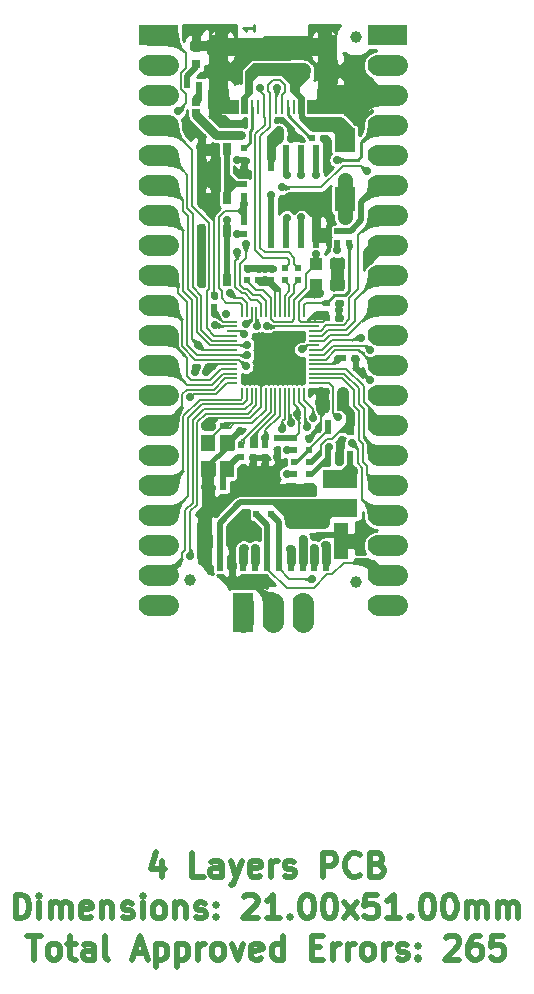
<source format=gbr>
G04 #@! TF.GenerationSoftware,KiCad,Pcbnew,5.1.12-84ad8e8a86~92~ubuntu18.04.1*
G04 #@! TF.CreationDate,2023-05-05T14:43:28+03:00*
G04 #@! TF.ProjectId,RP2040-PICO30_Rev_A,52503230-3430-42d5-9049-434f33305f52,A*
G04 #@! TF.SameCoordinates,Original*
G04 #@! TF.FileFunction,Copper,L1,Top*
G04 #@! TF.FilePolarity,Positive*
%FSLAX46Y46*%
G04 Gerber Fmt 4.6, Leading zero omitted, Abs format (unit mm)*
G04 Created by KiCad (PCBNEW 5.1.12-84ad8e8a86~92~ubuntu18.04.1) date 2023-05-05 14:43:28*
%MOMM*%
%LPD*%
G01*
G04 APERTURE LIST*
G04 #@! TA.AperFunction,NonConductor*
%ADD10C,0.222250*%
G04 #@! TD*
G04 #@! TA.AperFunction,NonConductor*
%ADD11C,0.500000*%
G04 #@! TD*
G04 #@! TA.AperFunction,SMDPad,CuDef*
%ADD12R,0.200000X0.875000*%
G04 #@! TD*
G04 #@! TA.AperFunction,SMDPad,CuDef*
%ADD13R,0.875000X0.200000*%
G04 #@! TD*
G04 #@! TA.AperFunction,ComponentPad*
%ADD14C,1.000000*%
G04 #@! TD*
G04 #@! TA.AperFunction,ComponentPad*
%ADD15C,1.800000*%
G04 #@! TD*
G04 #@! TA.AperFunction,SMDPad,CuDef*
%ADD16R,3.200000X3.200000*%
G04 #@! TD*
G04 #@! TA.AperFunction,SMDPad,CuDef*
%ADD17R,0.600000X1.550000*%
G04 #@! TD*
G04 #@! TA.AperFunction,SMDPad,CuDef*
%ADD18R,1.200000X3.100000*%
G04 #@! TD*
G04 #@! TA.AperFunction,ComponentPad*
%ADD19C,1.778000*%
G04 #@! TD*
G04 #@! TA.AperFunction,ComponentPad*
%ADD20R,1.778000X1.778000*%
G04 #@! TD*
G04 #@! TA.AperFunction,SMDPad,CuDef*
%ADD21R,0.300000X1.150000*%
G04 #@! TD*
G04 #@! TA.AperFunction,ComponentPad*
%ADD22O,1.200000X2.200000*%
G04 #@! TD*
G04 #@! TA.AperFunction,ComponentPad*
%ADD23O,1.300000X2.000000*%
G04 #@! TD*
G04 #@! TA.AperFunction,SMDPad,CuDef*
%ADD24R,0.250000X1.150000*%
G04 #@! TD*
G04 #@! TA.AperFunction,ConnectorPad*
%ADD25R,1.100000X2.200000*%
G04 #@! TD*
G04 #@! TA.AperFunction,ConnectorPad*
%ADD26R,1.100000X2.000000*%
G04 #@! TD*
G04 #@! TA.AperFunction,SMDPad,CuDef*
%ADD27R,0.800000X0.800000*%
G04 #@! TD*
G04 #@! TA.AperFunction,SMDPad,CuDef*
%ADD28R,1.016000X1.016000*%
G04 #@! TD*
G04 #@! TA.AperFunction,ConnectorPad*
%ADD29C,1.000000*%
G04 #@! TD*
G04 #@! TA.AperFunction,SMDPad,CuDef*
%ADD30R,3.000000X1.600000*%
G04 #@! TD*
G04 #@! TA.AperFunction,SMDPad,CuDef*
%ADD31R,0.550000X0.500000*%
G04 #@! TD*
G04 #@! TA.AperFunction,SMDPad,CuDef*
%ADD32R,0.550000X1.200000*%
G04 #@! TD*
G04 #@! TA.AperFunction,SMDPad,CuDef*
%ADD33R,0.500000X0.550000*%
G04 #@! TD*
G04 #@! TA.AperFunction,SMDPad,CuDef*
%ADD34R,1.192000X1.746000*%
G04 #@! TD*
G04 #@! TA.AperFunction,SMDPad,CuDef*
%ADD35R,1.700000X2.000000*%
G04 #@! TD*
G04 #@! TA.AperFunction,SMDPad,CuDef*
%ADD36R,1.200000X1.400000*%
G04 #@! TD*
G04 #@! TA.AperFunction,SMDPad,CuDef*
%ADD37R,0.600000X2.200000*%
G04 #@! TD*
G04 #@! TA.AperFunction,SMDPad,CuDef*
%ADD38R,0.650000X1.050000*%
G04 #@! TD*
G04 #@! TA.AperFunction,SMDPad,CuDef*
%ADD39R,0.762000X0.508000*%
G04 #@! TD*
G04 #@! TA.AperFunction,ViaPad*
%ADD40C,0.700000*%
G04 #@! TD*
G04 #@! TA.AperFunction,ViaPad*
%ADD41C,1.000000*%
G04 #@! TD*
G04 #@! TA.AperFunction,Conductor*
%ADD42C,1.778000*%
G04 #@! TD*
G04 #@! TA.AperFunction,Conductor*
%ADD43C,0.508000*%
G04 #@! TD*
G04 #@! TA.AperFunction,Conductor*
%ADD44C,0.762000*%
G04 #@! TD*
G04 #@! TA.AperFunction,Conductor*
%ADD45C,1.016000*%
G04 #@! TD*
G04 #@! TA.AperFunction,Conductor*
%ADD46C,1.524000*%
G04 #@! TD*
G04 #@! TA.AperFunction,Conductor*
%ADD47C,0.254000*%
G04 #@! TD*
G04 #@! TA.AperFunction,Conductor*
%ADD48C,0.200000*%
G04 #@! TD*
G04 #@! TA.AperFunction,Conductor*
%ADD49C,0.406400*%
G04 #@! TD*
G04 #@! TA.AperFunction,Conductor*
%ADD50C,0.609600*%
G04 #@! TD*
G04 #@! TA.AperFunction,Conductor*
%ADD51C,0.660400*%
G04 #@! TD*
G04 #@! TA.AperFunction,Conductor*
%ADD52C,1.270000*%
G04 #@! TD*
G04 #@! TA.AperFunction,Conductor*
%ADD53C,0.355600*%
G04 #@! TD*
G04 #@! TA.AperFunction,Conductor*
%ADD54C,0.100000*%
G04 #@! TD*
G04 #@! TA.AperFunction,Conductor*
%ADD55C,0.025400*%
G04 #@! TD*
G04 APERTURE END LIST*
D10*
X148865166Y-65024000D02*
X148865166Y-65532000D01*
X148865166Y-65278000D02*
X147976166Y-65278000D01*
X148103166Y-65362666D01*
X148187833Y-65447333D01*
X148230166Y-65532000D01*
D11*
X141095238Y-135771428D02*
X141095238Y-137104761D01*
X140619047Y-135009523D02*
X140142857Y-136438095D01*
X141380952Y-136438095D01*
X144619047Y-137104761D02*
X143666666Y-137104761D01*
X143666666Y-135104761D01*
X146142857Y-137104761D02*
X146142857Y-136057142D01*
X146047619Y-135866666D01*
X145857142Y-135771428D01*
X145476190Y-135771428D01*
X145285714Y-135866666D01*
X146142857Y-137009523D02*
X145952380Y-137104761D01*
X145476190Y-137104761D01*
X145285714Y-137009523D01*
X145190476Y-136819047D01*
X145190476Y-136628571D01*
X145285714Y-136438095D01*
X145476190Y-136342857D01*
X145952380Y-136342857D01*
X146142857Y-136247619D01*
X146904761Y-135771428D02*
X147380952Y-137104761D01*
X147857142Y-135771428D02*
X147380952Y-137104761D01*
X147190476Y-137580952D01*
X147095238Y-137676190D01*
X146904761Y-137771428D01*
X149380952Y-137009523D02*
X149190476Y-137104761D01*
X148809523Y-137104761D01*
X148619047Y-137009523D01*
X148523809Y-136819047D01*
X148523809Y-136057142D01*
X148619047Y-135866666D01*
X148809523Y-135771428D01*
X149190476Y-135771428D01*
X149380952Y-135866666D01*
X149476190Y-136057142D01*
X149476190Y-136247619D01*
X148523809Y-136438095D01*
X150333333Y-137104761D02*
X150333333Y-135771428D01*
X150333333Y-136152380D02*
X150428571Y-135961904D01*
X150523809Y-135866666D01*
X150714285Y-135771428D01*
X150904761Y-135771428D01*
X151476190Y-137009523D02*
X151666666Y-137104761D01*
X152047619Y-137104761D01*
X152238095Y-137009523D01*
X152333333Y-136819047D01*
X152333333Y-136723809D01*
X152238095Y-136533333D01*
X152047619Y-136438095D01*
X151761904Y-136438095D01*
X151571428Y-136342857D01*
X151476190Y-136152380D01*
X151476190Y-136057142D01*
X151571428Y-135866666D01*
X151761904Y-135771428D01*
X152047619Y-135771428D01*
X152238095Y-135866666D01*
X154714285Y-137104761D02*
X154714285Y-135104761D01*
X155476190Y-135104761D01*
X155666666Y-135200000D01*
X155761904Y-135295238D01*
X155857142Y-135485714D01*
X155857142Y-135771428D01*
X155761904Y-135961904D01*
X155666666Y-136057142D01*
X155476190Y-136152380D01*
X154714285Y-136152380D01*
X157857142Y-136914285D02*
X157761904Y-137009523D01*
X157476190Y-137104761D01*
X157285714Y-137104761D01*
X157000000Y-137009523D01*
X156809523Y-136819047D01*
X156714285Y-136628571D01*
X156619047Y-136247619D01*
X156619047Y-135961904D01*
X156714285Y-135580952D01*
X156809523Y-135390476D01*
X157000000Y-135200000D01*
X157285714Y-135104761D01*
X157476190Y-135104761D01*
X157761904Y-135200000D01*
X157857142Y-135295238D01*
X159380952Y-136057142D02*
X159666666Y-136152380D01*
X159761904Y-136247619D01*
X159857142Y-136438095D01*
X159857142Y-136723809D01*
X159761904Y-136914285D01*
X159666666Y-137009523D01*
X159476190Y-137104761D01*
X158714285Y-137104761D01*
X158714285Y-135104761D01*
X159380952Y-135104761D01*
X159571428Y-135200000D01*
X159666666Y-135295238D01*
X159761904Y-135485714D01*
X159761904Y-135676190D01*
X159666666Y-135866666D01*
X159571428Y-135961904D01*
X159380952Y-136057142D01*
X158714285Y-136057142D01*
X128714285Y-140604761D02*
X128714285Y-138604761D01*
X129190476Y-138604761D01*
X129476190Y-138700000D01*
X129666666Y-138890476D01*
X129761904Y-139080952D01*
X129857142Y-139461904D01*
X129857142Y-139747619D01*
X129761904Y-140128571D01*
X129666666Y-140319047D01*
X129476190Y-140509523D01*
X129190476Y-140604761D01*
X128714285Y-140604761D01*
X130714285Y-140604761D02*
X130714285Y-139271428D01*
X130714285Y-138604761D02*
X130619047Y-138700000D01*
X130714285Y-138795238D01*
X130809523Y-138700000D01*
X130714285Y-138604761D01*
X130714285Y-138795238D01*
X131666666Y-140604761D02*
X131666666Y-139271428D01*
X131666666Y-139461904D02*
X131761904Y-139366666D01*
X131952380Y-139271428D01*
X132238095Y-139271428D01*
X132428571Y-139366666D01*
X132523809Y-139557142D01*
X132523809Y-140604761D01*
X132523809Y-139557142D02*
X132619047Y-139366666D01*
X132809523Y-139271428D01*
X133095238Y-139271428D01*
X133285714Y-139366666D01*
X133380952Y-139557142D01*
X133380952Y-140604761D01*
X135095238Y-140509523D02*
X134904761Y-140604761D01*
X134523809Y-140604761D01*
X134333333Y-140509523D01*
X134238095Y-140319047D01*
X134238095Y-139557142D01*
X134333333Y-139366666D01*
X134523809Y-139271428D01*
X134904761Y-139271428D01*
X135095238Y-139366666D01*
X135190476Y-139557142D01*
X135190476Y-139747619D01*
X134238095Y-139938095D01*
X136047619Y-139271428D02*
X136047619Y-140604761D01*
X136047619Y-139461904D02*
X136142857Y-139366666D01*
X136333333Y-139271428D01*
X136619047Y-139271428D01*
X136809523Y-139366666D01*
X136904761Y-139557142D01*
X136904761Y-140604761D01*
X137761904Y-140509523D02*
X137952380Y-140604761D01*
X138333333Y-140604761D01*
X138523809Y-140509523D01*
X138619047Y-140319047D01*
X138619047Y-140223809D01*
X138523809Y-140033333D01*
X138333333Y-139938095D01*
X138047619Y-139938095D01*
X137857142Y-139842857D01*
X137761904Y-139652380D01*
X137761904Y-139557142D01*
X137857142Y-139366666D01*
X138047619Y-139271428D01*
X138333333Y-139271428D01*
X138523809Y-139366666D01*
X139476190Y-140604761D02*
X139476190Y-139271428D01*
X139476190Y-138604761D02*
X139380952Y-138700000D01*
X139476190Y-138795238D01*
X139571428Y-138700000D01*
X139476190Y-138604761D01*
X139476190Y-138795238D01*
X140714285Y-140604761D02*
X140523809Y-140509523D01*
X140428571Y-140414285D01*
X140333333Y-140223809D01*
X140333333Y-139652380D01*
X140428571Y-139461904D01*
X140523809Y-139366666D01*
X140714285Y-139271428D01*
X141000000Y-139271428D01*
X141190476Y-139366666D01*
X141285714Y-139461904D01*
X141380952Y-139652380D01*
X141380952Y-140223809D01*
X141285714Y-140414285D01*
X141190476Y-140509523D01*
X141000000Y-140604761D01*
X140714285Y-140604761D01*
X142238095Y-139271428D02*
X142238095Y-140604761D01*
X142238095Y-139461904D02*
X142333333Y-139366666D01*
X142523809Y-139271428D01*
X142809523Y-139271428D01*
X143000000Y-139366666D01*
X143095238Y-139557142D01*
X143095238Y-140604761D01*
X143952380Y-140509523D02*
X144142857Y-140604761D01*
X144523809Y-140604761D01*
X144714285Y-140509523D01*
X144809523Y-140319047D01*
X144809523Y-140223809D01*
X144714285Y-140033333D01*
X144523809Y-139938095D01*
X144238095Y-139938095D01*
X144047619Y-139842857D01*
X143952380Y-139652380D01*
X143952380Y-139557142D01*
X144047619Y-139366666D01*
X144238095Y-139271428D01*
X144523809Y-139271428D01*
X144714285Y-139366666D01*
X145666666Y-140414285D02*
X145761904Y-140509523D01*
X145666666Y-140604761D01*
X145571428Y-140509523D01*
X145666666Y-140414285D01*
X145666666Y-140604761D01*
X145666666Y-139366666D02*
X145761904Y-139461904D01*
X145666666Y-139557142D01*
X145571428Y-139461904D01*
X145666666Y-139366666D01*
X145666666Y-139557142D01*
X148047619Y-138795238D02*
X148142857Y-138700000D01*
X148333333Y-138604761D01*
X148809523Y-138604761D01*
X149000000Y-138700000D01*
X149095238Y-138795238D01*
X149190476Y-138985714D01*
X149190476Y-139176190D01*
X149095238Y-139461904D01*
X147952380Y-140604761D01*
X149190476Y-140604761D01*
X151095238Y-140604761D02*
X149952380Y-140604761D01*
X150523809Y-140604761D02*
X150523809Y-138604761D01*
X150333333Y-138890476D01*
X150142857Y-139080952D01*
X149952380Y-139176190D01*
X151952380Y-140414285D02*
X152047619Y-140509523D01*
X151952380Y-140604761D01*
X151857142Y-140509523D01*
X151952380Y-140414285D01*
X151952380Y-140604761D01*
X153285714Y-138604761D02*
X153476190Y-138604761D01*
X153666666Y-138700000D01*
X153761904Y-138795238D01*
X153857142Y-138985714D01*
X153952380Y-139366666D01*
X153952380Y-139842857D01*
X153857142Y-140223809D01*
X153761904Y-140414285D01*
X153666666Y-140509523D01*
X153476190Y-140604761D01*
X153285714Y-140604761D01*
X153095238Y-140509523D01*
X153000000Y-140414285D01*
X152904761Y-140223809D01*
X152809523Y-139842857D01*
X152809523Y-139366666D01*
X152904761Y-138985714D01*
X153000000Y-138795238D01*
X153095238Y-138700000D01*
X153285714Y-138604761D01*
X155190476Y-138604761D02*
X155380952Y-138604761D01*
X155571428Y-138700000D01*
X155666666Y-138795238D01*
X155761904Y-138985714D01*
X155857142Y-139366666D01*
X155857142Y-139842857D01*
X155761904Y-140223809D01*
X155666666Y-140414285D01*
X155571428Y-140509523D01*
X155380952Y-140604761D01*
X155190476Y-140604761D01*
X155000000Y-140509523D01*
X154904761Y-140414285D01*
X154809523Y-140223809D01*
X154714285Y-139842857D01*
X154714285Y-139366666D01*
X154809523Y-138985714D01*
X154904761Y-138795238D01*
X155000000Y-138700000D01*
X155190476Y-138604761D01*
X156523809Y-140604761D02*
X157571428Y-139271428D01*
X156523809Y-139271428D02*
X157571428Y-140604761D01*
X159285714Y-138604761D02*
X158333333Y-138604761D01*
X158238095Y-139557142D01*
X158333333Y-139461904D01*
X158523809Y-139366666D01*
X159000000Y-139366666D01*
X159190476Y-139461904D01*
X159285714Y-139557142D01*
X159380952Y-139747619D01*
X159380952Y-140223809D01*
X159285714Y-140414285D01*
X159190476Y-140509523D01*
X159000000Y-140604761D01*
X158523809Y-140604761D01*
X158333333Y-140509523D01*
X158238095Y-140414285D01*
X161285714Y-140604761D02*
X160142857Y-140604761D01*
X160714285Y-140604761D02*
X160714285Y-138604761D01*
X160523809Y-138890476D01*
X160333333Y-139080952D01*
X160142857Y-139176190D01*
X162142857Y-140414285D02*
X162238095Y-140509523D01*
X162142857Y-140604761D01*
X162047619Y-140509523D01*
X162142857Y-140414285D01*
X162142857Y-140604761D01*
X163476190Y-138604761D02*
X163666666Y-138604761D01*
X163857142Y-138700000D01*
X163952380Y-138795238D01*
X164047619Y-138985714D01*
X164142857Y-139366666D01*
X164142857Y-139842857D01*
X164047619Y-140223809D01*
X163952380Y-140414285D01*
X163857142Y-140509523D01*
X163666666Y-140604761D01*
X163476190Y-140604761D01*
X163285714Y-140509523D01*
X163190476Y-140414285D01*
X163095238Y-140223809D01*
X163000000Y-139842857D01*
X163000000Y-139366666D01*
X163095238Y-138985714D01*
X163190476Y-138795238D01*
X163285714Y-138700000D01*
X163476190Y-138604761D01*
X165380952Y-138604761D02*
X165571428Y-138604761D01*
X165761904Y-138700000D01*
X165857142Y-138795238D01*
X165952380Y-138985714D01*
X166047619Y-139366666D01*
X166047619Y-139842857D01*
X165952380Y-140223809D01*
X165857142Y-140414285D01*
X165761904Y-140509523D01*
X165571428Y-140604761D01*
X165380952Y-140604761D01*
X165190476Y-140509523D01*
X165095238Y-140414285D01*
X165000000Y-140223809D01*
X164904761Y-139842857D01*
X164904761Y-139366666D01*
X165000000Y-138985714D01*
X165095238Y-138795238D01*
X165190476Y-138700000D01*
X165380952Y-138604761D01*
X166904761Y-140604761D02*
X166904761Y-139271428D01*
X166904761Y-139461904D02*
X167000000Y-139366666D01*
X167190476Y-139271428D01*
X167476190Y-139271428D01*
X167666666Y-139366666D01*
X167761904Y-139557142D01*
X167761904Y-140604761D01*
X167761904Y-139557142D02*
X167857142Y-139366666D01*
X168047619Y-139271428D01*
X168333333Y-139271428D01*
X168523809Y-139366666D01*
X168619047Y-139557142D01*
X168619047Y-140604761D01*
X169571428Y-140604761D02*
X169571428Y-139271428D01*
X169571428Y-139461904D02*
X169666666Y-139366666D01*
X169857142Y-139271428D01*
X170142857Y-139271428D01*
X170333333Y-139366666D01*
X170428571Y-139557142D01*
X170428571Y-140604761D01*
X170428571Y-139557142D02*
X170523809Y-139366666D01*
X170714285Y-139271428D01*
X170999999Y-139271428D01*
X171190476Y-139366666D01*
X171285714Y-139557142D01*
X171285714Y-140604761D01*
X129714285Y-142104761D02*
X130857142Y-142104761D01*
X130285714Y-144104761D02*
X130285714Y-142104761D01*
X131809523Y-144104761D02*
X131619047Y-144009523D01*
X131523809Y-143914285D01*
X131428571Y-143723809D01*
X131428571Y-143152380D01*
X131523809Y-142961904D01*
X131619047Y-142866666D01*
X131809523Y-142771428D01*
X132095238Y-142771428D01*
X132285714Y-142866666D01*
X132380952Y-142961904D01*
X132476190Y-143152380D01*
X132476190Y-143723809D01*
X132380952Y-143914285D01*
X132285714Y-144009523D01*
X132095238Y-144104761D01*
X131809523Y-144104761D01*
X133047619Y-142771428D02*
X133809523Y-142771428D01*
X133333333Y-142104761D02*
X133333333Y-143819047D01*
X133428571Y-144009523D01*
X133619047Y-144104761D01*
X133809523Y-144104761D01*
X135333333Y-144104761D02*
X135333333Y-143057142D01*
X135238095Y-142866666D01*
X135047619Y-142771428D01*
X134666666Y-142771428D01*
X134476190Y-142866666D01*
X135333333Y-144009523D02*
X135142857Y-144104761D01*
X134666666Y-144104761D01*
X134476190Y-144009523D01*
X134380952Y-143819047D01*
X134380952Y-143628571D01*
X134476190Y-143438095D01*
X134666666Y-143342857D01*
X135142857Y-143342857D01*
X135333333Y-143247619D01*
X136571428Y-144104761D02*
X136380952Y-144009523D01*
X136285714Y-143819047D01*
X136285714Y-142104761D01*
X138761904Y-143533333D02*
X139714285Y-143533333D01*
X138571428Y-144104761D02*
X139238095Y-142104761D01*
X139904761Y-144104761D01*
X140571428Y-142771428D02*
X140571428Y-144771428D01*
X140571428Y-142866666D02*
X140761904Y-142771428D01*
X141142857Y-142771428D01*
X141333333Y-142866666D01*
X141428571Y-142961904D01*
X141523809Y-143152380D01*
X141523809Y-143723809D01*
X141428571Y-143914285D01*
X141333333Y-144009523D01*
X141142857Y-144104761D01*
X140761904Y-144104761D01*
X140571428Y-144009523D01*
X142380952Y-142771428D02*
X142380952Y-144771428D01*
X142380952Y-142866666D02*
X142571428Y-142771428D01*
X142952380Y-142771428D01*
X143142857Y-142866666D01*
X143238095Y-142961904D01*
X143333333Y-143152380D01*
X143333333Y-143723809D01*
X143238095Y-143914285D01*
X143142857Y-144009523D01*
X142952380Y-144104761D01*
X142571428Y-144104761D01*
X142380952Y-144009523D01*
X144190476Y-144104761D02*
X144190476Y-142771428D01*
X144190476Y-143152380D02*
X144285714Y-142961904D01*
X144380952Y-142866666D01*
X144571428Y-142771428D01*
X144761904Y-142771428D01*
X145714285Y-144104761D02*
X145523809Y-144009523D01*
X145428571Y-143914285D01*
X145333333Y-143723809D01*
X145333333Y-143152380D01*
X145428571Y-142961904D01*
X145523809Y-142866666D01*
X145714285Y-142771428D01*
X146000000Y-142771428D01*
X146190476Y-142866666D01*
X146285714Y-142961904D01*
X146380952Y-143152380D01*
X146380952Y-143723809D01*
X146285714Y-143914285D01*
X146190476Y-144009523D01*
X146000000Y-144104761D01*
X145714285Y-144104761D01*
X147047619Y-142771428D02*
X147523809Y-144104761D01*
X148000000Y-142771428D01*
X149523809Y-144009523D02*
X149333333Y-144104761D01*
X148952380Y-144104761D01*
X148761904Y-144009523D01*
X148666666Y-143819047D01*
X148666666Y-143057142D01*
X148761904Y-142866666D01*
X148952380Y-142771428D01*
X149333333Y-142771428D01*
X149523809Y-142866666D01*
X149619047Y-143057142D01*
X149619047Y-143247619D01*
X148666666Y-143438095D01*
X151333333Y-144104761D02*
X151333333Y-142104761D01*
X151333333Y-144009523D02*
X151142857Y-144104761D01*
X150761904Y-144104761D01*
X150571428Y-144009523D01*
X150476190Y-143914285D01*
X150380952Y-143723809D01*
X150380952Y-143152380D01*
X150476190Y-142961904D01*
X150571428Y-142866666D01*
X150761904Y-142771428D01*
X151142857Y-142771428D01*
X151333333Y-142866666D01*
X153809523Y-143057142D02*
X154476190Y-143057142D01*
X154761904Y-144104761D02*
X153809523Y-144104761D01*
X153809523Y-142104761D01*
X154761904Y-142104761D01*
X155619047Y-144104761D02*
X155619047Y-142771428D01*
X155619047Y-143152380D02*
X155714285Y-142961904D01*
X155809523Y-142866666D01*
X156000000Y-142771428D01*
X156190476Y-142771428D01*
X156857142Y-144104761D02*
X156857142Y-142771428D01*
X156857142Y-143152380D02*
X156952380Y-142961904D01*
X157047619Y-142866666D01*
X157238095Y-142771428D01*
X157428571Y-142771428D01*
X158380952Y-144104761D02*
X158190476Y-144009523D01*
X158095238Y-143914285D01*
X158000000Y-143723809D01*
X158000000Y-143152380D01*
X158095238Y-142961904D01*
X158190476Y-142866666D01*
X158380952Y-142771428D01*
X158666666Y-142771428D01*
X158857142Y-142866666D01*
X158952380Y-142961904D01*
X159047619Y-143152380D01*
X159047619Y-143723809D01*
X158952380Y-143914285D01*
X158857142Y-144009523D01*
X158666666Y-144104761D01*
X158380952Y-144104761D01*
X159904761Y-144104761D02*
X159904761Y-142771428D01*
X159904761Y-143152380D02*
X160000000Y-142961904D01*
X160095238Y-142866666D01*
X160285714Y-142771428D01*
X160476190Y-142771428D01*
X161047619Y-144009523D02*
X161238095Y-144104761D01*
X161619047Y-144104761D01*
X161809523Y-144009523D01*
X161904761Y-143819047D01*
X161904761Y-143723809D01*
X161809523Y-143533333D01*
X161619047Y-143438095D01*
X161333333Y-143438095D01*
X161142857Y-143342857D01*
X161047619Y-143152380D01*
X161047619Y-143057142D01*
X161142857Y-142866666D01*
X161333333Y-142771428D01*
X161619047Y-142771428D01*
X161809523Y-142866666D01*
X162761904Y-143914285D02*
X162857142Y-144009523D01*
X162761904Y-144104761D01*
X162666666Y-144009523D01*
X162761904Y-143914285D01*
X162761904Y-144104761D01*
X162761904Y-142866666D02*
X162857142Y-142961904D01*
X162761904Y-143057142D01*
X162666666Y-142961904D01*
X162761904Y-142866666D01*
X162761904Y-143057142D01*
X165142857Y-142295238D02*
X165238095Y-142200000D01*
X165428571Y-142104761D01*
X165904761Y-142104761D01*
X166095238Y-142200000D01*
X166190476Y-142295238D01*
X166285714Y-142485714D01*
X166285714Y-142676190D01*
X166190476Y-142961904D01*
X165047619Y-144104761D01*
X166285714Y-144104761D01*
X168000000Y-142104761D02*
X167619047Y-142104761D01*
X167428571Y-142200000D01*
X167333333Y-142295238D01*
X167142857Y-142580952D01*
X167047619Y-142961904D01*
X167047619Y-143723809D01*
X167142857Y-143914285D01*
X167238095Y-144009523D01*
X167428571Y-144104761D01*
X167809523Y-144104761D01*
X168000000Y-144009523D01*
X168095238Y-143914285D01*
X168190476Y-143723809D01*
X168190476Y-143247619D01*
X168095238Y-143057142D01*
X168000000Y-142961904D01*
X167809523Y-142866666D01*
X167428571Y-142866666D01*
X167238095Y-142961904D01*
X167142857Y-143057142D01*
X167047619Y-143247619D01*
X170000000Y-142104761D02*
X169047619Y-142104761D01*
X168952380Y-143057142D01*
X169047619Y-142961904D01*
X169238095Y-142866666D01*
X169714285Y-142866666D01*
X169904761Y-142961904D01*
X170000000Y-143057142D01*
X170095238Y-143247619D01*
X170095238Y-143723809D01*
X170000000Y-143914285D01*
X169904761Y-144009523D01*
X169714285Y-144104761D01*
X169238095Y-144104761D01*
X169047619Y-144009523D01*
X168952380Y-143914285D01*
D12*
X147895000Y-89272500D03*
X148295000Y-89272500D03*
X148695000Y-89272500D03*
X149095000Y-89272500D03*
X149495000Y-89272500D03*
X149895000Y-89272500D03*
X150295000Y-89272500D03*
X150695000Y-89272500D03*
X151095000Y-89272500D03*
X151495000Y-89272500D03*
X151895000Y-89272500D03*
X152295000Y-89272500D03*
X152695000Y-89272500D03*
X153095000Y-89272500D03*
D13*
X153932500Y-90110000D03*
X153932500Y-90510000D03*
X153932500Y-90910000D03*
X153932500Y-91310000D03*
X153932500Y-91710000D03*
X153932500Y-92110000D03*
X153932500Y-92510000D03*
X153932500Y-92910000D03*
X153932500Y-93310000D03*
X153932500Y-93710000D03*
X153932500Y-94110000D03*
X153932500Y-94510000D03*
X153932500Y-94910000D03*
X153932500Y-95310000D03*
D12*
X153095000Y-96147500D03*
X152695000Y-96147500D03*
X152295000Y-96147500D03*
X151895000Y-96147500D03*
X151495000Y-96147500D03*
X151095000Y-96147500D03*
X150695000Y-96147500D03*
X150295000Y-96147500D03*
X149895000Y-96147500D03*
X149495000Y-96147500D03*
X149095000Y-96147500D03*
X148695000Y-96147500D03*
X148295000Y-96147500D03*
X147895000Y-96147500D03*
D13*
X147057500Y-95310000D03*
X147057500Y-94910000D03*
X147057500Y-94510000D03*
X147057500Y-94110000D03*
X147057500Y-93710000D03*
X147057500Y-93310000D03*
X147057500Y-92910000D03*
X147057500Y-92510000D03*
X147057500Y-92110000D03*
X147057500Y-91710000D03*
X147057500Y-91310000D03*
X147057500Y-90910000D03*
X147057500Y-90510000D03*
X147057500Y-90110000D03*
D14*
X151695000Y-93910000D03*
X149295000Y-93980000D03*
D15*
X150495000Y-92710000D03*
D14*
X151695000Y-91510000D03*
X149295000Y-91510000D03*
D16*
X150495000Y-92710000D03*
D17*
X146000000Y-110425000D03*
X147000000Y-110425000D03*
X148000000Y-110425000D03*
X149000000Y-110425000D03*
X150000000Y-110425000D03*
X151000000Y-110425000D03*
X152000000Y-110425000D03*
X153000000Y-110425000D03*
X154000000Y-110425000D03*
X155000000Y-110425000D03*
D18*
X144700000Y-108650000D03*
X156300000Y-108650000D03*
D19*
X141610000Y-73490000D03*
X141610000Y-70950000D03*
X141610000Y-68410000D03*
D20*
X141610000Y-65870000D03*
D19*
X141610000Y-76030000D03*
X141610000Y-78570000D03*
X141610000Y-83650000D03*
X141610000Y-81110000D03*
X141610000Y-86190000D03*
X141610000Y-88730000D03*
X141610000Y-93810000D03*
X141610000Y-91270000D03*
X141610000Y-96350000D03*
X141610000Y-98890000D03*
X141610000Y-103970000D03*
X141610000Y-101430000D03*
X141610000Y-111590000D03*
X141610000Y-114130000D03*
X141610000Y-109050000D03*
X141610000Y-106510000D03*
X159390000Y-73490000D03*
X159390000Y-70950000D03*
X159390000Y-68410000D03*
D20*
X159390000Y-65870000D03*
D19*
X159390000Y-76030000D03*
X159390000Y-78570000D03*
X159390000Y-83650000D03*
X159390000Y-81110000D03*
X159390000Y-86190000D03*
X159390000Y-88730000D03*
X159390000Y-93810000D03*
X159390000Y-91270000D03*
X159390000Y-96350000D03*
X159390000Y-98890000D03*
X159390000Y-103970000D03*
X159390000Y-101430000D03*
X159390000Y-111590000D03*
X159390000Y-114130000D03*
X159390000Y-109050000D03*
X159390000Y-106510000D03*
D20*
X147960000Y-113900000D03*
D19*
X150500000Y-113900000D03*
X153040000Y-113900000D03*
X153040000Y-115500000D03*
X150500000Y-115500000D03*
D20*
X147960000Y-115500000D03*
D19*
X140000000Y-106510000D03*
X140000000Y-109050000D03*
X140000000Y-114130000D03*
X140000000Y-111590000D03*
X140000000Y-101430000D03*
X140000000Y-103970000D03*
X140000000Y-98890000D03*
X140000000Y-96350000D03*
X140000000Y-91270000D03*
X140000000Y-93810000D03*
X140000000Y-88730000D03*
X140000000Y-86190000D03*
X140000000Y-81110000D03*
X140000000Y-83650000D03*
X140000000Y-78570000D03*
X140000000Y-76030000D03*
D20*
X140000000Y-65870000D03*
D19*
X140000000Y-68410000D03*
X140000000Y-70950000D03*
X140000000Y-73490000D03*
X161000000Y-73490000D03*
X161000000Y-70950000D03*
X161000000Y-68410000D03*
D20*
X161000000Y-65870000D03*
D19*
X161000000Y-76030000D03*
X161000000Y-78570000D03*
X161000000Y-83650000D03*
X161000000Y-81110000D03*
X161000000Y-86190000D03*
X161000000Y-88730000D03*
X161000000Y-93810000D03*
X161000000Y-91270000D03*
X161000000Y-96350000D03*
X161000000Y-98890000D03*
X161000000Y-103970000D03*
X161000000Y-101430000D03*
X161000000Y-111590000D03*
X161000000Y-114130000D03*
X161000000Y-109050000D03*
X161000000Y-106510000D03*
D21*
X147175000Y-71932000D03*
X153825000Y-71932000D03*
X147425000Y-71932000D03*
X153575000Y-71932000D03*
X147975000Y-71932000D03*
X153025000Y-71932000D03*
X148225000Y-71932000D03*
X152775000Y-71932000D03*
D22*
X154820000Y-71030000D03*
D23*
X154820000Y-66850000D03*
X146180000Y-66850000D03*
D22*
X146180000Y-71030000D03*
D24*
X150750000Y-71932000D03*
X149750000Y-71932000D03*
X149250000Y-71932000D03*
X150250000Y-71932000D03*
X148750000Y-71932000D03*
X151250000Y-71932000D03*
X151750000Y-71932000D03*
X152250000Y-71932000D03*
D25*
X155427600Y-71030000D03*
D26*
X155427600Y-66850000D03*
D25*
X145572400Y-71030000D03*
D26*
X145572400Y-66850000D03*
D27*
X144000000Y-68262000D03*
X144000000Y-66738000D03*
D28*
X154686000Y-97155000D03*
X156464000Y-97155000D03*
X153543000Y-104370000D03*
X153543000Y-106148000D03*
X152019000Y-104370000D03*
X152019000Y-106148000D03*
D29*
X143500000Y-112000000D03*
D30*
X156210000Y-105848000D03*
X156210000Y-103448000D03*
D31*
X152273000Y-102973000D03*
X152273000Y-101957000D03*
X153543000Y-99925000D03*
X153543000Y-100941000D03*
X149098000Y-106426000D03*
X149098000Y-105410000D03*
X150368000Y-106426000D03*
X150368000Y-105410000D03*
D32*
X155133000Y-101630000D03*
X156083000Y-101630000D03*
X157033000Y-101630000D03*
X155133000Y-99030000D03*
X157033000Y-99030000D03*
D33*
X151003000Y-74549000D03*
X152019000Y-74549000D03*
D31*
X150876000Y-100965000D03*
X150876000Y-99949000D03*
X145542000Y-87884000D03*
X145542000Y-88900000D03*
D33*
X144018000Y-93903800D03*
X145034000Y-93903800D03*
D31*
X148844000Y-101600000D03*
X148844000Y-100584000D03*
D33*
X157480000Y-93218000D03*
X156464000Y-93218000D03*
X156083000Y-89789000D03*
X155067000Y-89789000D03*
D31*
X150368000Y-85598000D03*
X150368000Y-86614000D03*
X149225000Y-85598000D03*
X149225000Y-86614000D03*
D33*
X156083000Y-88519000D03*
X155067000Y-88519000D03*
D28*
X155956000Y-86995000D03*
X154178000Y-86995000D03*
X155956000Y-85217000D03*
X154178000Y-85217000D03*
D31*
X149860000Y-101600000D03*
X149860000Y-100584000D03*
X148336000Y-85598000D03*
X148336000Y-86614000D03*
D33*
X145288000Y-104140000D03*
X146304000Y-104140000D03*
X145288000Y-98933000D03*
X146304000Y-98933000D03*
D34*
X156591000Y-74843000D03*
X156591000Y-79589000D03*
D35*
X156591000Y-79716000D03*
X156591000Y-74716000D03*
D36*
X144996000Y-102573000D03*
X146596000Y-100373000D03*
X144996000Y-100373000D03*
X146596000Y-102573000D03*
D31*
X148082000Y-81661000D03*
X148082000Y-82677000D03*
X152273000Y-99949000D03*
X152273000Y-100965000D03*
X147828000Y-100584000D03*
X147828000Y-101600000D03*
X148082000Y-78486000D03*
X148082000Y-79502000D03*
X152654000Y-86614000D03*
X152654000Y-85598000D03*
X151511000Y-86614000D03*
X151511000Y-85598000D03*
D33*
X144272000Y-70025000D03*
X143256000Y-70025000D03*
D37*
X150368000Y-76267000D03*
X151638000Y-76267000D03*
X152908000Y-76267000D03*
X154178000Y-76267000D03*
X154178000Y-82737000D03*
X152908000Y-82737000D03*
X151638000Y-82737000D03*
X150368000Y-82737000D03*
D31*
X153543000Y-101981000D03*
X153543000Y-102997000D03*
X155956000Y-83439000D03*
X155956000Y-82423000D03*
X156972000Y-83439000D03*
X156972000Y-82423000D03*
D38*
X144425000Y-79670000D03*
X144425000Y-75520000D03*
X146575000Y-79670000D03*
X146575000Y-75520000D03*
X144425000Y-86575000D03*
X144425000Y-82425000D03*
X146575000Y-86575000D03*
X146575000Y-82425000D03*
D29*
X157500000Y-66000000D03*
X157500000Y-112150000D03*
D39*
X144000000Y-72381000D03*
X144000000Y-71619000D03*
D31*
X148082000Y-76454000D03*
X148082000Y-75438000D03*
D33*
X153797000Y-74549000D03*
X154813000Y-74549000D03*
D40*
X148082000Y-77089000D03*
X155067000Y-75184000D03*
X152654000Y-74549000D03*
X152019000Y-73914000D03*
X147447000Y-76454000D03*
D41*
X155944979Y-86106000D03*
D40*
X156083000Y-89154000D03*
X154208012Y-81153857D03*
X149864960Y-85616232D03*
X155064612Y-75945523D03*
X144462500Y-76454000D03*
X144462500Y-78740000D03*
X158713373Y-95079999D03*
D41*
X152781000Y-104394000D03*
X151003000Y-104394000D03*
X154597010Y-96139000D03*
D40*
X150876000Y-101600000D03*
X149860000Y-102235000D03*
X148844000Y-102235000D03*
X156210000Y-100812600D03*
X144399000Y-85661500D03*
X144399000Y-83312000D03*
X147716008Y-99366582D03*
X144764990Y-106680000D03*
X144764990Y-104136560D03*
X144764990Y-98948127D03*
X143864982Y-94386399D03*
X147002500Y-109274957D03*
X154081660Y-108331443D03*
X156311600Y-100101400D03*
D41*
X146177000Y-65405000D03*
X154813000Y-65405000D03*
D40*
X149435390Y-70358000D03*
X150803393Y-70355229D03*
X151003000Y-73914000D03*
X150368000Y-74549000D03*
X149796500Y-86614000D03*
X155956000Y-84074000D03*
X147450002Y-82677000D03*
X151661984Y-102973016D03*
D41*
X154432000Y-106172000D03*
X152781000Y-106172000D03*
X153543000Y-107188000D03*
X152019000Y-107188000D03*
X154813000Y-107188000D03*
D40*
X151702176Y-100980010D03*
X154447010Y-87657714D03*
X154447010Y-89651664D03*
X148903360Y-100023847D03*
X145628132Y-89463878D03*
X144843500Y-94392886D03*
X155998010Y-93239451D03*
X149860000Y-99949000D03*
X154162990Y-84387002D03*
X152037243Y-98672449D03*
X151272010Y-99154009D03*
X151257000Y-78740000D03*
X152565158Y-97943527D03*
X146592021Y-81533523D03*
X158424454Y-77365009D03*
D41*
X156591000Y-78105000D03*
X156591000Y-81280000D03*
X156464000Y-96139000D03*
X152019006Y-68834000D03*
X153035000Y-68834000D03*
D40*
X147827992Y-74295000D03*
X152938254Y-92456000D03*
X143510000Y-109982000D03*
X143494990Y-96520000D03*
X150021802Y-90500473D03*
X146541788Y-89454305D03*
X148214263Y-93877991D03*
X153000005Y-108492995D03*
X148336000Y-92964000D03*
X153987500Y-109259956D03*
X154940000Y-109008010D03*
X144160127Y-92059873D03*
X148336283Y-92063989D03*
X151941800Y-109316058D03*
X148018500Y-109274957D03*
X142494000Y-72262986D03*
X145605488Y-90424000D03*
X148082000Y-91186000D03*
X148968023Y-109274957D03*
X155966052Y-98213054D03*
X157168628Y-100380800D03*
X157961446Y-91443219D03*
X153797000Y-111887000D03*
X153390472Y-99036328D03*
X153865783Y-98272063D03*
X158706619Y-92536390D03*
X155913990Y-76397462D03*
X155244125Y-100724828D03*
X148082000Y-80137000D03*
X150358991Y-79362994D03*
X148178328Y-83520318D03*
X151659498Y-77681004D03*
X152908000Y-77724000D03*
X147447000Y-84201000D03*
X154178000Y-77724000D03*
X149122170Y-90474316D03*
X152908000Y-81280000D03*
X148248044Y-90260012D03*
X151654974Y-81296974D03*
X146862800Y-87650020D03*
D42*
X150500000Y-113900000D02*
X150500000Y-115500000D01*
X140000000Y-70950000D02*
X140800000Y-70950000D01*
X141610000Y-70950000D02*
X140800000Y-70950000D01*
X140000000Y-83650000D02*
X140800000Y-83650000D01*
X141610000Y-83650000D02*
X140800000Y-83650000D01*
X159390000Y-83650000D02*
X160485000Y-83650000D01*
X161000000Y-83650000D02*
X160485000Y-83650000D01*
X159390000Y-70950000D02*
X160485000Y-70950000D01*
X161000000Y-70950000D02*
X160485000Y-70950000D01*
D43*
X148082000Y-76454000D02*
X148082000Y-77089000D01*
D44*
X144000000Y-66738000D02*
X145478000Y-66738000D01*
X145478000Y-66738000D02*
X145542000Y-66802000D01*
X146180000Y-66850000D02*
X145590000Y-66850000D01*
X145590000Y-66850000D02*
X145542000Y-66802000D01*
D45*
X145572400Y-71030000D02*
X145572400Y-68803600D01*
X145572400Y-66850000D02*
X145572400Y-68803600D01*
D46*
X154813000Y-66850000D02*
X146180000Y-66850000D01*
D45*
X154820000Y-66850000D02*
X154813000Y-66850000D01*
X154820000Y-71030000D02*
X154820000Y-69095000D01*
X154820000Y-66850000D02*
X154820000Y-69095000D01*
D43*
X154813000Y-74549000D02*
X155067000Y-74803000D01*
X154382000Y-71932000D02*
X153825000Y-71932000D01*
X154820000Y-71030000D02*
X154820000Y-71494000D01*
X154820000Y-71494000D02*
X154382000Y-71932000D01*
X154820000Y-71030000D02*
X154820000Y-72002000D01*
X154820000Y-72002000D02*
X154559000Y-72263000D01*
X154559000Y-72263000D02*
X154051000Y-72263000D01*
X154820000Y-71030000D02*
X154222000Y-71628000D01*
X154222000Y-71628000D02*
X153797000Y-71628000D01*
X152019000Y-74549000D02*
X152019000Y-73914000D01*
X152654000Y-74549000D02*
X152019000Y-74549000D01*
X152019000Y-73914000D02*
X152654000Y-74549000D01*
D47*
X147425000Y-71932000D02*
X147243000Y-71932000D01*
X147175000Y-71932000D02*
X147243000Y-71932000D01*
D43*
X146180000Y-71030000D02*
X146778000Y-71628000D01*
X146778000Y-71628000D02*
X147193000Y-71628000D01*
X147175000Y-71646000D02*
X147193000Y-71628000D01*
X147175000Y-71932000D02*
X147175000Y-71646000D01*
X147175000Y-71932000D02*
X147175000Y-72154000D01*
X147175000Y-72154000D02*
X147066000Y-72263000D01*
X147066000Y-72263000D02*
X146050000Y-72263000D01*
X146050000Y-72263000D02*
X145796000Y-72009000D01*
X145572400Y-71030000D02*
X145572400Y-71785400D01*
X145572400Y-71785400D02*
X145796000Y-72009000D01*
X145796000Y-72009000D02*
X147193000Y-72009000D01*
X146050000Y-72263000D02*
X145542000Y-72263000D01*
X145542000Y-72263000D02*
X145288000Y-72009000D01*
X145288000Y-72009000D02*
X145288000Y-71374000D01*
X155448000Y-72263000D02*
X155702000Y-72009000D01*
X155702000Y-72009000D02*
X155702000Y-71120000D01*
D45*
X154820000Y-71030000D02*
X154857000Y-70993000D01*
X154857000Y-70993000D02*
X155702000Y-70993000D01*
D42*
X155745000Y-70950000D02*
X159390000Y-70950000D01*
X155702000Y-70993000D02*
X155745000Y-70950000D01*
D45*
X155427600Y-66850000D02*
X155427600Y-70972600D01*
X155427600Y-70972600D02*
X155448000Y-70993000D01*
X146180000Y-71030000D02*
X146180000Y-68456000D01*
X146180000Y-66850000D02*
X146180000Y-68456000D01*
D43*
X155067000Y-72263000D02*
X158115000Y-72263000D01*
X154559000Y-72263000D02*
X155067000Y-72263000D01*
X155067000Y-72263000D02*
X155448000Y-72263000D01*
X158115000Y-72263000D02*
X159385000Y-70993000D01*
X159385000Y-70993000D02*
X158496000Y-71882000D01*
X158496000Y-71882000D02*
X155829000Y-71882000D01*
X148082000Y-76454000D02*
X147447000Y-76454000D01*
D44*
X155067000Y-74803000D02*
X154940000Y-74676000D01*
X155067000Y-74803000D02*
X155067000Y-75184000D01*
D45*
X155956000Y-85217000D02*
X155956000Y-86094979D01*
X155956000Y-86094979D02*
X155944979Y-86106000D01*
X155956000Y-86117021D02*
X155944979Y-86106000D01*
X155956000Y-86995000D02*
X155956000Y-86117021D01*
D43*
X156083000Y-88519000D02*
X156083000Y-89154000D01*
X156083000Y-89789000D02*
X156083000Y-89154000D01*
X148336000Y-85598000D02*
X149225000Y-85598000D01*
D44*
X154178000Y-81183869D02*
X154208012Y-81153857D01*
X154178000Y-82737000D02*
X154178000Y-81183869D01*
D43*
X150368000Y-85598000D02*
X149883192Y-85598000D01*
X149883192Y-85598000D02*
X149864960Y-85616232D01*
X149846728Y-85598000D02*
X149864960Y-85616232D01*
X149225000Y-85598000D02*
X149846728Y-85598000D01*
D44*
X155067000Y-75184000D02*
X155067000Y-75943135D01*
X155067000Y-75943135D02*
X155064612Y-75945523D01*
X144425000Y-75520000D02*
X144425000Y-76416500D01*
X144425000Y-76416500D02*
X144462500Y-76454000D01*
X144425000Y-79670000D02*
X144425000Y-78777500D01*
X144425000Y-78777500D02*
X144462500Y-78740000D01*
X144462500Y-78740000D02*
X144462500Y-76454000D01*
D47*
X158706999Y-95079999D02*
X158713373Y-95079999D01*
X157480000Y-93218000D02*
X157480000Y-93853000D01*
X157480000Y-93853000D02*
X158706999Y-95079999D01*
D45*
X153543000Y-104370000D02*
X152805000Y-104370000D01*
X152805000Y-104370000D02*
X152781000Y-104394000D01*
X152757000Y-104370000D02*
X152781000Y-104394000D01*
X152019000Y-104370000D02*
X152757000Y-104370000D01*
X152019000Y-104370000D02*
X151027000Y-104370000D01*
X151027000Y-104370000D02*
X151003000Y-104394000D01*
X154686000Y-96227990D02*
X154597010Y-96139000D01*
X154686000Y-97155000D02*
X154686000Y-96227990D01*
D43*
X150876000Y-100965000D02*
X150876000Y-101600000D01*
X149860000Y-101600000D02*
X149860000Y-102235000D01*
X148844000Y-101600000D02*
X148844000Y-102235000D01*
D48*
X154686000Y-97155000D02*
X154533600Y-97307400D01*
D43*
X144996000Y-102573000D02*
X145288000Y-102865000D01*
X145288000Y-102865000D02*
X145288000Y-104140000D01*
D49*
X144996000Y-102273000D02*
X144996000Y-102573000D01*
X146596000Y-100673000D02*
X144996000Y-102273000D01*
X146596000Y-100373000D02*
X146596000Y-100673000D01*
D44*
X144425000Y-86575000D02*
X144425000Y-85687500D01*
X144425000Y-85687500D02*
X144399000Y-85661500D01*
X144425000Y-83286000D02*
X144399000Y-83312000D01*
X144399000Y-85661500D02*
X144399000Y-83312000D01*
X144425000Y-82425000D02*
X144425000Y-83286000D01*
D48*
X148539200Y-98298000D02*
X145873998Y-98298000D01*
X149495000Y-96147500D02*
X149495000Y-97342200D01*
X149495000Y-97342200D02*
X148539200Y-98298000D01*
D43*
X146596000Y-100373000D02*
X146709590Y-100373000D01*
X146709590Y-100373000D02*
X147716008Y-99366582D01*
X144764990Y-108585010D02*
X144764990Y-106680000D01*
X144700000Y-108650000D02*
X144764990Y-108585010D01*
X145288000Y-104140000D02*
X144768430Y-104140000D01*
X144768430Y-104140000D02*
X144764990Y-104136560D01*
X144780117Y-98933000D02*
X144764990Y-98948127D01*
X143865600Y-94385781D02*
X143864982Y-94386399D01*
X143865600Y-94308586D02*
X143865600Y-94385781D01*
X147000000Y-109277457D02*
X147002500Y-109274957D01*
X147000000Y-110425000D02*
X147000000Y-109277457D01*
X143864982Y-94069518D02*
X143864982Y-94386399D01*
X144018000Y-93916500D02*
X143864982Y-94069518D01*
D44*
X144425000Y-80036000D02*
X144907000Y-80518000D01*
X144425000Y-79670000D02*
X144425000Y-80036000D01*
D48*
X145542000Y-81153000D02*
X145542000Y-87884000D01*
X145542000Y-81153000D02*
X144907000Y-80518000D01*
D44*
X144775210Y-98937907D02*
X144775210Y-98948127D01*
X144780117Y-98933000D02*
X144775210Y-98937907D01*
X145288000Y-98933000D02*
X144780117Y-98933000D01*
D48*
X145873998Y-98298000D02*
X144964698Y-98298000D01*
X144731627Y-98948127D02*
X144764990Y-98948127D01*
X144523099Y-98739599D02*
X144731627Y-98948127D01*
X144818999Y-98527499D02*
X144777099Y-98485599D01*
X144777099Y-98485599D02*
X144523099Y-98739599D01*
X145644499Y-98527499D02*
X144818999Y-98527499D01*
X145644499Y-98527499D02*
X145288000Y-98883998D01*
X144850749Y-98432249D02*
X144840599Y-98422099D01*
X145739749Y-98432249D02*
X144850749Y-98432249D01*
X144964698Y-98298000D02*
X144840599Y-98422099D01*
X145873998Y-98298000D02*
X145739749Y-98432249D01*
X144840599Y-98422099D02*
X144777099Y-98485599D01*
X145739749Y-98432249D02*
X145644499Y-98527499D01*
X154533600Y-98958400D02*
X154178000Y-99314000D01*
D49*
X153567000Y-99925000D02*
X154178000Y-99314000D01*
X153543000Y-99925000D02*
X153567000Y-99925000D01*
D43*
X154209103Y-108204000D02*
X154081660Y-108331443D01*
X156300000Y-108650000D02*
X155854000Y-108204000D01*
X155854000Y-108204000D02*
X154209103Y-108204000D01*
X156083000Y-100357646D02*
X156286136Y-100154510D01*
X156083000Y-101630000D02*
X156083000Y-100357646D01*
X156210000Y-100230646D02*
X156286136Y-100154510D01*
X156210000Y-100838000D02*
X156210000Y-100230646D01*
X156083000Y-101630000D02*
X156083000Y-100965000D01*
X156083000Y-100965000D02*
X156210000Y-100838000D01*
X156286136Y-100812664D02*
X156210000Y-100888800D01*
D50*
X156286136Y-100736464D02*
X156210000Y-100812600D01*
X156286136Y-100154510D02*
X156286136Y-100736464D01*
D51*
X156210000Y-100812600D02*
X156210000Y-101904800D01*
D43*
X156210000Y-101600000D02*
X156146500Y-101663500D01*
X144764990Y-104136560D02*
X144764990Y-102758010D01*
X144764990Y-102758010D02*
X145034000Y-102489000D01*
X144764990Y-104136560D02*
X144764990Y-105267990D01*
X144996000Y-105036980D02*
X144764990Y-105267990D01*
X144996000Y-102573000D02*
X144996000Y-105036980D01*
X147000000Y-111948000D02*
X147000000Y-110425000D01*
X147320000Y-112268000D02*
X147000000Y-111948000D01*
X150500000Y-113900000D02*
X148868000Y-112268000D01*
X148868000Y-112268000D02*
X147320000Y-112268000D01*
D45*
X146180000Y-66850000D02*
X146180000Y-65408000D01*
X146180000Y-65408000D02*
X146177000Y-65405000D01*
X154820000Y-66850000D02*
X154820000Y-65412000D01*
X154820000Y-65412000D02*
X154813000Y-65405000D01*
D48*
X149495000Y-94123000D02*
X149352000Y-93980000D01*
X149495000Y-96147500D02*
X149495000Y-94980000D01*
X149495000Y-94980000D02*
X150479000Y-94980000D01*
X149495000Y-94980000D02*
X149495000Y-94123000D01*
X154533600Y-98196400D02*
X154533600Y-98958400D01*
X154533600Y-98069400D02*
X154686000Y-97917000D01*
X154533600Y-97307400D02*
X154533600Y-98069400D01*
X154533600Y-98069400D02*
X154533600Y-98196400D01*
X154686000Y-97917000D02*
X154686000Y-97282000D01*
X154813000Y-97917000D02*
X154813000Y-97155000D01*
X154813000Y-97917000D02*
X154940000Y-97790000D01*
X154940000Y-97790000D02*
X154940000Y-97282000D01*
X154533600Y-98196400D02*
X154622500Y-98107500D01*
X154622500Y-98107500D02*
X154813000Y-97917000D01*
X154279600Y-97764600D02*
X154279600Y-97409000D01*
X154533600Y-98018600D02*
X154406600Y-97891600D01*
X154622500Y-98107500D02*
X154533600Y-98018600D01*
X154533600Y-98018600D02*
X154279600Y-97764600D01*
X154406600Y-97891600D02*
X154406600Y-97536000D01*
X155092400Y-97637600D02*
X155092400Y-97256600D01*
X154940000Y-97790000D02*
X155092400Y-97637600D01*
X152296800Y-84683734D02*
X152296800Y-85215800D01*
X150250000Y-71932000D02*
X150250000Y-72794501D01*
X150214300Y-73608766D02*
X149439300Y-74383766D01*
X150250000Y-72794501D02*
X150214300Y-72830201D01*
X151853766Y-84240700D02*
X152296800Y-84683734D01*
X152296800Y-85215800D02*
X152654000Y-85573000D01*
X149439300Y-74383766D02*
X149439300Y-83858234D01*
X150214300Y-72830201D02*
X150214300Y-73608766D01*
X149821766Y-84240700D02*
X151853766Y-84240700D01*
X152654000Y-85573000D02*
X152654000Y-85598000D01*
X149439300Y-83858234D02*
X149821766Y-84240700D01*
X150502414Y-69676627D02*
X151129123Y-69676627D01*
X151129123Y-69676627D02*
X151481995Y-70029499D01*
X150114000Y-70612000D02*
X150114000Y-70065041D01*
X150250000Y-70748000D02*
X150114000Y-70612000D01*
X151481995Y-70680959D02*
X151250000Y-70912954D01*
X150250000Y-71932000D02*
X150250000Y-70748000D01*
X150114000Y-70065041D02*
X150502414Y-69676627D01*
X151481995Y-70029499D02*
X151481995Y-70680959D01*
X151250000Y-70912954D02*
X151250000Y-71932000D01*
X149750000Y-70883000D02*
X149435390Y-70568390D01*
X149750000Y-71932000D02*
X149750000Y-70883000D01*
X149435390Y-70568390D02*
X149435390Y-70358000D01*
X150750000Y-70408622D02*
X150803393Y-70355229D01*
X150750000Y-71932000D02*
X150750000Y-70408622D01*
X149750000Y-72794501D02*
X149785700Y-72830201D01*
X151868200Y-85215800D02*
X151511000Y-85573000D01*
X151868200Y-84861266D02*
X151868200Y-85215800D01*
X151676234Y-84669300D02*
X151868200Y-84861266D01*
X149644234Y-84669300D02*
X151676234Y-84669300D01*
X151511000Y-85573000D02*
X151511000Y-85598000D01*
X149010700Y-84035766D02*
X149644234Y-84669300D01*
X149785700Y-72830201D02*
X149785700Y-73431234D01*
X149785700Y-73431234D02*
X149010700Y-74206234D01*
X149750000Y-71932000D02*
X149750000Y-72794501D01*
X149010700Y-74206234D02*
X149010700Y-84035766D01*
D42*
X159390000Y-76030000D02*
X160485000Y-76030000D01*
X161000000Y-76030000D02*
X160485000Y-76030000D01*
D48*
X152695000Y-88408698D02*
X152695000Y-89272500D01*
X154178000Y-86995000D02*
X154108698Y-86995000D01*
D43*
X150368000Y-76267000D02*
X150368000Y-75184000D01*
X151003000Y-74549000D02*
X150368000Y-74549000D01*
D44*
X150368000Y-76267000D02*
X150368000Y-74549000D01*
X150368000Y-74549000D02*
X151003000Y-73914000D01*
X151003000Y-73914000D02*
X151003000Y-74549000D01*
X151003000Y-74549000D02*
X150368000Y-75184000D01*
D48*
X153127349Y-87976349D02*
X153162000Y-88011000D01*
X154108698Y-86995000D02*
X153127349Y-87976349D01*
X153127349Y-87976349D02*
X152695000Y-88408698D01*
X153162000Y-88011000D02*
X153289000Y-88011000D01*
X153289000Y-88011000D02*
X153924000Y-88011000D01*
D43*
X150368000Y-86614000D02*
X149796500Y-86614000D01*
X149225000Y-86614000D02*
X149796500Y-86614000D01*
D48*
X150695000Y-89272500D02*
X150695000Y-87512500D01*
X150647400Y-86893400D02*
X150368000Y-86614000D01*
X150799800Y-87045800D02*
X150647400Y-86893400D01*
X150939500Y-87185500D02*
X150977600Y-87223600D01*
X150368000Y-87185500D02*
X150939500Y-87185500D01*
X151095000Y-87341000D02*
X150977600Y-87223600D01*
X150977600Y-87223600D02*
X150799800Y-87045800D01*
X151069500Y-87512500D02*
X151095000Y-87538000D01*
X151095000Y-89272500D02*
X151095000Y-87538000D01*
X150695000Y-87512500D02*
X151069500Y-87512500D01*
X151095000Y-87538000D02*
X151095000Y-87341000D01*
X150530000Y-87341000D02*
X150526750Y-87344250D01*
X151095000Y-87341000D02*
X150530000Y-87341000D01*
X150695000Y-87512500D02*
X150526750Y-87344250D01*
X150526750Y-87344250D02*
X150368000Y-87185500D01*
D43*
X155956000Y-83439000D02*
X155956000Y-84074000D01*
D48*
X153932500Y-90110000D02*
X154746000Y-90110000D01*
X154746000Y-90110000D02*
X155067000Y-89789000D01*
X153543000Y-90043000D02*
X153543000Y-89916000D01*
X153932500Y-90110000D02*
X153610000Y-90110000D01*
X153610000Y-90110000D02*
X153543000Y-90043000D01*
X153737000Y-90110000D02*
X153543000Y-89916000D01*
X153932500Y-90110000D02*
X153737000Y-90110000D01*
X153349000Y-90110000D02*
X153229000Y-90110000D01*
X153543000Y-89916000D02*
X153349000Y-90110000D01*
X153932500Y-90110000D02*
X153229000Y-90110000D01*
X153229000Y-90110000D02*
X152854998Y-90110000D01*
X150368000Y-87185500D02*
X150202900Y-87020400D01*
X150202900Y-87020400D02*
X149402800Y-87020400D01*
X149275800Y-86893400D02*
X150647400Y-86893400D01*
X149402800Y-87020400D02*
X149047200Y-86664800D01*
X150012400Y-87020400D02*
X149402800Y-87020400D01*
X150774400Y-87020400D02*
X150799800Y-87045800D01*
X149402800Y-87020400D02*
X150774400Y-87020400D01*
D43*
X148082000Y-82677000D02*
X147450002Y-82677000D01*
X155067000Y-89789000D02*
X154909001Y-89630999D01*
X154940000Y-89662000D02*
X154909001Y-89630999D01*
D48*
X153543000Y-89916000D02*
X155067000Y-89916000D01*
X153543000Y-89916000D02*
X153670000Y-89789000D01*
X153670000Y-89789000D02*
X153796994Y-89662006D01*
X153796994Y-89662006D02*
X154178000Y-89281000D01*
X153923994Y-89662006D02*
X154305000Y-89281000D01*
X154178000Y-89281000D02*
X154305000Y-89281000D01*
X153796994Y-89662006D02*
X153923994Y-89662006D01*
X155194000Y-89408000D02*
X155194000Y-89535000D01*
X155067000Y-89281000D02*
X155194000Y-89408000D01*
X154813000Y-89281000D02*
X154940000Y-89281000D01*
X154305000Y-89281000D02*
X154813000Y-89281000D01*
X154813000Y-89281000D02*
X155067000Y-89281000D01*
X154940000Y-89281000D02*
X155194000Y-89535000D01*
X154584400Y-87922100D02*
X154584400Y-87376000D01*
X153924000Y-88011000D02*
X154495500Y-88011000D01*
X154495500Y-88011000D02*
X154584400Y-87922100D01*
D43*
X151662000Y-102973000D02*
X151661984Y-102973016D01*
X152273000Y-102973000D02*
X151662000Y-102973000D01*
D45*
X156210000Y-105848000D02*
X155886000Y-106172000D01*
X155886000Y-106172000D02*
X154432000Y-106172000D01*
X153543000Y-106148000D02*
X153567000Y-106172000D01*
X153567000Y-106172000D02*
X154432000Y-106172000D01*
X153543000Y-106148000D02*
X152805000Y-106148000D01*
X152805000Y-106148000D02*
X152781000Y-106172000D01*
X152757000Y-106148000D02*
X152781000Y-106172000D01*
X152019000Y-106148000D02*
X152757000Y-106148000D01*
X153543000Y-106148000D02*
X153543000Y-107188000D01*
X152019000Y-106148000D02*
X152019000Y-107188000D01*
X154813000Y-106553000D02*
X154432000Y-106172000D01*
X154813000Y-107188000D02*
X154813000Y-106553000D01*
X154813000Y-107188000D02*
X153543000Y-107188000D01*
X153543000Y-107188000D02*
X152019000Y-107188000D01*
X152019000Y-107188000D02*
X152527000Y-106680000D01*
X152527000Y-106680000D02*
X154813000Y-106680000D01*
X154813000Y-106680000D02*
X155448000Y-106045000D01*
D43*
X152273000Y-100965000D02*
X151717186Y-100965000D01*
X151717186Y-100965000D02*
X151702176Y-100980010D01*
X148844000Y-100584000D02*
X148844000Y-99964487D01*
D48*
X153932500Y-90110000D02*
X154253500Y-89789000D01*
X154253500Y-89789000D02*
X155194000Y-89789000D01*
X153670000Y-87503000D02*
X154292296Y-87503000D01*
D43*
X154467675Y-89630999D02*
X154447010Y-89651664D01*
D47*
X154178000Y-87388704D02*
X154447010Y-87657714D01*
D48*
X153642286Y-87657714D02*
X154447010Y-87657714D01*
X153289000Y-88011000D02*
X153642286Y-87657714D01*
D43*
X153564488Y-87757000D02*
X154347724Y-87757000D01*
X154347724Y-87757000D02*
X154447010Y-87657714D01*
X154432000Y-87642704D02*
X154447010Y-87657714D01*
D48*
X154277286Y-87657714D02*
X154447010Y-87657714D01*
X153924000Y-88011000D02*
X154277286Y-87657714D01*
X154436668Y-89662006D02*
X154447010Y-89651664D01*
D43*
X154432000Y-87249000D02*
X154432000Y-87642704D01*
D48*
X153670000Y-89789000D02*
X154309674Y-89789000D01*
D43*
X154909001Y-89630999D02*
X154467675Y-89630999D01*
D48*
X154292296Y-87503000D02*
X154447010Y-87657714D01*
D47*
X154178000Y-86995000D02*
X154178000Y-87388704D01*
D48*
X154309674Y-89789000D02*
X154447010Y-89651664D01*
X153923994Y-89662006D02*
X154436668Y-89662006D01*
X148903360Y-99670291D02*
X148903360Y-100023847D01*
X150695000Y-96147500D02*
X150695000Y-97878651D01*
X145526000Y-93710000D02*
X145200000Y-93710000D01*
D43*
X152019000Y-106148000D02*
X151281000Y-105410000D01*
X151281000Y-105410000D02*
X150368000Y-105410000D01*
X150368000Y-105410000D02*
X149098000Y-105410000D01*
X145542000Y-89377746D02*
X145628132Y-89463878D01*
X145542000Y-88900000D02*
X145542000Y-89377746D01*
D48*
X147057500Y-90110000D02*
X146274254Y-90110000D01*
X146274254Y-90110000D02*
X145628132Y-89463878D01*
X144923000Y-93710000D02*
X145200000Y-93710000D01*
X144907000Y-93726000D02*
X144923000Y-93710000D01*
X145200000Y-93710000D02*
X145184000Y-93726000D01*
X145184000Y-93726000D02*
X144907000Y-93726000D01*
X145526000Y-93710000D02*
X145526000Y-93996000D01*
X145129114Y-94392886D02*
X144774638Y-94392886D01*
X145526000Y-93996000D02*
X145129114Y-94392886D01*
X145812000Y-93710000D02*
X145526000Y-93996000D01*
X145939000Y-93710000D02*
X145812000Y-93710000D01*
X147057500Y-93710000D02*
X145939000Y-93710000D01*
D43*
X144843500Y-94094300D02*
X144843500Y-94392886D01*
X145034000Y-93903800D02*
X144843500Y-94094300D01*
D48*
X145526000Y-93710386D02*
X145526000Y-93710000D01*
X144843500Y-94392886D02*
X145526000Y-93710386D01*
X144843500Y-94392886D02*
X144938614Y-94392886D01*
X145621500Y-93710000D02*
X145653000Y-93710000D01*
X144938614Y-94392886D02*
X145621500Y-93710000D01*
X145939000Y-93710000D02*
X145653000Y-93710000D01*
X145653000Y-93710000D02*
X145526000Y-93710000D01*
D43*
X147701000Y-105410000D02*
X149098000Y-105410000D01*
X146000000Y-110425000D02*
X146000000Y-107111000D01*
X146000000Y-107111000D02*
X147701000Y-105410000D01*
X150368000Y-105410000D02*
X150622000Y-105410000D01*
X152019000Y-106807000D02*
X152019000Y-107188000D01*
X150622000Y-105410000D02*
X152019000Y-106807000D01*
X151281000Y-105410000D02*
X155702000Y-105410000D01*
X152781000Y-106172000D02*
X153289000Y-105664000D01*
X153289000Y-105664000D02*
X155892500Y-105664000D01*
D48*
X153932500Y-93710000D02*
X155527461Y-93710000D01*
X155527461Y-93710000D02*
X155998010Y-93239451D01*
D43*
X156019461Y-93218000D02*
X155998010Y-93239451D01*
X156464000Y-93218000D02*
X156019461Y-93218000D01*
D48*
X149083576Y-99843631D02*
X149083576Y-99490076D01*
X148903360Y-100023847D02*
X149083576Y-99843631D01*
X149083576Y-99490076D02*
X148903360Y-99670291D01*
X148903360Y-100023847D02*
X149150153Y-100023847D01*
X149150153Y-99423499D02*
X149242326Y-99331326D01*
X150695000Y-97878651D02*
X149242326Y-99331326D01*
X149150153Y-100023847D02*
X149150153Y-99423499D01*
X149242326Y-99331326D02*
X149083576Y-99490076D01*
X148653500Y-99920151D02*
X148903360Y-99670291D01*
X148844000Y-100584000D02*
X148653500Y-100584000D01*
X148653500Y-100584000D02*
X148653500Y-99920151D01*
X149161500Y-99412152D02*
X149242326Y-99331326D01*
X149161500Y-100711000D02*
X149161500Y-99412152D01*
X148844000Y-100584000D02*
X148971000Y-100711000D01*
X148971000Y-100711000D02*
X149161500Y-100711000D01*
X152695000Y-89950002D02*
X152854998Y-90110000D01*
X152695000Y-89272500D02*
X152695000Y-89950002D01*
X153289000Y-87249000D02*
X152295000Y-88243000D01*
X154178000Y-85217000D02*
X153289000Y-86106000D01*
X153289000Y-86106000D02*
X153289000Y-87249000D01*
X152295000Y-88243000D02*
X152295000Y-89272500D01*
X152295000Y-88874600D02*
X152295000Y-89904100D01*
X150295000Y-88065000D02*
X150295000Y-89272500D01*
X149079500Y-87426800D02*
X149656800Y-87426800D01*
X149656800Y-87426800D02*
X150295000Y-88065000D01*
X148336000Y-86614000D02*
X148336000Y-86683300D01*
X148336000Y-86683300D02*
X149079500Y-87426800D01*
X152092600Y-90106500D02*
X152294990Y-89904110D01*
X152294990Y-89904110D02*
X152294990Y-89904100D01*
X150558500Y-90106500D02*
X152092600Y-90106500D01*
X150295000Y-89272500D02*
X150295000Y-89843000D01*
X150295000Y-89843000D02*
X150558500Y-90106500D01*
D43*
X149860000Y-100584000D02*
X149860000Y-99964010D01*
X154178000Y-84402012D02*
X154162990Y-84387002D01*
X154178000Y-85217000D02*
X154178000Y-84402012D01*
D48*
X151095000Y-98079000D02*
X151095000Y-96147500D01*
X149860000Y-99949000D02*
X149860000Y-99314000D01*
X149860000Y-99314000D02*
X151095000Y-98079000D01*
D43*
X146592000Y-78486000D02*
X146575000Y-78469000D01*
X148082000Y-78486000D02*
X146592000Y-78486000D01*
X146575000Y-78503000D02*
X146592000Y-78486000D01*
X146575000Y-79670000D02*
X146575000Y-78503000D01*
X147320000Y-78486000D02*
X146575000Y-77741000D01*
X148082000Y-78486000D02*
X147320000Y-78486000D01*
X146575000Y-75520000D02*
X146575000Y-77741000D01*
X146575000Y-77741000D02*
X146575000Y-78469000D01*
X147320000Y-78486000D02*
X146558000Y-79248000D01*
D42*
X153040000Y-115500000D02*
X153040000Y-113919000D01*
X153040000Y-113919000D02*
X153040000Y-113900000D01*
D48*
X151895000Y-98530206D02*
X152037243Y-98672449D01*
X151895000Y-96147500D02*
X151895000Y-98530206D01*
D42*
X147960000Y-115500000D02*
X147960000Y-113924000D01*
X147960000Y-113924000D02*
X147955000Y-113919000D01*
D48*
X151272010Y-98536990D02*
X151272010Y-99154009D01*
X151495000Y-98314000D02*
X151272010Y-98536990D01*
X151495000Y-96147500D02*
X151495000Y-98314000D01*
X146596000Y-102573000D02*
X146601000Y-102573000D01*
X147828000Y-101727000D02*
X147828000Y-101600000D01*
D43*
X147574000Y-101600000D02*
X147828000Y-101600000D01*
X146558000Y-102616000D02*
X147574000Y-101600000D01*
X146304000Y-103505000D02*
X146304000Y-104140000D01*
X146304000Y-102865000D02*
X146304000Y-103505000D01*
X146596000Y-102573000D02*
X146304000Y-102865000D01*
D48*
X146319002Y-98917998D02*
X146304000Y-98933000D01*
X144996000Y-100241000D02*
X144996000Y-100373000D01*
X146304000Y-98933000D02*
X144996000Y-100241000D01*
X149895000Y-96147500D02*
X149895000Y-97547255D01*
X149895000Y-97547255D02*
X148737855Y-98704400D01*
X147091400Y-98704400D02*
X146964400Y-98704400D01*
X146964400Y-98704400D02*
X146558000Y-99110800D01*
X146558000Y-99110800D02*
X146304000Y-99110800D01*
X146812000Y-98704400D02*
X146735800Y-98704400D01*
X147091400Y-98704400D02*
X146812000Y-98704400D01*
X146735800Y-98704400D02*
X146481800Y-98958400D01*
X146812000Y-98704400D02*
X146405600Y-98704400D01*
X146304000Y-98806000D02*
X146304000Y-98917998D01*
X146405600Y-98704400D02*
X146304000Y-98806000D01*
X148737855Y-98704400D02*
X147231100Y-98704400D01*
X147231100Y-98704400D02*
X147091400Y-98704400D01*
X146824700Y-99110800D02*
X146558000Y-99110800D01*
X147231100Y-98704400D02*
X146824700Y-99110800D01*
D47*
X153670000Y-74549000D02*
X153797000Y-74549000D01*
X151750000Y-71932000D02*
X151750000Y-72629000D01*
X151750000Y-72629000D02*
X153670000Y-74549000D01*
D42*
X159390000Y-91270000D02*
X160485000Y-91270000D01*
X161000000Y-91270000D02*
X160485000Y-91270000D01*
D43*
X146575000Y-82425000D02*
X146575000Y-85200000D01*
X146575000Y-86575000D02*
X146575000Y-85200000D01*
X152256812Y-99965188D02*
X152273000Y-99949000D01*
X150876000Y-99949000D02*
X150892188Y-99965188D01*
X150892188Y-99965188D02*
X152256812Y-99965188D01*
D48*
X152687245Y-98065614D02*
X152565158Y-97943527D01*
X152687245Y-99534755D02*
X152687245Y-98065614D01*
X152273000Y-99949000D02*
X152687245Y-99534755D01*
D43*
X146575000Y-81550544D02*
X146592021Y-81533523D01*
X146575000Y-82425000D02*
X146575000Y-81550544D01*
D48*
X157957945Y-76898500D02*
X158424454Y-77365009D01*
X151257000Y-78740000D02*
X154559000Y-78740000D01*
X156400500Y-76898500D02*
X157957945Y-76898500D01*
X154559000Y-78740000D02*
X156400500Y-76898500D01*
X152565158Y-97320158D02*
X152565158Y-97943527D01*
X152295000Y-96147500D02*
X152295000Y-97050000D01*
X152295000Y-97050000D02*
X152565158Y-97320158D01*
D47*
X154940000Y-88519000D02*
X155067000Y-88519000D01*
D48*
X153095000Y-88713000D02*
X153289000Y-88519000D01*
X153095000Y-89272500D02*
X153095000Y-88713000D01*
X154559000Y-88519000D02*
X154660600Y-88519000D01*
X153289000Y-88519000D02*
X154559000Y-88519000D01*
X154559000Y-88519000D02*
X155067000Y-88519000D01*
X154660600Y-88519000D02*
X154838400Y-88696800D01*
X154838400Y-88696800D02*
X155016200Y-88696800D01*
X154660600Y-88519000D02*
X154838400Y-88341200D01*
X154838400Y-88341200D02*
X155168600Y-88341200D01*
D47*
X156590366Y-87884000D02*
X156972000Y-87502366D01*
X155067000Y-88519000D02*
X155702000Y-87884000D01*
X155702000Y-87884000D02*
X156590366Y-87884000D01*
X156972000Y-83947000D02*
X156819600Y-83794600D01*
X156972000Y-87502366D02*
X156972000Y-83947000D01*
X156972000Y-83947000D02*
X156972000Y-83439000D01*
X156819600Y-83794600D02*
X156819600Y-83464400D01*
X156972000Y-83947000D02*
X157124400Y-83794600D01*
X157124400Y-83794600D02*
X157124400Y-83515200D01*
D42*
X159390000Y-68410000D02*
X160485000Y-68410000D01*
X161000000Y-68410000D02*
X160485000Y-68410000D01*
D52*
X156591000Y-79716000D02*
X156591000Y-78105000D01*
X156591000Y-79716000D02*
X156591000Y-81280000D01*
D45*
X156464000Y-97155000D02*
X156464000Y-96139000D01*
D44*
X156671990Y-97500583D02*
X156671990Y-97489990D01*
X157033000Y-97861593D02*
X156671990Y-97500583D01*
X156671990Y-97489990D02*
X156464000Y-97282000D01*
X156464000Y-97282000D02*
X156464000Y-97155000D01*
D48*
X154536231Y-100987769D02*
X154536231Y-100513469D01*
X154536231Y-100513469D02*
X155037200Y-100012500D01*
X155456604Y-100012500D02*
X155964604Y-99504500D01*
X153543000Y-101981000D02*
X154536231Y-100987769D01*
X155037200Y-100012500D02*
X155456604Y-100012500D01*
X157033000Y-98436104D02*
X157033000Y-98364000D01*
D44*
X157033000Y-98752000D02*
X157033000Y-98364000D01*
X157033000Y-98364000D02*
X157033000Y-97861593D01*
D48*
X156210000Y-99441000D02*
X156845000Y-98806000D01*
X156464000Y-99441000D02*
X156972000Y-98933000D01*
X156718000Y-99441000D02*
X156972000Y-99187000D01*
X156828750Y-99441000D02*
X156718000Y-99441000D01*
X157033000Y-99030000D02*
X157033000Y-99236750D01*
X157033000Y-99236750D02*
X156828750Y-99441000D01*
X155964604Y-99504500D02*
X156055552Y-99413552D01*
X156083000Y-99441000D02*
X156055552Y-99413552D01*
X156055552Y-99413552D02*
X157033000Y-98436104D01*
X156311600Y-99441000D02*
X156692600Y-99441000D01*
X156718000Y-99441000D02*
X156311600Y-99441000D01*
X156311600Y-99441000D02*
X156083000Y-99441000D01*
X156692600Y-99441000D02*
X156845000Y-99593400D01*
X156845000Y-99593400D02*
X157302200Y-99593400D01*
X157302200Y-99593400D02*
X157302200Y-98780600D01*
X157302200Y-98780600D02*
X157124400Y-98780600D01*
X157124400Y-98780600D02*
X156972000Y-98933000D01*
X154536231Y-101432269D02*
X153835100Y-102133400D01*
X153835100Y-102133400D02*
X153593800Y-102133400D01*
X154536231Y-101241769D02*
X153797000Y-101981000D01*
X154536231Y-100987769D02*
X154536231Y-101241769D01*
X154536231Y-101241769D02*
X154536231Y-101432269D01*
X153797000Y-101981000D02*
X153593800Y-101981000D01*
D47*
X153025000Y-71932000D02*
X153025000Y-72634000D01*
X152775000Y-71932000D02*
X152775000Y-72638000D01*
X153289000Y-73152000D02*
X153543000Y-73152000D01*
X153289000Y-73406000D02*
X155448000Y-73406000D01*
X152775000Y-72892000D02*
X153289000Y-73406000D01*
X152775000Y-72638000D02*
X152775000Y-72892000D01*
D44*
X155765500Y-73723500D02*
X155702000Y-73660000D01*
X153898600Y-73660000D02*
X153390600Y-73152000D01*
X155702000Y-73660000D02*
X153898600Y-73660000D01*
X156591000Y-74549000D02*
X155702000Y-73660000D01*
X156591000Y-74716000D02*
X156591000Y-74549000D01*
D47*
X153025000Y-72634000D02*
X153479500Y-73088500D01*
D44*
X153543000Y-73152000D02*
X156210000Y-73152000D01*
X156210000Y-73152000D02*
X156972000Y-73914000D01*
X156972000Y-73914000D02*
X156972000Y-74549000D01*
X156972000Y-74549000D02*
X156718000Y-74549000D01*
X153390600Y-73152000D02*
X153543000Y-73152000D01*
D53*
X153025000Y-72888000D02*
X153035000Y-72898000D01*
X153025000Y-71932000D02*
X153025000Y-72888000D01*
D47*
X152775000Y-72638000D02*
X153035000Y-72898000D01*
X153035000Y-72898000D02*
X153289000Y-73152000D01*
D53*
X148336000Y-70807146D02*
X148336000Y-69659500D01*
X148336000Y-69659500D02*
X149161500Y-68834000D01*
X147975000Y-71932000D02*
X147975000Y-71168146D01*
X147975000Y-71168146D02*
X148336000Y-70807146D01*
X152654000Y-69468994D02*
X152019006Y-68834000D01*
X153025000Y-71932000D02*
X153025000Y-71168146D01*
X153025000Y-71168146D02*
X152654000Y-70797146D01*
X152654000Y-69215000D02*
X153035000Y-68834000D01*
X152654000Y-69468994D02*
X152654000Y-69215000D01*
D52*
X153035000Y-68834000D02*
X152019006Y-68834000D01*
D53*
X152654000Y-70797146D02*
X152654000Y-70231000D01*
X152654000Y-70231000D02*
X152654000Y-69468994D01*
X152654000Y-70231000D02*
X153479500Y-69405500D01*
X153479500Y-69278500D02*
X153035000Y-68834000D01*
X153479500Y-69405500D02*
X153479500Y-69278500D01*
X152654000Y-70231000D02*
X152654000Y-69977000D01*
X152654000Y-69977000D02*
X153035000Y-69596000D01*
X152654000Y-69786500D02*
X153035000Y-69405500D01*
X152654000Y-69977000D02*
X152654000Y-69786500D01*
X153035000Y-69596000D02*
X153035000Y-69405500D01*
X153035000Y-69405500D02*
X153035000Y-68834000D01*
X149606000Y-68389500D02*
X149161500Y-68834000D01*
X152400000Y-70701958D02*
X152146000Y-70447958D01*
X152146000Y-69977000D02*
X151003000Y-68834000D01*
X152146000Y-70447958D02*
X152146000Y-69977000D01*
X152146000Y-69977000D02*
X152146000Y-69723000D01*
X151384000Y-68961000D02*
X151384000Y-68834000D01*
X152146000Y-69723000D02*
X151384000Y-68961000D01*
X148907500Y-68389500D02*
X149606000Y-68389500D01*
X148336000Y-68961000D02*
X148907500Y-68389500D01*
X148717000Y-68834000D02*
X148336000Y-69215000D01*
X149161500Y-68834000D02*
X148717000Y-68834000D01*
X148336000Y-69659500D02*
X148336000Y-69215000D01*
X148336000Y-69215000D02*
X148336000Y-68961000D01*
X153225500Y-68389500D02*
X149606000Y-68389500D01*
X153479500Y-69405500D02*
X153479500Y-68643500D01*
X153479500Y-68643500D02*
X153225500Y-68389500D01*
X152775000Y-71215600D02*
X152775000Y-71932000D01*
X152400000Y-70701958D02*
X152400000Y-70840600D01*
X152400000Y-70840600D02*
X152775000Y-71215600D01*
X152146000Y-70586600D02*
X152146000Y-70447958D01*
X152400000Y-70840600D02*
X152146000Y-70586600D01*
D45*
X152019006Y-68834000D02*
X151384000Y-68834000D01*
X151384000Y-68834000D02*
X151003000Y-68834000D01*
D53*
X151892000Y-69088000D02*
X152400000Y-69596000D01*
X149352000Y-69088000D02*
X151892000Y-69088000D01*
X148678989Y-70751611D02*
X148678989Y-69761011D01*
X148678989Y-69761011D02*
X149352000Y-69088000D01*
X148225000Y-71932000D02*
X148225000Y-71205600D01*
X152400000Y-69596000D02*
X152400000Y-70701958D01*
X148225000Y-71205600D02*
X148678989Y-70751611D01*
D45*
X151003000Y-68834000D02*
X149161500Y-68834000D01*
D42*
X140000000Y-106510000D02*
X140800000Y-106510000D01*
X141610000Y-106510000D02*
X140800000Y-106510000D01*
D48*
X147961230Y-97097970D02*
X148295000Y-96764200D01*
X144456030Y-97097970D02*
X147961230Y-97097970D01*
X143281400Y-98272600D02*
X144456030Y-97097970D01*
X141610000Y-106510000D02*
X143281400Y-104838600D01*
X148295000Y-96764200D02*
X148295000Y-96147500D01*
X143281400Y-104838600D02*
X143281400Y-98272600D01*
D42*
X140000000Y-109050000D02*
X140800000Y-109050000D01*
X141610000Y-109050000D02*
X140800000Y-109050000D01*
D48*
X144000000Y-72381000D02*
X144018000Y-72399000D01*
X144018000Y-72399000D02*
X144018000Y-72644000D01*
D44*
X144018000Y-72644000D02*
X145669000Y-74295000D01*
X145669000Y-74295000D02*
X147827992Y-74295000D01*
D48*
X153284254Y-92110000D02*
X152938254Y-92456000D01*
X153932500Y-92110000D02*
X153284254Y-92110000D01*
D42*
X140505000Y-114130000D02*
X140000000Y-114130000D01*
X141610000Y-114130000D02*
X140505000Y-114130000D01*
D48*
X149095000Y-97158000D02*
X148355010Y-97897990D01*
X149095000Y-96147500D02*
X149095000Y-97158000D01*
X148355010Y-97897990D02*
X144799010Y-97897990D01*
X144799010Y-97897990D02*
X144094200Y-98602800D01*
X144094200Y-98602800D02*
X144094200Y-105587800D01*
X143510000Y-106172000D02*
X143510000Y-109982000D01*
X144094200Y-105587800D02*
X143510000Y-106172000D01*
D42*
X141610000Y-111590000D02*
X140505000Y-111590000D01*
X140000000Y-111590000D02*
X140505000Y-111590000D01*
D48*
X148695000Y-96973800D02*
X148695000Y-96147500D01*
X148170819Y-97497981D02*
X148695000Y-96973800D01*
X144621719Y-97497981D02*
X148170819Y-97497981D01*
X143687800Y-98431900D02*
X144621719Y-97497981D01*
X143687800Y-105428500D02*
X143687800Y-98431900D01*
X141610000Y-111310500D02*
X142811500Y-110109000D01*
X141610000Y-111590000D02*
X141610000Y-111310500D01*
X142811500Y-109728000D02*
X143065500Y-109474000D01*
X142811500Y-110109000D02*
X142811500Y-109728000D01*
X143065500Y-109474000D02*
X143065500Y-106050800D01*
X143065500Y-106050800D02*
X143687800Y-105428500D01*
D42*
X140000000Y-101430000D02*
X140800000Y-101430000D01*
X141610000Y-101430000D02*
X140800000Y-101430000D01*
D48*
X143748990Y-96266000D02*
X143494990Y-96520000D01*
X145669000Y-96266000D02*
X143748990Y-96266000D01*
X147057500Y-95310000D02*
X146625000Y-95310000D01*
X146625000Y-95310000D02*
X145669000Y-96266000D01*
D42*
X140000000Y-103970000D02*
X140800000Y-103970000D01*
X141610000Y-103970000D02*
X140800000Y-103970000D01*
D48*
X144290341Y-96697960D02*
X147777040Y-96697960D01*
X142881390Y-98106911D02*
X144290341Y-96697960D01*
X147895000Y-96580000D02*
X147895000Y-96147500D01*
X147777040Y-96697960D02*
X147895000Y-96580000D01*
X141610000Y-103970000D02*
X142881390Y-102698610D01*
X142881390Y-102698610D02*
X142881390Y-98106911D01*
D42*
X140000000Y-98890000D02*
X140800000Y-98890000D01*
X141610000Y-98890000D02*
X140800000Y-98890000D01*
D48*
X141610000Y-98890000D02*
X141610000Y-98801000D01*
X146453500Y-94910000D02*
X147057500Y-94910000D01*
X141610000Y-98890000D02*
X141610000Y-98483500D01*
X141610000Y-98483500D02*
X142811500Y-97282000D01*
X142811500Y-97282000D02*
X142811500Y-96256498D01*
X142811500Y-96256498D02*
X143208398Y-95859600D01*
X145503900Y-95859600D02*
X146453500Y-94910000D01*
X143208398Y-95859600D02*
X145503900Y-95859600D01*
D42*
X140000000Y-96350000D02*
X140800000Y-96350000D01*
X141610000Y-96350000D02*
X140800000Y-96350000D01*
D48*
X153932500Y-90510000D02*
X150031329Y-90510000D01*
X150031329Y-90510000D02*
X150021802Y-90500473D01*
D42*
X140000000Y-91270000D02*
X140800000Y-91270000D01*
X141610000Y-91270000D02*
X140800000Y-91270000D01*
D48*
X141610000Y-91572000D02*
X141610000Y-91270000D01*
X147057500Y-94110000D02*
X146116302Y-94110000D01*
X145179502Y-95046800D02*
X143560800Y-95046800D01*
X143192500Y-94678500D02*
X143192500Y-93154500D01*
X146116302Y-94110000D02*
X145179502Y-95046800D01*
X143560800Y-95046800D02*
X143192500Y-94678500D01*
X143192500Y-93154500D02*
X141610000Y-91572000D01*
D42*
X140000000Y-93810000D02*
X140800000Y-93810000D01*
X141610000Y-93810000D02*
X140800000Y-93810000D01*
D48*
X145338800Y-95453200D02*
X146282000Y-94510000D01*
X146282000Y-94510000D02*
X147057500Y-94510000D01*
X141610000Y-93810000D02*
X143253200Y-95453200D01*
X143253200Y-95453200D02*
X145338800Y-95453200D01*
D42*
X140000000Y-88730000D02*
X140800000Y-88730000D01*
X141610000Y-88730000D02*
X140800000Y-88730000D01*
D48*
X147646272Y-93310000D02*
X148214263Y-93877991D01*
X147057500Y-93310000D02*
X147646272Y-93310000D01*
X145608600Y-93310000D02*
X147057500Y-93310000D01*
X143919500Y-93310000D02*
X145608600Y-93310000D01*
X141610000Y-88730000D02*
X142811500Y-89931500D01*
X142811500Y-92202000D02*
X143919500Y-93310000D01*
X142811500Y-89931500D02*
X142811500Y-92202000D01*
D44*
X153000000Y-108493000D02*
X153000005Y-108492995D01*
X153000000Y-110425000D02*
X153000000Y-108493000D01*
D42*
X140000000Y-86190000D02*
X140800000Y-86190000D01*
X141610000Y-86190000D02*
X140800000Y-86190000D01*
D48*
X148282000Y-92910000D02*
X148336000Y-92964000D01*
X147057500Y-92910000D02*
X148282000Y-92910000D01*
X143228897Y-92047897D02*
X144091000Y-92910000D01*
X144091000Y-92910000D02*
X146420000Y-92910000D01*
X142494000Y-87074000D02*
X142494000Y-87693500D01*
X146420000Y-92910000D02*
X147057500Y-92910000D01*
X141610000Y-86190000D02*
X142494000Y-87074000D01*
X143228897Y-88428397D02*
X143228897Y-92047897D01*
X142494000Y-87693500D02*
X143228897Y-88428397D01*
D44*
X154000000Y-109272456D02*
X153987500Y-109259956D01*
X154000000Y-110425000D02*
X154000000Y-109272456D01*
D42*
X140000000Y-81110000D02*
X140800000Y-81110000D01*
X141610000Y-81110000D02*
X140800000Y-81110000D01*
D43*
X155000000Y-109068010D02*
X154940000Y-109008010D01*
D48*
X142900400Y-87528400D02*
X143636999Y-88264999D01*
X147057500Y-92510000D02*
X144610254Y-92510000D01*
X144610254Y-92510000D02*
X144160127Y-92059873D01*
X143636999Y-91536745D02*
X144160127Y-92059873D01*
X142900400Y-82400400D02*
X142900400Y-87528400D01*
X143636999Y-88264999D02*
X143636999Y-91536745D01*
X141610000Y-81110000D02*
X142900400Y-82400400D01*
D44*
X154971000Y-109039010D02*
X154940000Y-109039010D01*
X155000000Y-109068010D02*
X154971000Y-109039010D01*
X155000000Y-110425000D02*
X155000000Y-109068010D01*
D42*
X140000000Y-78570000D02*
X140800000Y-78570000D01*
X141610000Y-78570000D02*
X140800000Y-78570000D01*
D48*
X148290272Y-92110000D02*
X148336283Y-92063989D01*
X147057500Y-92110000D02*
X148290272Y-92110000D01*
X145145200Y-92110000D02*
X147057500Y-92110000D01*
X144037009Y-91001809D02*
X145145200Y-92110000D01*
X142849600Y-79809600D02*
X142849600Y-80695800D01*
X141610000Y-78570000D02*
X142849600Y-79809600D01*
X142849600Y-80695800D02*
X143300411Y-81146611D01*
X143300411Y-87356911D02*
X144037009Y-88093509D01*
X143300411Y-81146611D02*
X143300411Y-87356911D01*
X144037009Y-88093509D02*
X144037009Y-91001809D01*
D44*
X152000000Y-109374258D02*
X151941800Y-109316058D01*
X152000000Y-110425000D02*
X152000000Y-109374258D01*
D42*
X140000000Y-76030000D02*
X140800000Y-76030000D01*
X141610000Y-76030000D02*
X140800000Y-76030000D01*
D48*
X142855989Y-77275989D02*
X141610000Y-76030000D01*
X143256000Y-77676000D02*
X142855989Y-77275989D01*
X143256000Y-80518000D02*
X143256000Y-77676000D01*
X143700500Y-87153750D02*
X143700500Y-80962500D01*
X147057500Y-91710000D02*
X145329400Y-91710000D01*
X144437018Y-90817618D02*
X144437018Y-87890268D01*
X143700500Y-80962500D02*
X143256000Y-80518000D01*
X145329400Y-91710000D02*
X144437018Y-90817618D01*
X144437018Y-87890268D02*
X143700500Y-87153750D01*
D42*
X140000000Y-65870000D02*
X140800000Y-65870000D01*
X141610000Y-65870000D02*
X140800000Y-65870000D01*
D48*
X145691488Y-90510000D02*
X145605488Y-90424000D01*
X147057500Y-90510000D02*
X145691488Y-90510000D01*
D44*
X148000000Y-109293457D02*
X148018500Y-109274957D01*
X148000000Y-110425000D02*
X148000000Y-109293457D01*
D48*
X143129000Y-71627986D02*
X142494000Y-72262986D01*
X143129000Y-67389000D02*
X143129000Y-68650722D01*
X142701990Y-70426991D02*
X143129000Y-70854001D01*
X141610000Y-65870000D02*
X143129000Y-67389000D01*
X143129000Y-68650722D02*
X142701990Y-69077732D01*
X143129000Y-70854001D02*
X143129000Y-71627986D01*
X142701990Y-69077732D02*
X142701990Y-70426991D01*
D42*
X140000000Y-68410000D02*
X140800000Y-68410000D01*
X141610000Y-68410000D02*
X140800000Y-68410000D01*
D48*
X147806000Y-90910000D02*
X148082000Y-91186000D01*
X147057500Y-90910000D02*
X147806000Y-90910000D01*
D43*
X149000000Y-109306934D02*
X148968023Y-109274957D01*
D44*
X148980508Y-109287442D02*
X148980508Y-109274957D01*
X149000000Y-109306934D02*
X148980508Y-109287442D01*
X149000000Y-110425000D02*
X149000000Y-109306934D01*
D48*
X147955000Y-91186000D02*
X147679000Y-90910000D01*
X148082000Y-91186000D02*
X147955000Y-91186000D01*
X147057500Y-90910000D02*
X147679000Y-90910000D01*
X147936030Y-90910000D02*
X147936043Y-90910013D01*
X147679000Y-90910000D02*
X147936030Y-90910000D01*
X147936043Y-90910013D02*
X148145500Y-90910013D01*
D42*
X140000000Y-73490000D02*
X140800000Y-73490000D01*
X141610000Y-73490000D02*
X140800000Y-73490000D01*
D48*
X143656008Y-80338007D02*
X143656008Y-75536008D01*
X145539000Y-91310000D02*
X144907000Y-90678000D01*
X147057500Y-91310000D02*
X145539000Y-91310000D01*
X143656008Y-75536008D02*
X141610000Y-73490000D01*
X144907000Y-87522010D02*
X145106011Y-87322999D01*
X145106011Y-87322999D02*
X145106011Y-81788010D01*
X144907000Y-90678000D02*
X144907000Y-87522010D01*
X145106011Y-81788010D02*
X143656008Y-80338007D01*
D42*
X159390000Y-106510000D02*
X160485000Y-106510000D01*
X161000000Y-106510000D02*
X160485000Y-106510000D01*
D48*
X155616053Y-95672053D02*
X155616053Y-97863055D01*
X155616053Y-97863055D02*
X155966052Y-98213054D01*
X153932500Y-95310000D02*
X155254000Y-95310000D01*
X155254000Y-95310000D02*
X155616053Y-95672053D01*
X157670500Y-102108000D02*
X157670500Y-100882672D01*
X157670500Y-100882672D02*
X157168628Y-100380800D01*
X158032489Y-102469989D02*
X157670500Y-102108000D01*
X159390000Y-106510000D02*
X158032489Y-105152489D01*
X158032489Y-105152489D02*
X158032489Y-102469989D01*
D42*
X159390000Y-109050000D02*
X160485000Y-109050000D01*
X161000000Y-109050000D02*
X160485000Y-109050000D01*
D48*
X155477887Y-91664113D02*
X157740552Y-91664113D01*
X157740552Y-91664113D02*
X157961446Y-91443219D01*
X153932500Y-92510000D02*
X154632000Y-92510000D01*
X154632000Y-92510000D02*
X155477887Y-91664113D01*
D42*
X159390000Y-114130000D02*
X160485000Y-114130000D01*
X161000000Y-114130000D02*
X160485000Y-114130000D01*
D48*
X151892000Y-111887000D02*
X153797000Y-111887000D01*
X151000000Y-110425000D02*
X151000000Y-110995000D01*
X151000000Y-110995000D02*
X151892000Y-111887000D01*
D43*
X150368000Y-106426000D02*
X151000000Y-107058000D01*
X151000000Y-110425000D02*
X151000000Y-107058000D01*
D48*
X153215159Y-98861015D02*
X153390472Y-99036328D01*
X153215159Y-97398659D02*
X153215159Y-98861015D01*
X152695000Y-96147500D02*
X152695000Y-96878500D01*
X152695000Y-96878500D02*
X153215159Y-97398659D01*
D42*
X159390000Y-111590000D02*
X160485000Y-111590000D01*
X161000000Y-111590000D02*
X160485000Y-111590000D01*
D48*
X153095000Y-96707000D02*
X153865783Y-97477783D01*
X153095000Y-96147500D02*
X153095000Y-96707000D01*
X153865783Y-97477783D02*
X153865783Y-98272063D01*
D43*
X150000000Y-110425000D02*
X150000000Y-107328000D01*
X150000000Y-107328000D02*
X149098000Y-106426000D01*
D48*
X151649002Y-112664002D02*
X150000000Y-111015000D01*
X153940748Y-112664002D02*
X151649002Y-112664002D01*
X155511500Y-111506000D02*
X155098750Y-111506000D01*
X155098750Y-111506000D02*
X153940748Y-112664002D01*
X159390000Y-111066500D02*
X158559500Y-110236000D01*
X158559500Y-110236000D02*
X157500002Y-110236000D01*
X150000000Y-111015000D02*
X150000000Y-110425000D01*
X159390000Y-111590000D02*
X159390000Y-111066500D01*
X157500002Y-110236000D02*
X157236001Y-110500001D01*
X156517499Y-110500001D02*
X155511500Y-111506000D01*
X157236001Y-110500001D02*
X156517499Y-110500001D01*
D42*
X159390000Y-101430000D02*
X160485000Y-101430000D01*
X161000000Y-101430000D02*
X160485000Y-101430000D01*
D48*
X159385000Y-101028500D02*
X159385000Y-101409500D01*
X156549500Y-94510000D02*
X157778490Y-95738990D01*
X157778490Y-95738990D02*
X157778490Y-97078290D01*
X153932500Y-94510000D02*
X156549500Y-94510000D01*
X157778490Y-97078290D02*
X158197511Y-97497311D01*
X158197511Y-97497311D02*
X158197511Y-99841011D01*
X158197511Y-99841011D02*
X159385000Y-101028500D01*
D42*
X159390000Y-103970000D02*
X160485000Y-103970000D01*
X161000000Y-103970000D02*
X160485000Y-103970000D01*
D48*
X156383802Y-94910000D02*
X153932500Y-94910000D01*
X157353000Y-95879198D02*
X156383802Y-94910000D01*
X157353000Y-97218500D02*
X157353000Y-95879198D01*
X157797501Y-97663001D02*
X157353000Y-97218500D01*
X158432500Y-103012500D02*
X158432500Y-102298500D01*
X157797501Y-100139501D02*
X157797501Y-97663001D01*
X159390000Y-103970000D02*
X158432500Y-103012500D01*
X158432500Y-102298500D02*
X158115000Y-101981000D01*
X158115000Y-101981000D02*
X158115000Y-100457000D01*
X158115000Y-100457000D02*
X157797501Y-100139501D01*
D42*
X159390000Y-98890000D02*
X160485000Y-98890000D01*
X161000000Y-98890000D02*
X160485000Y-98890000D01*
D48*
X156721000Y-94110000D02*
X153932500Y-94110000D01*
X159390000Y-98557000D02*
X158623000Y-97790000D01*
X159390000Y-98890000D02*
X159390000Y-98557000D01*
X158623000Y-97342722D02*
X158178500Y-96898222D01*
X158178500Y-95567500D02*
X156721000Y-94110000D01*
X158178500Y-96898222D02*
X158178500Y-95567500D01*
X158623000Y-98552000D02*
X159131000Y-99060000D01*
X159131000Y-99060000D02*
X159258000Y-99060000D01*
X158623000Y-98044000D02*
X158623000Y-98298000D01*
X158623000Y-97790000D02*
X158623000Y-98044000D01*
X158623000Y-98044000D02*
X158623000Y-98552000D01*
X158623000Y-98298000D02*
X159004000Y-98679000D01*
X158623000Y-98044000D02*
X159131000Y-98552000D01*
X158623000Y-97342722D02*
X159512000Y-98231722D01*
X159512000Y-98231722D02*
X159512000Y-98552000D01*
X158623000Y-97663000D02*
X159512000Y-98552000D01*
X158623000Y-97790000D02*
X158623000Y-97663000D01*
X158623000Y-97536000D02*
X159512000Y-98425000D01*
X158623000Y-97663000D02*
X158623000Y-97536000D01*
X158623000Y-97536000D02*
X158623000Y-97342722D01*
D42*
X159390000Y-96350000D02*
X160485000Y-96350000D01*
X161000000Y-96350000D02*
X160485000Y-96350000D01*
D48*
X154797700Y-92910000D02*
X155579352Y-92128348D01*
X158298577Y-92128348D02*
X158706619Y-92536390D01*
X153932500Y-92910000D02*
X154797700Y-92910000D01*
X155579352Y-92128348D02*
X158298577Y-92128348D01*
D42*
X159390000Y-93810000D02*
X160485000Y-93810000D01*
X161000000Y-93810000D02*
X160485000Y-93810000D01*
D48*
X155752800Y-92532200D02*
X154975000Y-93310000D01*
X157746700Y-92532200D02*
X155752800Y-92532200D01*
X159024500Y-93810000D02*
X157746700Y-92532200D01*
X154975000Y-93310000D02*
X153932500Y-93310000D01*
X159390000Y-93810000D02*
X159024500Y-93810000D01*
D42*
X159390000Y-88730000D02*
X160485000Y-88730000D01*
X161000000Y-88730000D02*
X160485000Y-88730000D01*
D48*
X156838337Y-91205011D02*
X155359689Y-91205011D01*
X155359689Y-91205011D02*
X154854691Y-91710009D01*
X154854691Y-91710009D02*
X154570009Y-91710009D01*
X154570009Y-91710009D02*
X154570000Y-91710000D01*
X154570000Y-91710000D02*
X153932500Y-91710000D01*
X159313348Y-88730000D02*
X156838337Y-91205011D01*
X159390000Y-88730000D02*
X159313348Y-88730000D01*
D42*
X159390000Y-86190000D02*
X160485000Y-86190000D01*
X161000000Y-86190000D02*
X160485000Y-86190000D01*
D48*
X157416500Y-88265000D02*
X159390000Y-86291500D01*
X157416500Y-90037199D02*
X157416500Y-88265000D01*
X155193997Y-90805001D02*
X156648698Y-90805001D01*
X154689000Y-91310000D02*
X155193997Y-90805001D01*
X156648698Y-90805001D02*
X157416500Y-90037199D01*
X153932500Y-91310000D02*
X154689000Y-91310000D01*
X159390000Y-86291500D02*
X159390000Y-86190000D01*
D42*
X159390000Y-81110000D02*
X160485000Y-81110000D01*
X161000000Y-81110000D02*
X160485000Y-81110000D01*
D48*
X154523300Y-90910000D02*
X153932500Y-90910000D01*
X155028309Y-90404991D02*
X154523300Y-90910000D01*
X157734000Y-87344250D02*
X156972000Y-88106250D01*
X156972000Y-88106250D02*
X156972000Y-89916000D01*
X156972000Y-89916000D02*
X156483009Y-90404991D01*
X157734000Y-82766000D02*
X157734000Y-87344250D01*
X159390000Y-81110000D02*
X157734000Y-82766000D01*
X156483009Y-90404991D02*
X155028309Y-90404991D01*
D42*
X159390000Y-78570000D02*
X160485000Y-78570000D01*
X161000000Y-78570000D02*
X160485000Y-78570000D01*
D43*
X155956000Y-82423000D02*
X156083000Y-82423000D01*
X156083000Y-82423000D02*
X156972000Y-82423000D01*
X157099000Y-82423000D02*
X156083000Y-82423000D01*
X157988000Y-81534000D02*
X157099000Y-82423000D01*
X159390000Y-78570000D02*
X157988000Y-79972000D01*
X157988000Y-79972000D02*
X157988000Y-81534000D01*
D42*
X159390000Y-73490000D02*
X160485000Y-73490000D01*
X161000000Y-73490000D02*
X160485000Y-73490000D01*
D43*
X155133000Y-100835953D02*
X155244125Y-100724828D01*
X155133000Y-101630000D02*
X155133000Y-100835953D01*
D49*
X153733500Y-102997000D02*
X154409501Y-102320999D01*
X153543000Y-102997000D02*
X153733500Y-102997000D01*
X154409501Y-102320999D02*
X155130500Y-101600000D01*
D47*
X154844750Y-102203250D02*
X154527250Y-102203250D01*
X155133000Y-101630000D02*
X155133000Y-101915000D01*
X155133000Y-101915000D02*
X154844750Y-102203250D01*
X154844750Y-102203250D02*
X155251150Y-102203250D01*
X155251150Y-102203250D02*
X155270200Y-102184200D01*
X155270200Y-102184200D02*
X155270200Y-102031800D01*
X157663538Y-76397462D02*
X155913990Y-76397462D01*
X157988000Y-76073000D02*
X157663538Y-76397462D01*
X159390000Y-73490000D02*
X157988000Y-74892000D01*
X157988000Y-74892000D02*
X157988000Y-76073000D01*
D43*
X144000000Y-68262000D02*
X144000000Y-68563211D01*
X143256001Y-69307210D02*
X143256000Y-69977000D01*
X144000000Y-68563211D02*
X143256001Y-69307210D01*
X144272000Y-71347000D02*
X144000000Y-71619000D01*
X144272000Y-70739000D02*
X144272000Y-70866000D01*
X144272000Y-70025000D02*
X144272000Y-70739000D01*
X144272000Y-70739000D02*
X144272000Y-71347000D01*
X144272000Y-70866000D02*
X143891000Y-71247000D01*
X143891000Y-71247000D02*
X143891000Y-71628000D01*
X157033000Y-102301000D02*
X157033000Y-101630000D01*
X156210000Y-103448000D02*
X156210000Y-103124000D01*
X156210000Y-103124000D02*
X157033000Y-102301000D01*
X157033000Y-102301000D02*
X157033000Y-103248500D01*
X157033000Y-103248500D02*
X157035500Y-103251000D01*
X157033000Y-101630000D02*
X157033000Y-102296000D01*
X157033000Y-102296000D02*
X157416500Y-102679500D01*
X157416500Y-102679500D02*
X157416500Y-102933500D01*
D48*
X147650200Y-100406200D02*
X147828000Y-100584000D01*
X147650200Y-100357753D02*
X147650200Y-100406200D01*
X150295000Y-96147500D02*
X150295000Y-97712953D01*
X147828000Y-100584000D02*
X148005800Y-100406200D01*
X148005800Y-100002154D02*
X148006977Y-100000977D01*
X148005800Y-100406200D02*
X148005800Y-100002154D01*
X150295000Y-97712953D02*
X148006977Y-100000977D01*
X147828000Y-100584000D02*
X147828000Y-100203000D01*
X147828000Y-100203000D02*
X147816477Y-100191477D01*
X148006977Y-100000977D02*
X147816477Y-100191477D01*
X147816477Y-100191477D02*
X147650200Y-100357753D01*
D47*
X148750000Y-73754000D02*
X148750000Y-71932000D01*
X148536011Y-73967989D02*
X148750000Y-73754000D01*
X148082000Y-75438000D02*
X148536011Y-74983989D01*
X148536011Y-74983989D02*
X148536011Y-73967989D01*
X152424000Y-101957000D02*
X152273000Y-101957000D01*
X153543000Y-100941000D02*
X153440000Y-100941000D01*
X153440000Y-100941000D02*
X152424000Y-101957000D01*
D48*
X153543000Y-100901500D02*
X153543000Y-100941000D01*
X155133000Y-99311500D02*
X153543000Y-100901500D01*
X155133000Y-99030000D02*
X155133000Y-99311500D01*
X151895000Y-88065698D02*
X151895000Y-89272500D01*
X152654000Y-86639000D02*
X152296800Y-86996200D01*
X152654000Y-86614000D02*
X152654000Y-86639000D01*
X152296800Y-86996200D02*
X152296800Y-87663898D01*
X152296800Y-87663898D02*
X151895000Y-88065698D01*
X151511000Y-86639000D02*
X151511000Y-86614000D01*
X151495000Y-87900000D02*
X151868200Y-87526800D01*
X151495000Y-89272500D02*
X151495000Y-87900000D01*
X151868200Y-87526800D02*
X151868200Y-86996200D01*
X151868200Y-86996200D02*
X151511000Y-86639000D01*
D43*
X148082000Y-79502000D02*
X148082000Y-80137000D01*
X148082000Y-80137000D02*
X148082000Y-80899000D01*
X150368000Y-79372003D02*
X150358991Y-79362994D01*
X150368000Y-82737000D02*
X150368000Y-79372003D01*
D48*
X147955000Y-80772000D02*
X148082000Y-80899000D01*
X147701000Y-80772000D02*
X148082000Y-81153000D01*
D43*
X148082000Y-80899000D02*
X148082000Y-81153000D01*
X148082000Y-81153000D02*
X148082000Y-81661000D01*
D48*
X147701000Y-80772000D02*
X147955000Y-80772000D01*
X148082000Y-80391000D02*
X148082000Y-80137000D01*
X147701000Y-80772000D02*
X148082000Y-80391000D01*
X147574000Y-80772000D02*
X147955000Y-81153000D01*
X147955000Y-81153000D02*
X148082000Y-81153000D01*
X147574000Y-80772000D02*
X147701000Y-80772000D01*
X148082000Y-80264000D02*
X148082000Y-80137000D01*
X147574000Y-80772000D02*
X148082000Y-80264000D01*
X145942011Y-81260989D02*
X146431000Y-80772000D01*
X146151600Y-87477600D02*
X145942011Y-87268011D01*
X146151600Y-88112600D02*
X146151600Y-87477600D01*
X146558000Y-88519000D02*
X146151600Y-88112600D01*
X147701000Y-88519000D02*
X146558000Y-88519000D01*
X147895000Y-89272500D02*
X147895000Y-88713000D01*
X147895000Y-88713000D02*
X147701000Y-88519000D01*
X146431000Y-80772000D02*
X147574000Y-80772000D01*
X145942011Y-87268011D02*
X145942011Y-81260989D01*
X147732001Y-86975201D02*
X147732001Y-85185999D01*
X149895000Y-88325400D02*
X149402800Y-87833200D01*
X148266189Y-87306189D02*
X148062989Y-87306189D01*
X148178328Y-84739672D02*
X148178328Y-83520318D01*
X147732001Y-85185999D02*
X148178328Y-84739672D01*
X149895000Y-89272500D02*
X149895000Y-88325400D01*
X149402800Y-87833200D02*
X148793200Y-87833200D01*
X148062989Y-87306189D02*
X147732001Y-86975201D01*
X148793200Y-87833200D02*
X148266189Y-87306189D01*
D43*
X151638000Y-76267000D02*
X151638000Y-77659506D01*
X151638000Y-77659506D02*
X151659498Y-77681004D01*
D48*
X149495000Y-88611200D02*
X149123400Y-88239600D01*
X149495000Y-89272500D02*
X149495000Y-88611200D01*
X149123400Y-88239600D02*
X148628100Y-88239600D01*
X148628100Y-88239600D02*
X148094700Y-87706200D01*
X148094700Y-87706200D02*
X147853400Y-87706200D01*
X147853400Y-87706200D02*
X147320000Y-87172800D01*
D43*
X152908000Y-76267000D02*
X152908000Y-77724000D01*
D48*
X147447000Y-84836000D02*
X147320000Y-84963000D01*
X147447000Y-84201000D02*
X147447000Y-84836000D01*
X147320000Y-87172800D02*
X147320000Y-84963000D01*
D43*
X154178000Y-76267000D02*
X154178000Y-77724000D01*
D48*
X149095000Y-90447146D02*
X149122170Y-90474316D01*
X149095000Y-89272500D02*
X149095000Y-90447146D01*
D43*
X152908000Y-82737000D02*
X152908000Y-81280000D01*
D48*
X148695000Y-89910000D02*
X148344988Y-90260012D01*
X148695000Y-89272500D02*
X148695000Y-89910000D01*
X148344988Y-90260012D02*
X148248044Y-90260012D01*
D43*
X151638000Y-81313948D02*
X151654974Y-81296974D01*
X151638000Y-82737000D02*
X151638000Y-81313948D01*
D48*
X148295000Y-89272500D02*
X148295000Y-88506850D01*
X147330169Y-88117389D02*
X146862800Y-87650020D01*
X147905539Y-88117389D02*
X147330169Y-88117389D01*
X148295000Y-88506850D02*
X147905539Y-88117389D01*
D47*
X148447513Y-106101311D02*
X148440157Y-106176000D01*
X148440157Y-106676000D01*
X148447513Y-106750689D01*
X148469299Y-106822508D01*
X148504678Y-106888696D01*
X148552289Y-106946711D01*
X148610304Y-106994322D01*
X148676492Y-107029701D01*
X148748311Y-107051487D01*
X148823000Y-107058843D01*
X148832819Y-107058843D01*
X149365001Y-107591026D01*
X149365001Y-108616451D01*
X149273523Y-108567555D01*
X149129886Y-108523983D01*
X148980508Y-108509271D01*
X148831131Y-108523983D01*
X148687494Y-108567555D01*
X148555117Y-108638312D01*
X148499504Y-108683952D01*
X148443892Y-108638312D01*
X148311515Y-108567556D01*
X148167878Y-108523984D01*
X148018500Y-108509271D01*
X147869122Y-108523984D01*
X147725485Y-108567556D01*
X147593108Y-108638312D01*
X147506149Y-108709678D01*
X147487649Y-108728178D01*
X147458579Y-108752035D01*
X147434722Y-108781105D01*
X147434721Y-108781106D01*
X147363355Y-108868065D01*
X147292599Y-109000442D01*
X147269212Y-109077538D01*
X147173000Y-109173750D01*
X147173000Y-109917000D01*
X147238000Y-109917000D01*
X147238000Y-110462425D01*
X147249026Y-110574377D01*
X147292598Y-110718014D01*
X147300000Y-110731862D01*
X147300000Y-110933000D01*
X147173000Y-110933000D01*
X147173000Y-111676250D01*
X147331750Y-111835000D01*
X147433561Y-111823937D01*
X147552719Y-111785892D01*
X147662165Y-111725331D01*
X147757693Y-111644582D01*
X147806877Y-111582843D01*
X148300000Y-111582843D01*
X148374689Y-111575487D01*
X148446508Y-111553701D01*
X148500000Y-111525108D01*
X148553492Y-111553701D01*
X148625311Y-111575487D01*
X148700000Y-111582843D01*
X149300000Y-111582843D01*
X149374689Y-111575487D01*
X149446508Y-111553701D01*
X149500000Y-111525108D01*
X149553492Y-111553701D01*
X149625311Y-111575487D01*
X149700000Y-111582843D01*
X149887607Y-111582843D01*
X150688969Y-112384205D01*
X150643485Y-112375363D01*
X150343286Y-112376666D01*
X150061831Y-112432651D01*
X149957537Y-112639113D01*
X149776802Y-112458378D01*
X149687108Y-112548072D01*
X149682219Y-112543512D01*
X149666156Y-112530792D01*
X149644200Y-112519056D01*
X149620375Y-112511829D01*
X149595599Y-112509389D01*
X149570823Y-112511829D01*
X149546998Y-112519056D01*
X149525042Y-112530792D01*
X149505796Y-112546586D01*
X149197542Y-112854840D01*
X149167322Y-112798304D01*
X149119711Y-112740289D01*
X149061696Y-112692678D01*
X148995508Y-112657299D01*
X148923689Y-112635513D01*
X148849000Y-112628157D01*
X147071000Y-112628157D01*
X146996311Y-112635513D01*
X146924492Y-112657299D01*
X146858304Y-112692678D01*
X146800289Y-112740289D01*
X146791834Y-112750592D01*
X146684923Y-112492488D01*
X146452149Y-112144116D01*
X146155884Y-111847851D01*
X145807512Y-111615077D01*
X145729692Y-111582843D01*
X146193123Y-111582843D01*
X146242307Y-111644582D01*
X146337835Y-111725331D01*
X146447281Y-111785892D01*
X146566439Y-111823937D01*
X146668250Y-111835000D01*
X146827000Y-111676250D01*
X146827000Y-110933000D01*
X146700000Y-110933000D01*
X146700000Y-109917000D01*
X146827000Y-109917000D01*
X146827000Y-109173750D01*
X146668250Y-109015000D01*
X146635000Y-109018613D01*
X146635000Y-107374024D01*
X147964025Y-106045000D01*
X148464595Y-106045000D01*
X148447513Y-106101311D01*
G04 #@! TA.AperFunction,Conductor*
D54*
G36*
X148447513Y-106101311D02*
G01*
X148440157Y-106176000D01*
X148440157Y-106676000D01*
X148447513Y-106750689D01*
X148469299Y-106822508D01*
X148504678Y-106888696D01*
X148552289Y-106946711D01*
X148610304Y-106994322D01*
X148676492Y-107029701D01*
X148748311Y-107051487D01*
X148823000Y-107058843D01*
X148832819Y-107058843D01*
X149365001Y-107591026D01*
X149365001Y-108616451D01*
X149273523Y-108567555D01*
X149129886Y-108523983D01*
X148980508Y-108509271D01*
X148831131Y-108523983D01*
X148687494Y-108567555D01*
X148555117Y-108638312D01*
X148499504Y-108683952D01*
X148443892Y-108638312D01*
X148311515Y-108567556D01*
X148167878Y-108523984D01*
X148018500Y-108509271D01*
X147869122Y-108523984D01*
X147725485Y-108567556D01*
X147593108Y-108638312D01*
X147506149Y-108709678D01*
X147487649Y-108728178D01*
X147458579Y-108752035D01*
X147434722Y-108781105D01*
X147434721Y-108781106D01*
X147363355Y-108868065D01*
X147292599Y-109000442D01*
X147269212Y-109077538D01*
X147173000Y-109173750D01*
X147173000Y-109917000D01*
X147238000Y-109917000D01*
X147238000Y-110462425D01*
X147249026Y-110574377D01*
X147292598Y-110718014D01*
X147300000Y-110731862D01*
X147300000Y-110933000D01*
X147173000Y-110933000D01*
X147173000Y-111676250D01*
X147331750Y-111835000D01*
X147433561Y-111823937D01*
X147552719Y-111785892D01*
X147662165Y-111725331D01*
X147757693Y-111644582D01*
X147806877Y-111582843D01*
X148300000Y-111582843D01*
X148374689Y-111575487D01*
X148446508Y-111553701D01*
X148500000Y-111525108D01*
X148553492Y-111553701D01*
X148625311Y-111575487D01*
X148700000Y-111582843D01*
X149300000Y-111582843D01*
X149374689Y-111575487D01*
X149446508Y-111553701D01*
X149500000Y-111525108D01*
X149553492Y-111553701D01*
X149625311Y-111575487D01*
X149700000Y-111582843D01*
X149887607Y-111582843D01*
X150688969Y-112384205D01*
X150643485Y-112375363D01*
X150343286Y-112376666D01*
X150061831Y-112432651D01*
X149957537Y-112639113D01*
X149776802Y-112458378D01*
X149687108Y-112548072D01*
X149682219Y-112543512D01*
X149666156Y-112530792D01*
X149644200Y-112519056D01*
X149620375Y-112511829D01*
X149595599Y-112509389D01*
X149570823Y-112511829D01*
X149546998Y-112519056D01*
X149525042Y-112530792D01*
X149505796Y-112546586D01*
X149197542Y-112854840D01*
X149167322Y-112798304D01*
X149119711Y-112740289D01*
X149061696Y-112692678D01*
X148995508Y-112657299D01*
X148923689Y-112635513D01*
X148849000Y-112628157D01*
X147071000Y-112628157D01*
X146996311Y-112635513D01*
X146924492Y-112657299D01*
X146858304Y-112692678D01*
X146800289Y-112740289D01*
X146791834Y-112750592D01*
X146684923Y-112492488D01*
X146452149Y-112144116D01*
X146155884Y-111847851D01*
X145807512Y-111615077D01*
X145729692Y-111582843D01*
X146193123Y-111582843D01*
X146242307Y-111644582D01*
X146337835Y-111725331D01*
X146447281Y-111785892D01*
X146566439Y-111823937D01*
X146668250Y-111835000D01*
X146827000Y-111676250D01*
X146827000Y-110933000D01*
X146700000Y-110933000D01*
X146700000Y-109917000D01*
X146827000Y-109917000D01*
X146827000Y-109173750D01*
X146668250Y-109015000D01*
X146635000Y-109018613D01*
X146635000Y-107374024D01*
X147964025Y-106045000D01*
X148464595Y-106045000D01*
X148447513Y-106101311D01*
G37*
G04 #@! TD.AperFunction*
D47*
X150999268Y-100766785D02*
X150971176Y-100908013D01*
X150971176Y-101052007D01*
X150999268Y-101193235D01*
X151024000Y-101252943D01*
X151024000Y-101691250D01*
X151182750Y-101850000D01*
X151258676Y-101843921D01*
X151379303Y-101810830D01*
X151491157Y-101754842D01*
X151564422Y-101697930D01*
X151615157Y-101708022D01*
X151615157Y-102207000D01*
X151618606Y-102242016D01*
X151589987Y-102242016D01*
X151448759Y-102270108D01*
X151315726Y-102325212D01*
X151195999Y-102405211D01*
X151094179Y-102507031D01*
X151014180Y-102626758D01*
X150959076Y-102759791D01*
X150930984Y-102901019D01*
X150930984Y-103045013D01*
X150959076Y-103186241D01*
X151014180Y-103319274D01*
X151069249Y-103401690D01*
X151068573Y-103402223D01*
X150987377Y-103497371D01*
X150926302Y-103606531D01*
X150887697Y-103725509D01*
X150876000Y-103830250D01*
X151034750Y-103989000D01*
X151638000Y-103989000D01*
X151638000Y-103862000D01*
X152400000Y-103862000D01*
X152400000Y-103989000D01*
X153162000Y-103989000D01*
X153162000Y-103862000D01*
X153924000Y-103862000D01*
X153924000Y-103989000D01*
X154051000Y-103989000D01*
X154051000Y-104751000D01*
X153924000Y-104751000D01*
X153924000Y-104775000D01*
X153162000Y-104775000D01*
X153162000Y-104751000D01*
X152400000Y-104751000D01*
X152400000Y-104775000D01*
X151638000Y-104775000D01*
X151638000Y-104751000D01*
X151034750Y-104751000D01*
X151010750Y-104775000D01*
X150653181Y-104775000D01*
X150622000Y-104771929D01*
X150590819Y-104775000D01*
X147732180Y-104775000D01*
X147700999Y-104771929D01*
X147669818Y-104775000D01*
X147669808Y-104775000D01*
X147576518Y-104784188D01*
X147456820Y-104820498D01*
X147346505Y-104879463D01*
X147314218Y-104905961D01*
X147249815Y-104958815D01*
X147229930Y-104983045D01*
X145647014Y-106565962D01*
X145549182Y-106512595D01*
X145429797Y-106475269D01*
X145331750Y-106465000D01*
X145173000Y-106623750D01*
X145173000Y-108142000D01*
X145228000Y-108142000D01*
X145228000Y-109158000D01*
X145173000Y-109158000D01*
X145173000Y-110676250D01*
X145317157Y-110820407D01*
X145317157Y-111200000D01*
X145324513Y-111274689D01*
X145346299Y-111346508D01*
X145381678Y-111412696D01*
X145415354Y-111453731D01*
X145019482Y-111374987D01*
X144956008Y-111221748D01*
X144776202Y-110952648D01*
X144547352Y-110723798D01*
X144278252Y-110543992D01*
X144227000Y-110522763D01*
X144227000Y-110124380D01*
X144241000Y-110053997D01*
X144241000Y-109910003D01*
X144227000Y-109839620D01*
X144227000Y-109158000D01*
X144172000Y-109158000D01*
X144172000Y-108142000D01*
X144227000Y-108142000D01*
X144227000Y-106623750D01*
X144068250Y-106465000D01*
X143991000Y-106473091D01*
X143991000Y-106371236D01*
X144417606Y-105944630D01*
X144435964Y-105929564D01*
X144496072Y-105856322D01*
X144517743Y-105815778D01*
X144540736Y-105772762D01*
X144568240Y-105682093D01*
X144577527Y-105587800D01*
X144575200Y-105564174D01*
X144575200Y-104854206D01*
X144669424Y-104935853D01*
X144778119Y-104997750D01*
X144896801Y-105037253D01*
X145006250Y-105050000D01*
X145165000Y-104891250D01*
X145165000Y-104288000D01*
X145038000Y-104288000D01*
X145038000Y-103992000D01*
X145165000Y-103992000D01*
X145165000Y-103908000D01*
X145411000Y-103908000D01*
X145411000Y-103992000D01*
X145538000Y-103992000D01*
X145538000Y-104288000D01*
X145411000Y-104288000D01*
X145411000Y-104891250D01*
X145569750Y-105050000D01*
X145679199Y-105037253D01*
X145797881Y-104997750D01*
X145906576Y-104935853D01*
X146001108Y-104853939D01*
X146045346Y-104796991D01*
X146054000Y-104797843D01*
X146554000Y-104797843D01*
X146628689Y-104790487D01*
X146700508Y-104768701D01*
X146766696Y-104733322D01*
X146824711Y-104685711D01*
X146872322Y-104627696D01*
X146907701Y-104561508D01*
X146929487Y-104489689D01*
X146936843Y-104415000D01*
X146936843Y-104193093D01*
X146939000Y-104171192D01*
X146939000Y-103655843D01*
X147196000Y-103655843D01*
X147270689Y-103648487D01*
X147342508Y-103626701D01*
X147408696Y-103591322D01*
X147466711Y-103543711D01*
X147514322Y-103485696D01*
X147549701Y-103419508D01*
X147571487Y-103347689D01*
X147578843Y-103273000D01*
X147578843Y-102493182D01*
X147837025Y-102235000D01*
X147859192Y-102235000D01*
X147881093Y-102232843D01*
X148060510Y-102232843D01*
X148130061Y-102313108D01*
X148228843Y-102389842D01*
X148340697Y-102445830D01*
X148461324Y-102478921D01*
X148537250Y-102485000D01*
X148696000Y-102326250D01*
X148696000Y-101881750D01*
X148950000Y-101881750D01*
X148962747Y-101991199D01*
X148992000Y-102079086D01*
X148992000Y-102326250D01*
X149150750Y-102485000D01*
X149226676Y-102478921D01*
X149347303Y-102445830D01*
X149352000Y-102443479D01*
X149356697Y-102445830D01*
X149477324Y-102478921D01*
X149553250Y-102485000D01*
X149712000Y-102326250D01*
X149712000Y-102079086D01*
X149741253Y-101991199D01*
X149754000Y-101881750D01*
X149712000Y-101839750D01*
X149712000Y-101723000D01*
X148992000Y-101723000D01*
X148992000Y-101839750D01*
X148950000Y-101881750D01*
X148696000Y-101881750D01*
X148696000Y-101723000D01*
X148569000Y-101723000D01*
X148569000Y-101477000D01*
X148696000Y-101477000D01*
X148696000Y-101350000D01*
X148981750Y-101350000D01*
X148992000Y-101360250D01*
X148992000Y-101477000D01*
X149712000Y-101477000D01*
X149712000Y-101360250D01*
X149722250Y-101350000D01*
X149966000Y-101350000D01*
X149966000Y-101473002D01*
X150008000Y-101473002D01*
X150008000Y-101477000D01*
X150019457Y-101477000D01*
X150080147Y-101583576D01*
X150162061Y-101678108D01*
X150219852Y-101723000D01*
X150008000Y-101723000D01*
X150008000Y-102326250D01*
X150166750Y-102485000D01*
X150242676Y-102478921D01*
X150363303Y-102445830D01*
X150475157Y-102389842D01*
X150573939Y-102313108D01*
X150655853Y-102218576D01*
X150717750Y-102109881D01*
X150757253Y-101991199D01*
X150770000Y-101881750D01*
X150653750Y-101765500D01*
X150728000Y-101691250D01*
X150728000Y-101360250D01*
X150770000Y-101318250D01*
X150757253Y-101208801D01*
X150728000Y-101120914D01*
X150728000Y-101088000D01*
X150716543Y-101088000D01*
X150655853Y-100981424D01*
X150601000Y-100918121D01*
X150601000Y-100842000D01*
X150728000Y-100842000D01*
X150728000Y-100715000D01*
X151020718Y-100715000D01*
X150999268Y-100766785D01*
G04 #@! TA.AperFunction,Conductor*
D54*
G36*
X150999268Y-100766785D02*
G01*
X150971176Y-100908013D01*
X150971176Y-101052007D01*
X150999268Y-101193235D01*
X151024000Y-101252943D01*
X151024000Y-101691250D01*
X151182750Y-101850000D01*
X151258676Y-101843921D01*
X151379303Y-101810830D01*
X151491157Y-101754842D01*
X151564422Y-101697930D01*
X151615157Y-101708022D01*
X151615157Y-102207000D01*
X151618606Y-102242016D01*
X151589987Y-102242016D01*
X151448759Y-102270108D01*
X151315726Y-102325212D01*
X151195999Y-102405211D01*
X151094179Y-102507031D01*
X151014180Y-102626758D01*
X150959076Y-102759791D01*
X150930984Y-102901019D01*
X150930984Y-103045013D01*
X150959076Y-103186241D01*
X151014180Y-103319274D01*
X151069249Y-103401690D01*
X151068573Y-103402223D01*
X150987377Y-103497371D01*
X150926302Y-103606531D01*
X150887697Y-103725509D01*
X150876000Y-103830250D01*
X151034750Y-103989000D01*
X151638000Y-103989000D01*
X151638000Y-103862000D01*
X152400000Y-103862000D01*
X152400000Y-103989000D01*
X153162000Y-103989000D01*
X153162000Y-103862000D01*
X153924000Y-103862000D01*
X153924000Y-103989000D01*
X154051000Y-103989000D01*
X154051000Y-104751000D01*
X153924000Y-104751000D01*
X153924000Y-104775000D01*
X153162000Y-104775000D01*
X153162000Y-104751000D01*
X152400000Y-104751000D01*
X152400000Y-104775000D01*
X151638000Y-104775000D01*
X151638000Y-104751000D01*
X151034750Y-104751000D01*
X151010750Y-104775000D01*
X150653181Y-104775000D01*
X150622000Y-104771929D01*
X150590819Y-104775000D01*
X147732180Y-104775000D01*
X147700999Y-104771929D01*
X147669818Y-104775000D01*
X147669808Y-104775000D01*
X147576518Y-104784188D01*
X147456820Y-104820498D01*
X147346505Y-104879463D01*
X147314218Y-104905961D01*
X147249815Y-104958815D01*
X147229930Y-104983045D01*
X145647014Y-106565962D01*
X145549182Y-106512595D01*
X145429797Y-106475269D01*
X145331750Y-106465000D01*
X145173000Y-106623750D01*
X145173000Y-108142000D01*
X145228000Y-108142000D01*
X145228000Y-109158000D01*
X145173000Y-109158000D01*
X145173000Y-110676250D01*
X145317157Y-110820407D01*
X145317157Y-111200000D01*
X145324513Y-111274689D01*
X145346299Y-111346508D01*
X145381678Y-111412696D01*
X145415354Y-111453731D01*
X145019482Y-111374987D01*
X144956008Y-111221748D01*
X144776202Y-110952648D01*
X144547352Y-110723798D01*
X144278252Y-110543992D01*
X144227000Y-110522763D01*
X144227000Y-110124380D01*
X144241000Y-110053997D01*
X144241000Y-109910003D01*
X144227000Y-109839620D01*
X144227000Y-109158000D01*
X144172000Y-109158000D01*
X144172000Y-108142000D01*
X144227000Y-108142000D01*
X144227000Y-106623750D01*
X144068250Y-106465000D01*
X143991000Y-106473091D01*
X143991000Y-106371236D01*
X144417606Y-105944630D01*
X144435964Y-105929564D01*
X144496072Y-105856322D01*
X144517743Y-105815778D01*
X144540736Y-105772762D01*
X144568240Y-105682093D01*
X144577527Y-105587800D01*
X144575200Y-105564174D01*
X144575200Y-104854206D01*
X144669424Y-104935853D01*
X144778119Y-104997750D01*
X144896801Y-105037253D01*
X145006250Y-105050000D01*
X145165000Y-104891250D01*
X145165000Y-104288000D01*
X145038000Y-104288000D01*
X145038000Y-103992000D01*
X145165000Y-103992000D01*
X145165000Y-103908000D01*
X145411000Y-103908000D01*
X145411000Y-103992000D01*
X145538000Y-103992000D01*
X145538000Y-104288000D01*
X145411000Y-104288000D01*
X145411000Y-104891250D01*
X145569750Y-105050000D01*
X145679199Y-105037253D01*
X145797881Y-104997750D01*
X145906576Y-104935853D01*
X146001108Y-104853939D01*
X146045346Y-104796991D01*
X146054000Y-104797843D01*
X146554000Y-104797843D01*
X146628689Y-104790487D01*
X146700508Y-104768701D01*
X146766696Y-104733322D01*
X146824711Y-104685711D01*
X146872322Y-104627696D01*
X146907701Y-104561508D01*
X146929487Y-104489689D01*
X146936843Y-104415000D01*
X146936843Y-104193093D01*
X146939000Y-104171192D01*
X146939000Y-103655843D01*
X147196000Y-103655843D01*
X147270689Y-103648487D01*
X147342508Y-103626701D01*
X147408696Y-103591322D01*
X147466711Y-103543711D01*
X147514322Y-103485696D01*
X147549701Y-103419508D01*
X147571487Y-103347689D01*
X147578843Y-103273000D01*
X147578843Y-102493182D01*
X147837025Y-102235000D01*
X147859192Y-102235000D01*
X147881093Y-102232843D01*
X148060510Y-102232843D01*
X148130061Y-102313108D01*
X148228843Y-102389842D01*
X148340697Y-102445830D01*
X148461324Y-102478921D01*
X148537250Y-102485000D01*
X148696000Y-102326250D01*
X148696000Y-101881750D01*
X148950000Y-101881750D01*
X148962747Y-101991199D01*
X148992000Y-102079086D01*
X148992000Y-102326250D01*
X149150750Y-102485000D01*
X149226676Y-102478921D01*
X149347303Y-102445830D01*
X149352000Y-102443479D01*
X149356697Y-102445830D01*
X149477324Y-102478921D01*
X149553250Y-102485000D01*
X149712000Y-102326250D01*
X149712000Y-102079086D01*
X149741253Y-101991199D01*
X149754000Y-101881750D01*
X149712000Y-101839750D01*
X149712000Y-101723000D01*
X148992000Y-101723000D01*
X148992000Y-101839750D01*
X148950000Y-101881750D01*
X148696000Y-101881750D01*
X148696000Y-101723000D01*
X148569000Y-101723000D01*
X148569000Y-101477000D01*
X148696000Y-101477000D01*
X148696000Y-101350000D01*
X148981750Y-101350000D01*
X148992000Y-101360250D01*
X148992000Y-101477000D01*
X149712000Y-101477000D01*
X149712000Y-101360250D01*
X149722250Y-101350000D01*
X149966000Y-101350000D01*
X149966000Y-101473002D01*
X150008000Y-101473002D01*
X150008000Y-101477000D01*
X150019457Y-101477000D01*
X150080147Y-101583576D01*
X150162061Y-101678108D01*
X150219852Y-101723000D01*
X150008000Y-101723000D01*
X150008000Y-102326250D01*
X150166750Y-102485000D01*
X150242676Y-102478921D01*
X150363303Y-102445830D01*
X150475157Y-102389842D01*
X150573939Y-102313108D01*
X150655853Y-102218576D01*
X150717750Y-102109881D01*
X150757253Y-101991199D01*
X150770000Y-101881750D01*
X150653750Y-101765500D01*
X150728000Y-101691250D01*
X150728000Y-101360250D01*
X150770000Y-101318250D01*
X150757253Y-101208801D01*
X150728000Y-101120914D01*
X150728000Y-101088000D01*
X150716543Y-101088000D01*
X150655853Y-100981424D01*
X150601000Y-100918121D01*
X150601000Y-100842000D01*
X150728000Y-100842000D01*
X150728000Y-100715000D01*
X151020718Y-100715000D01*
X150999268Y-100766785D01*
G37*
G04 #@! TD.AperFunction*
D47*
X158104967Y-106271747D02*
X158116626Y-106382090D01*
X158118772Y-106460088D01*
X158113856Y-106510000D01*
X158120000Y-106572380D01*
X158120000Y-106635084D01*
X158132233Y-106696585D01*
X158138377Y-106758963D01*
X158156571Y-106818941D01*
X158168805Y-106880445D01*
X158192803Y-106938380D01*
X158210997Y-106998359D01*
X158240545Y-107053639D01*
X158264541Y-107111571D01*
X158299375Y-107163704D01*
X158328925Y-107218988D01*
X158368693Y-107267445D01*
X158403527Y-107319578D01*
X158447863Y-107363914D01*
X158487630Y-107412370D01*
X158536086Y-107452137D01*
X158580422Y-107496473D01*
X158632555Y-107531307D01*
X158681012Y-107571075D01*
X158736296Y-107600625D01*
X158788429Y-107635459D01*
X158846361Y-107659455D01*
X158901641Y-107689003D01*
X158961620Y-107707197D01*
X159019555Y-107731195D01*
X159081059Y-107743429D01*
X159141037Y-107761623D01*
X159203415Y-107767767D01*
X159264916Y-107780000D01*
X159203415Y-107792233D01*
X159141037Y-107798377D01*
X159081059Y-107816571D01*
X159019555Y-107828805D01*
X158961620Y-107852803D01*
X158901641Y-107870997D01*
X158846361Y-107900545D01*
X158788429Y-107924541D01*
X158736296Y-107959375D01*
X158681012Y-107988925D01*
X158632555Y-108028693D01*
X158580422Y-108063527D01*
X158536086Y-108107863D01*
X158487630Y-108147630D01*
X158447863Y-108196086D01*
X158403527Y-108240422D01*
X158368693Y-108292555D01*
X158328925Y-108341012D01*
X158299375Y-108396296D01*
X158264541Y-108448429D01*
X158240545Y-108506361D01*
X158210997Y-108561641D01*
X158192803Y-108621620D01*
X158168805Y-108679555D01*
X158156571Y-108741059D01*
X158138377Y-108801037D01*
X158132233Y-108863415D01*
X158120000Y-108924916D01*
X158120000Y-108987620D01*
X158113856Y-109050000D01*
X158120000Y-109112380D01*
X158120000Y-109175084D01*
X158132233Y-109236585D01*
X158138377Y-109298963D01*
X158156571Y-109358941D01*
X158168805Y-109420445D01*
X158192803Y-109478380D01*
X158210997Y-109538359D01*
X158240545Y-109593639D01*
X158264541Y-109651571D01*
X158299375Y-109703704D01*
X158325938Y-109753400D01*
X157886400Y-109753400D01*
X157858867Y-109755000D01*
X157536522Y-109755000D01*
X157535000Y-109316750D01*
X157376250Y-109158000D01*
X156773000Y-109158000D01*
X156773000Y-109178000D01*
X155827000Y-109178000D01*
X155827000Y-109158000D01*
X155772000Y-109158000D01*
X155772000Y-108142000D01*
X155827000Y-108142000D01*
X155827000Y-108122000D01*
X156773000Y-108122000D01*
X156773000Y-108142000D01*
X157376250Y-108142000D01*
X157535000Y-107983250D01*
X157538049Y-107105424D01*
X157531343Y-107030843D01*
X157710000Y-107030843D01*
X157784689Y-107023487D01*
X157856508Y-107001701D01*
X157922696Y-106966322D01*
X157980711Y-106918711D01*
X158028322Y-106860696D01*
X158063701Y-106794508D01*
X158085487Y-106722689D01*
X158092843Y-106648000D01*
X158092843Y-106207360D01*
X158104967Y-106271747D01*
G04 #@! TA.AperFunction,Conductor*
D54*
G36*
X158104967Y-106271747D02*
G01*
X158116626Y-106382090D01*
X158118772Y-106460088D01*
X158113856Y-106510000D01*
X158120000Y-106572380D01*
X158120000Y-106635084D01*
X158132233Y-106696585D01*
X158138377Y-106758963D01*
X158156571Y-106818941D01*
X158168805Y-106880445D01*
X158192803Y-106938380D01*
X158210997Y-106998359D01*
X158240545Y-107053639D01*
X158264541Y-107111571D01*
X158299375Y-107163704D01*
X158328925Y-107218988D01*
X158368693Y-107267445D01*
X158403527Y-107319578D01*
X158447863Y-107363914D01*
X158487630Y-107412370D01*
X158536086Y-107452137D01*
X158580422Y-107496473D01*
X158632555Y-107531307D01*
X158681012Y-107571075D01*
X158736296Y-107600625D01*
X158788429Y-107635459D01*
X158846361Y-107659455D01*
X158901641Y-107689003D01*
X158961620Y-107707197D01*
X159019555Y-107731195D01*
X159081059Y-107743429D01*
X159141037Y-107761623D01*
X159203415Y-107767767D01*
X159264916Y-107780000D01*
X159203415Y-107792233D01*
X159141037Y-107798377D01*
X159081059Y-107816571D01*
X159019555Y-107828805D01*
X158961620Y-107852803D01*
X158901641Y-107870997D01*
X158846361Y-107900545D01*
X158788429Y-107924541D01*
X158736296Y-107959375D01*
X158681012Y-107988925D01*
X158632555Y-108028693D01*
X158580422Y-108063527D01*
X158536086Y-108107863D01*
X158487630Y-108147630D01*
X158447863Y-108196086D01*
X158403527Y-108240422D01*
X158368693Y-108292555D01*
X158328925Y-108341012D01*
X158299375Y-108396296D01*
X158264541Y-108448429D01*
X158240545Y-108506361D01*
X158210997Y-108561641D01*
X158192803Y-108621620D01*
X158168805Y-108679555D01*
X158156571Y-108741059D01*
X158138377Y-108801037D01*
X158132233Y-108863415D01*
X158120000Y-108924916D01*
X158120000Y-108987620D01*
X158113856Y-109050000D01*
X158120000Y-109112380D01*
X158120000Y-109175084D01*
X158132233Y-109236585D01*
X158138377Y-109298963D01*
X158156571Y-109358941D01*
X158168805Y-109420445D01*
X158192803Y-109478380D01*
X158210997Y-109538359D01*
X158240545Y-109593639D01*
X158264541Y-109651571D01*
X158299375Y-109703704D01*
X158325938Y-109753400D01*
X157886400Y-109753400D01*
X157858867Y-109755000D01*
X157536522Y-109755000D01*
X157535000Y-109316750D01*
X157376250Y-109158000D01*
X156773000Y-109158000D01*
X156773000Y-109178000D01*
X155827000Y-109178000D01*
X155827000Y-109158000D01*
X155772000Y-109158000D01*
X155772000Y-108142000D01*
X155827000Y-108142000D01*
X155827000Y-108122000D01*
X156773000Y-108122000D01*
X156773000Y-108142000D01*
X157376250Y-108142000D01*
X157535000Y-107983250D01*
X157538049Y-107105424D01*
X157531343Y-107030843D01*
X157710000Y-107030843D01*
X157784689Y-107023487D01*
X157856508Y-107001701D01*
X157922696Y-106966322D01*
X157980711Y-106918711D01*
X158028322Y-106860696D01*
X158063701Y-106794508D01*
X158085487Y-106722689D01*
X158092843Y-106648000D01*
X158092843Y-106207360D01*
X158104967Y-106271747D01*
G37*
G04 #@! TD.AperFunction*
D47*
X155223748Y-108141998D02*
X155065000Y-108141998D01*
X155065000Y-108282582D01*
X155015499Y-108277707D01*
X155011997Y-108277010D01*
X155008423Y-108277010D01*
X154971000Y-108273324D01*
X154933577Y-108277010D01*
X154868003Y-108277010D01*
X154834098Y-108283754D01*
X154790622Y-108288036D01*
X154748816Y-108300718D01*
X154726775Y-108305102D01*
X154706012Y-108313702D01*
X154646985Y-108331608D01*
X154514608Y-108402365D01*
X154398578Y-108497588D01*
X154331224Y-108579659D01*
X154280515Y-108552555D01*
X154136878Y-108508983D01*
X153987500Y-108494270D01*
X153838122Y-108508983D01*
X153762000Y-108532074D01*
X153762000Y-108530470D01*
X153765691Y-108492996D01*
X153750978Y-108343617D01*
X153707406Y-108199980D01*
X153641672Y-108077000D01*
X154769333Y-108077000D01*
X154813000Y-108081301D01*
X154856667Y-108077000D01*
X154987274Y-108064136D01*
X155108970Y-108027220D01*
X155223748Y-108141998D01*
G04 #@! TA.AperFunction,Conductor*
D54*
G36*
X155223748Y-108141998D02*
G01*
X155065000Y-108141998D01*
X155065000Y-108282582D01*
X155015499Y-108277707D01*
X155011997Y-108277010D01*
X155008423Y-108277010D01*
X154971000Y-108273324D01*
X154933577Y-108277010D01*
X154868003Y-108277010D01*
X154834098Y-108283754D01*
X154790622Y-108288036D01*
X154748816Y-108300718D01*
X154726775Y-108305102D01*
X154706012Y-108313702D01*
X154646985Y-108331608D01*
X154514608Y-108402365D01*
X154398578Y-108497588D01*
X154331224Y-108579659D01*
X154280515Y-108552555D01*
X154136878Y-108508983D01*
X153987500Y-108494270D01*
X153838122Y-108508983D01*
X153762000Y-108532074D01*
X153762000Y-108530470D01*
X153765691Y-108492996D01*
X153750978Y-108343617D01*
X153707406Y-108199980D01*
X153641672Y-108077000D01*
X154769333Y-108077000D01*
X154813000Y-108081301D01*
X154856667Y-108077000D01*
X154987274Y-108064136D01*
X155108970Y-108027220D01*
X155223748Y-108141998D01*
G37*
G04 #@! TD.AperFunction*
D47*
X145469000Y-102065000D02*
X145524000Y-102065000D01*
X145524000Y-103081000D01*
X145469000Y-103081000D01*
X145469000Y-103101000D01*
X144575200Y-103101000D01*
X144575200Y-102045000D01*
X145469000Y-102045000D01*
X145469000Y-102065000D01*
G04 #@! TA.AperFunction,Conductor*
D54*
G36*
X145469000Y-102065000D02*
G01*
X145524000Y-102065000D01*
X145524000Y-103081000D01*
X145469000Y-103081000D01*
X145469000Y-103101000D01*
X144575200Y-103101000D01*
X144575200Y-102045000D01*
X145469000Y-102045000D01*
X145469000Y-102065000D01*
G37*
G04 #@! TD.AperFunction*
D47*
X156464000Y-99924327D02*
X156487626Y-99922000D01*
X156492433Y-99922000D01*
X156503236Y-99935164D01*
X156557481Y-99979681D01*
X156520824Y-100034542D01*
X156465720Y-100167575D01*
X156437628Y-100308803D01*
X156437628Y-100400288D01*
X156389750Y-100395000D01*
X156231000Y-100553750D01*
X156231000Y-101157000D01*
X156358000Y-101157000D01*
X156358000Y-102077975D01*
X156332975Y-102103000D01*
X156231000Y-102103000D01*
X156231000Y-102158000D01*
X155935000Y-102158000D01*
X155935000Y-102103000D01*
X155808000Y-102103000D01*
X155808000Y-101194743D01*
X155811930Y-101190813D01*
X155834523Y-101157000D01*
X155935000Y-101157000D01*
X155935000Y-100967103D01*
X155947033Y-100938053D01*
X155975125Y-100796825D01*
X155975125Y-100652831D01*
X155947033Y-100511603D01*
X155891929Y-100378570D01*
X155843400Y-100305941D01*
X156226654Y-99922687D01*
X156233626Y-99922000D01*
X156440374Y-99922000D01*
X156464000Y-99924327D01*
G04 #@! TA.AperFunction,Conductor*
D54*
G36*
X156464000Y-99924327D02*
G01*
X156487626Y-99922000D01*
X156492433Y-99922000D01*
X156503236Y-99935164D01*
X156557481Y-99979681D01*
X156520824Y-100034542D01*
X156465720Y-100167575D01*
X156437628Y-100308803D01*
X156437628Y-100400288D01*
X156389750Y-100395000D01*
X156231000Y-100553750D01*
X156231000Y-101157000D01*
X156358000Y-101157000D01*
X156358000Y-102077975D01*
X156332975Y-102103000D01*
X156231000Y-102103000D01*
X156231000Y-102158000D01*
X155935000Y-102158000D01*
X155935000Y-102103000D01*
X155808000Y-102103000D01*
X155808000Y-101194743D01*
X155811930Y-101190813D01*
X155834523Y-101157000D01*
X155935000Y-101157000D01*
X155935000Y-100967103D01*
X155947033Y-100938053D01*
X155975125Y-100796825D01*
X155975125Y-100652831D01*
X155947033Y-100511603D01*
X155891929Y-100378570D01*
X155843400Y-100305941D01*
X156226654Y-99922687D01*
X156233626Y-99922000D01*
X156440374Y-99922000D01*
X156464000Y-99924327D01*
G37*
G04 #@! TD.AperFunction*
D47*
X147069000Y-99865000D02*
X147124000Y-99865000D01*
X147124000Y-100881000D01*
X147069000Y-100881000D01*
X147069000Y-100901000D01*
X146123000Y-100901000D01*
X146123000Y-100881000D01*
X146068000Y-100881000D01*
X146068000Y-99865000D01*
X146123000Y-99865000D01*
X146123000Y-99845000D01*
X147069000Y-99845000D01*
X147069000Y-99865000D01*
G04 #@! TA.AperFunction,Conductor*
D54*
G36*
X147069000Y-99865000D02*
G01*
X147124000Y-99865000D01*
X147124000Y-100881000D01*
X147069000Y-100881000D01*
X147069000Y-100901000D01*
X146123000Y-100901000D01*
X146123000Y-100881000D01*
X146068000Y-100881000D01*
X146068000Y-99865000D01*
X146123000Y-99865000D01*
X146123000Y-99845000D01*
X147069000Y-99845000D01*
X147069000Y-99865000D01*
G37*
G04 #@! TD.AperFunction*
D47*
X153691000Y-99802000D02*
X153818000Y-99802000D01*
X153818000Y-99946264D01*
X153716264Y-100048000D01*
X153691000Y-100048000D01*
X153691000Y-100073264D01*
X153589264Y-100175000D01*
X153395000Y-100175000D01*
X153395000Y-100048000D01*
X153268000Y-100048000D01*
X153268000Y-99802000D01*
X153395000Y-99802000D01*
X153395000Y-99767328D01*
X153462469Y-99767328D01*
X153603697Y-99739236D01*
X153691000Y-99703074D01*
X153691000Y-99802000D01*
G04 #@! TA.AperFunction,Conductor*
D54*
G36*
X153691000Y-99802000D02*
G01*
X153818000Y-99802000D01*
X153818000Y-99946264D01*
X153716264Y-100048000D01*
X153691000Y-100048000D01*
X153691000Y-100073264D01*
X153589264Y-100175000D01*
X153395000Y-100175000D01*
X153395000Y-100048000D01*
X153268000Y-100048000D01*
X153268000Y-99802000D01*
X153395000Y-99802000D01*
X153395000Y-99767328D01*
X153462469Y-99767328D01*
X153603697Y-99739236D01*
X153691000Y-99703074D01*
X153691000Y-99802000D01*
G37*
G04 #@! TD.AperFunction*
D47*
X147811598Y-99516120D02*
X147789239Y-99438046D01*
X147732003Y-99326826D01*
X147654169Y-99228908D01*
X147602809Y-99185400D01*
X148142318Y-99185400D01*
X147811598Y-99516120D01*
G04 #@! TA.AperFunction,Conductor*
D54*
G36*
X147811598Y-99516120D02*
G01*
X147789239Y-99438046D01*
X147732003Y-99326826D01*
X147654169Y-99228908D01*
X147602809Y-99185400D01*
X148142318Y-99185400D01*
X147811598Y-99516120D01*
G37*
G04 #@! TD.AperFunction*
D47*
X154475157Y-99289107D02*
X154382026Y-99382238D01*
X154338853Y-99306424D01*
X154256939Y-99211892D01*
X154158157Y-99135158D01*
X154119940Y-99116028D01*
X154121472Y-99108325D01*
X154121472Y-98964331D01*
X154120195Y-98957911D01*
X154212041Y-98919867D01*
X154331768Y-98839868D01*
X154433588Y-98738048D01*
X154475157Y-98675836D01*
X154475157Y-99289107D01*
G04 #@! TA.AperFunction,Conductor*
D54*
G36*
X154475157Y-99289107D02*
G01*
X154382026Y-99382238D01*
X154338853Y-99306424D01*
X154256939Y-99211892D01*
X154158157Y-99135158D01*
X154119940Y-99116028D01*
X154121472Y-99108325D01*
X154121472Y-98964331D01*
X154120195Y-98957911D01*
X154212041Y-98919867D01*
X154331768Y-98839868D01*
X154433588Y-98738048D01*
X154475157Y-98675836D01*
X154475157Y-99289107D01*
G37*
G04 #@! TD.AperFunction*
D47*
X145411000Y-98785000D02*
X145538000Y-98785000D01*
X145538000Y-99018763D01*
X145475763Y-99081000D01*
X145411000Y-99081000D01*
X145411000Y-99145763D01*
X145348763Y-99208000D01*
X145165000Y-99208000D01*
X145165000Y-99081000D01*
X145038000Y-99081000D01*
X145038000Y-98785000D01*
X145165000Y-98785000D01*
X145165000Y-98658000D01*
X145411000Y-98658000D01*
X145411000Y-98785000D01*
G04 #@! TA.AperFunction,Conductor*
D54*
G36*
X145411000Y-98785000D02*
G01*
X145538000Y-98785000D01*
X145538000Y-99018763D01*
X145475763Y-99081000D01*
X145411000Y-99081000D01*
X145411000Y-99145763D01*
X145348763Y-99208000D01*
X145165000Y-99208000D01*
X145165000Y-99081000D01*
X145038000Y-99081000D01*
X145038000Y-98785000D01*
X145165000Y-98785000D01*
X145165000Y-98658000D01*
X145411000Y-98658000D01*
X145411000Y-98785000D01*
G37*
G04 #@! TD.AperFunction*
D47*
X155135053Y-95871290D02*
X155135053Y-96102697D01*
X155067000Y-96170750D01*
X155067000Y-96774000D01*
X155135054Y-96774000D01*
X155135054Y-97536000D01*
X155067000Y-97536000D01*
X155067000Y-97663000D01*
X154346821Y-97663000D01*
X154346783Y-97661899D01*
X154346783Y-97501409D01*
X154349110Y-97477783D01*
X154339823Y-97383490D01*
X154328697Y-97346812D01*
X154312319Y-97292822D01*
X154267655Y-97209261D01*
X154207547Y-97136019D01*
X154189194Y-97120957D01*
X154178000Y-97109763D01*
X154178000Y-96774000D01*
X154305000Y-96774000D01*
X154305000Y-96170750D01*
X154146250Y-96012000D01*
X154041509Y-96023697D01*
X153922531Y-96062302D01*
X153813371Y-96123377D01*
X153718223Y-96204573D01*
X153640745Y-96302772D01*
X153583912Y-96414200D01*
X153577843Y-96435686D01*
X153577843Y-95792843D01*
X154370000Y-95792843D01*
X154388713Y-95791000D01*
X155054764Y-95791000D01*
X155135053Y-95871290D01*
G04 #@! TA.AperFunction,Conductor*
D54*
G36*
X155135053Y-95871290D02*
G01*
X155135053Y-96102697D01*
X155067000Y-96170750D01*
X155067000Y-96774000D01*
X155135054Y-96774000D01*
X155135054Y-97536000D01*
X155067000Y-97536000D01*
X155067000Y-97663000D01*
X154346821Y-97663000D01*
X154346783Y-97661899D01*
X154346783Y-97501409D01*
X154349110Y-97477783D01*
X154339823Y-97383490D01*
X154328697Y-97346812D01*
X154312319Y-97292822D01*
X154267655Y-97209261D01*
X154207547Y-97136019D01*
X154189194Y-97120957D01*
X154178000Y-97109763D01*
X154178000Y-96774000D01*
X154305000Y-96774000D01*
X154305000Y-96170750D01*
X154146250Y-96012000D01*
X154041509Y-96023697D01*
X153922531Y-96062302D01*
X153813371Y-96123377D01*
X153718223Y-96204573D01*
X153640745Y-96302772D01*
X153583912Y-96414200D01*
X153577843Y-96435686D01*
X153577843Y-95792843D01*
X154370000Y-95792843D01*
X154388713Y-95791000D01*
X155054764Y-95791000D01*
X155135053Y-95871290D01*
G37*
G04 #@! TD.AperFunction*
D47*
X152866257Y-93187000D02*
X153010251Y-93187000D01*
X153116504Y-93165865D01*
X153112157Y-93210000D01*
X153112157Y-93410000D01*
X153119513Y-93484689D01*
X153127191Y-93510000D01*
X153119513Y-93535311D01*
X153112157Y-93610000D01*
X153112157Y-93810000D01*
X153119513Y-93884689D01*
X153127191Y-93910000D01*
X153119513Y-93935311D01*
X153112157Y-94010000D01*
X153112157Y-94210000D01*
X153119513Y-94284689D01*
X153127191Y-94310000D01*
X153119513Y-94335311D01*
X153112157Y-94410000D01*
X153112157Y-94610000D01*
X153119513Y-94684689D01*
X153127191Y-94710000D01*
X153119513Y-94735311D01*
X153112157Y-94810000D01*
X153112157Y-95010000D01*
X153119513Y-95084689D01*
X153127191Y-95110000D01*
X153119513Y-95135311D01*
X153112157Y-95210000D01*
X153112157Y-95327157D01*
X152995000Y-95327157D01*
X152920311Y-95334513D01*
X152895000Y-95342191D01*
X152869689Y-95334513D01*
X152795000Y-95327157D01*
X152595000Y-95327157D01*
X152520311Y-95334513D01*
X152495000Y-95342191D01*
X152469689Y-95334513D01*
X152395000Y-95327157D01*
X152195000Y-95327157D01*
X152120311Y-95334513D01*
X152095000Y-95342191D01*
X152069689Y-95334513D01*
X151995000Y-95327157D01*
X151795000Y-95327157D01*
X151720311Y-95334513D01*
X151695000Y-95342191D01*
X151669689Y-95334513D01*
X151595000Y-95327157D01*
X151395000Y-95327157D01*
X151320311Y-95334513D01*
X151295000Y-95342191D01*
X151269689Y-95334513D01*
X151195000Y-95327157D01*
X150995000Y-95327157D01*
X150920311Y-95334513D01*
X150895000Y-95342191D01*
X150869689Y-95334513D01*
X150795000Y-95327157D01*
X150595000Y-95327157D01*
X150520311Y-95334513D01*
X150495000Y-95342191D01*
X150469689Y-95334513D01*
X150395000Y-95327157D01*
X150195000Y-95327157D01*
X150120311Y-95334513D01*
X150109638Y-95337751D01*
X150063385Y-95276697D01*
X150003002Y-95223081D01*
X150003002Y-95075000D01*
X149608175Y-95075000D01*
X149625399Y-95071585D01*
X149626736Y-95071180D01*
X149658366Y-94945559D01*
X149828250Y-94945000D01*
X149987000Y-94786250D01*
X149987000Y-94144498D01*
X150200891Y-94358390D01*
X150386180Y-94311736D01*
X150399462Y-94245176D01*
X150615918Y-94244782D01*
X150789109Y-94288390D01*
X150878414Y-94199085D01*
X150940053Y-94186824D01*
X150991425Y-94086074D01*
X151003000Y-94074498D01*
X151003000Y-94786250D01*
X151161750Y-94945000D01*
X151349274Y-94945617D01*
X151363264Y-95001180D01*
X151582517Y-95044931D01*
X151806093Y-95045068D01*
X152025399Y-95001585D01*
X152026736Y-95001180D01*
X152034987Y-94968410D01*
X152141803Y-95075226D01*
X152308099Y-94908930D01*
X152339180Y-94899502D01*
X152449494Y-94840537D01*
X152546185Y-94761185D01*
X152625537Y-94664494D01*
X152684502Y-94554180D01*
X152693930Y-94523099D01*
X152860226Y-94356803D01*
X152753410Y-94249987D01*
X152786180Y-94241736D01*
X152829931Y-94022483D01*
X152830068Y-93798907D01*
X152786585Y-93579601D01*
X152786180Y-93578264D01*
X152730617Y-93564274D01*
X152730000Y-93376750D01*
X152571252Y-93218002D01*
X152730000Y-93218002D01*
X152730000Y-93159897D01*
X152866257Y-93187000D01*
G04 #@! TA.AperFunction,Conductor*
D54*
G36*
X152866257Y-93187000D02*
G01*
X153010251Y-93187000D01*
X153116504Y-93165865D01*
X153112157Y-93210000D01*
X153112157Y-93410000D01*
X153119513Y-93484689D01*
X153127191Y-93510000D01*
X153119513Y-93535311D01*
X153112157Y-93610000D01*
X153112157Y-93810000D01*
X153119513Y-93884689D01*
X153127191Y-93910000D01*
X153119513Y-93935311D01*
X153112157Y-94010000D01*
X153112157Y-94210000D01*
X153119513Y-94284689D01*
X153127191Y-94310000D01*
X153119513Y-94335311D01*
X153112157Y-94410000D01*
X153112157Y-94610000D01*
X153119513Y-94684689D01*
X153127191Y-94710000D01*
X153119513Y-94735311D01*
X153112157Y-94810000D01*
X153112157Y-95010000D01*
X153119513Y-95084689D01*
X153127191Y-95110000D01*
X153119513Y-95135311D01*
X153112157Y-95210000D01*
X153112157Y-95327157D01*
X152995000Y-95327157D01*
X152920311Y-95334513D01*
X152895000Y-95342191D01*
X152869689Y-95334513D01*
X152795000Y-95327157D01*
X152595000Y-95327157D01*
X152520311Y-95334513D01*
X152495000Y-95342191D01*
X152469689Y-95334513D01*
X152395000Y-95327157D01*
X152195000Y-95327157D01*
X152120311Y-95334513D01*
X152095000Y-95342191D01*
X152069689Y-95334513D01*
X151995000Y-95327157D01*
X151795000Y-95327157D01*
X151720311Y-95334513D01*
X151695000Y-95342191D01*
X151669689Y-95334513D01*
X151595000Y-95327157D01*
X151395000Y-95327157D01*
X151320311Y-95334513D01*
X151295000Y-95342191D01*
X151269689Y-95334513D01*
X151195000Y-95327157D01*
X150995000Y-95327157D01*
X150920311Y-95334513D01*
X150895000Y-95342191D01*
X150869689Y-95334513D01*
X150795000Y-95327157D01*
X150595000Y-95327157D01*
X150520311Y-95334513D01*
X150495000Y-95342191D01*
X150469689Y-95334513D01*
X150395000Y-95327157D01*
X150195000Y-95327157D01*
X150120311Y-95334513D01*
X150109638Y-95337751D01*
X150063385Y-95276697D01*
X150003002Y-95223081D01*
X150003002Y-95075000D01*
X149608175Y-95075000D01*
X149625399Y-95071585D01*
X149626736Y-95071180D01*
X149658366Y-94945559D01*
X149828250Y-94945000D01*
X149987000Y-94786250D01*
X149987000Y-94144498D01*
X150200891Y-94358390D01*
X150386180Y-94311736D01*
X150399462Y-94245176D01*
X150615918Y-94244782D01*
X150789109Y-94288390D01*
X150878414Y-94199085D01*
X150940053Y-94186824D01*
X150991425Y-94086074D01*
X151003000Y-94074498D01*
X151003000Y-94786250D01*
X151161750Y-94945000D01*
X151349274Y-94945617D01*
X151363264Y-95001180D01*
X151582517Y-95044931D01*
X151806093Y-95045068D01*
X152025399Y-95001585D01*
X152026736Y-95001180D01*
X152034987Y-94968410D01*
X152141803Y-95075226D01*
X152308099Y-94908930D01*
X152339180Y-94899502D01*
X152449494Y-94840537D01*
X152546185Y-94761185D01*
X152625537Y-94664494D01*
X152684502Y-94554180D01*
X152693930Y-94523099D01*
X152860226Y-94356803D01*
X152753410Y-94249987D01*
X152786180Y-94241736D01*
X152829931Y-94022483D01*
X152830068Y-93798907D01*
X152786585Y-93579601D01*
X152786180Y-93578264D01*
X152730617Y-93564274D01*
X152730000Y-93376750D01*
X152571252Y-93218002D01*
X152730000Y-93218002D01*
X152730000Y-93159897D01*
X152866257Y-93187000D01*
G37*
G04 #@! TD.AperFunction*
D47*
X148001038Y-94580899D02*
X148142266Y-94608991D01*
X148286260Y-94608991D01*
X148307698Y-94604727D01*
X148361016Y-94658045D01*
X148364463Y-94664494D01*
X148443815Y-94761185D01*
X148540506Y-94840537D01*
X148546955Y-94843984D01*
X148848197Y-95145226D01*
X148955013Y-95038410D01*
X148963264Y-95071180D01*
X148986998Y-95075916D01*
X148986998Y-95223081D01*
X148926615Y-95276697D01*
X148880362Y-95337751D01*
X148869689Y-95334513D01*
X148795000Y-95327157D01*
X148595000Y-95327157D01*
X148520311Y-95334513D01*
X148495000Y-95342191D01*
X148469689Y-95334513D01*
X148395000Y-95327157D01*
X148195000Y-95327157D01*
X148120311Y-95334513D01*
X148095000Y-95342191D01*
X148069689Y-95334513D01*
X147995000Y-95327157D01*
X147877843Y-95327157D01*
X147877843Y-95210000D01*
X147870487Y-95135311D01*
X147862809Y-95110000D01*
X147870487Y-95084689D01*
X147877843Y-95010000D01*
X147877843Y-94810000D01*
X147870487Y-94735311D01*
X147862809Y-94710000D01*
X147870487Y-94684689D01*
X147877843Y-94610000D01*
X147877843Y-94529870D01*
X148001038Y-94580899D01*
G04 #@! TA.AperFunction,Conductor*
D54*
G36*
X148001038Y-94580899D02*
G01*
X148142266Y-94608991D01*
X148286260Y-94608991D01*
X148307698Y-94604727D01*
X148361016Y-94658045D01*
X148364463Y-94664494D01*
X148443815Y-94761185D01*
X148540506Y-94840537D01*
X148546955Y-94843984D01*
X148848197Y-95145226D01*
X148955013Y-95038410D01*
X148963264Y-95071180D01*
X148986998Y-95075916D01*
X148986998Y-95223081D01*
X148926615Y-95276697D01*
X148880362Y-95337751D01*
X148869689Y-95334513D01*
X148795000Y-95327157D01*
X148595000Y-95327157D01*
X148520311Y-95334513D01*
X148495000Y-95342191D01*
X148469689Y-95334513D01*
X148395000Y-95327157D01*
X148195000Y-95327157D01*
X148120311Y-95334513D01*
X148095000Y-95342191D01*
X148069689Y-95334513D01*
X147995000Y-95327157D01*
X147877843Y-95327157D01*
X147877843Y-95210000D01*
X147870487Y-95135311D01*
X147862809Y-95110000D01*
X147870487Y-95084689D01*
X147877843Y-95010000D01*
X147877843Y-94810000D01*
X147870487Y-94735311D01*
X147862809Y-94710000D01*
X147870487Y-94684689D01*
X147877843Y-94610000D01*
X147877843Y-94529870D01*
X148001038Y-94580899D01*
G37*
G04 #@! TD.AperFunction*
D47*
X157603000Y-93068736D02*
X157603000Y-93070000D01*
X157604264Y-93070000D01*
X157730000Y-93195736D01*
X157730000Y-93366000D01*
X157603000Y-93366000D01*
X157603000Y-93969250D01*
X157761750Y-94128000D01*
X157871199Y-94115253D01*
X157989881Y-94075750D01*
X158098576Y-94013853D01*
X158130215Y-93986437D01*
X158132233Y-93996585D01*
X158138377Y-94058963D01*
X158156571Y-94118941D01*
X158168805Y-94180445D01*
X158192803Y-94238380D01*
X158210997Y-94298359D01*
X158240545Y-94353639D01*
X158264541Y-94411571D01*
X158299375Y-94463704D01*
X158328398Y-94518002D01*
X158326316Y-94519711D01*
X158146711Y-94699316D01*
X158131578Y-94717583D01*
X158119638Y-94739430D01*
X158112190Y-94763186D01*
X158109519Y-94787938D01*
X158111729Y-94812736D01*
X158114947Y-94823711D01*
X157308743Y-94017507D01*
X157357000Y-93969250D01*
X157357000Y-93366000D01*
X157230000Y-93366000D01*
X157230000Y-93070000D01*
X157357000Y-93070000D01*
X157357000Y-93013200D01*
X157547464Y-93013200D01*
X157603000Y-93068736D01*
G04 #@! TA.AperFunction,Conductor*
D54*
G36*
X157603000Y-93068736D02*
G01*
X157603000Y-93070000D01*
X157604264Y-93070000D01*
X157730000Y-93195736D01*
X157730000Y-93366000D01*
X157603000Y-93366000D01*
X157603000Y-93969250D01*
X157761750Y-94128000D01*
X157871199Y-94115253D01*
X157989881Y-94075750D01*
X158098576Y-94013853D01*
X158130215Y-93986437D01*
X158132233Y-93996585D01*
X158138377Y-94058963D01*
X158156571Y-94118941D01*
X158168805Y-94180445D01*
X158192803Y-94238380D01*
X158210997Y-94298359D01*
X158240545Y-94353639D01*
X158264541Y-94411571D01*
X158299375Y-94463704D01*
X158328398Y-94518002D01*
X158326316Y-94519711D01*
X158146711Y-94699316D01*
X158131578Y-94717583D01*
X158119638Y-94739430D01*
X158112190Y-94763186D01*
X158109519Y-94787938D01*
X158111729Y-94812736D01*
X158114947Y-94823711D01*
X157308743Y-94017507D01*
X157357000Y-93969250D01*
X157357000Y-93366000D01*
X157230000Y-93366000D01*
X157230000Y-93070000D01*
X157357000Y-93070000D01*
X157357000Y-93013200D01*
X157547464Y-93013200D01*
X157603000Y-93068736D01*
G37*
G04 #@! TD.AperFunction*
D47*
X143825207Y-93784040D02*
X143919500Y-93793327D01*
X143943126Y-93791000D01*
X144268000Y-93791000D01*
X144268000Y-93823925D01*
X144253998Y-93850121D01*
X144217688Y-93969819D01*
X144212617Y-94021303D01*
X144195696Y-94046628D01*
X144193554Y-94051800D01*
X144141000Y-94051800D01*
X144141000Y-94178676D01*
X144140949Y-94178800D01*
X143895000Y-94178800D01*
X143895000Y-94051800D01*
X143768000Y-94051800D01*
X143768000Y-93766687D01*
X143825207Y-93784040D01*
G04 #@! TA.AperFunction,Conductor*
D54*
G36*
X143825207Y-93784040D02*
G01*
X143919500Y-93793327D01*
X143943126Y-93791000D01*
X144268000Y-93791000D01*
X144268000Y-93823925D01*
X144253998Y-93850121D01*
X144217688Y-93969819D01*
X144212617Y-94021303D01*
X144195696Y-94046628D01*
X144193554Y-94051800D01*
X144141000Y-94051800D01*
X144141000Y-94178676D01*
X144140949Y-94178800D01*
X143895000Y-94178800D01*
X143895000Y-94051800D01*
X143768000Y-94051800D01*
X143768000Y-93766687D01*
X143825207Y-93784040D01*
G37*
G04 #@! TD.AperFunction*
D47*
X151023000Y-92491295D02*
X151023000Y-92928705D01*
X150509143Y-93442563D01*
X150495000Y-93428420D01*
X150480858Y-93442563D01*
X149967000Y-92928705D01*
X149967000Y-92491295D01*
X150276295Y-92182000D01*
X150713705Y-92182000D01*
X151023000Y-92491295D01*
G04 #@! TA.AperFunction,Conductor*
D54*
G36*
X151023000Y-92491295D02*
G01*
X151023000Y-92928705D01*
X150509143Y-93442563D01*
X150495000Y-93428420D01*
X150480858Y-93442563D01*
X149967000Y-92928705D01*
X149967000Y-92491295D01*
X150276295Y-92182000D01*
X150713705Y-92182000D01*
X151023000Y-92491295D01*
G37*
G04 #@! TD.AperFunction*
D47*
X153112157Y-91010000D02*
X153119513Y-91084689D01*
X153127191Y-91110000D01*
X153119513Y-91135311D01*
X153112157Y-91210000D01*
X153112157Y-91410000D01*
X153119513Y-91484689D01*
X153127191Y-91510000D01*
X153119513Y-91535311D01*
X153112157Y-91610000D01*
X153112157Y-91659562D01*
X153099293Y-91663464D01*
X153015732Y-91708128D01*
X152997307Y-91723249D01*
X152991110Y-91723822D01*
X152970629Y-91724784D01*
X152942589Y-91725000D01*
X152866257Y-91725000D01*
X152807127Y-91736762D01*
X152829931Y-91622483D01*
X152830068Y-91398907D01*
X152786585Y-91179601D01*
X152786180Y-91178264D01*
X152753410Y-91170013D01*
X152860226Y-91063197D01*
X152788029Y-90991000D01*
X153112157Y-90991000D01*
X153112157Y-91010000D01*
G04 #@! TA.AperFunction,Conductor*
D54*
G36*
X153112157Y-91010000D02*
G01*
X153119513Y-91084689D01*
X153127191Y-91110000D01*
X153119513Y-91135311D01*
X153112157Y-91210000D01*
X153112157Y-91410000D01*
X153119513Y-91484689D01*
X153127191Y-91510000D01*
X153119513Y-91535311D01*
X153112157Y-91610000D01*
X153112157Y-91659562D01*
X153099293Y-91663464D01*
X153015732Y-91708128D01*
X152997307Y-91723249D01*
X152991110Y-91723822D01*
X152970629Y-91724784D01*
X152942589Y-91725000D01*
X152866257Y-91725000D01*
X152807127Y-91736762D01*
X152829931Y-91622483D01*
X152830068Y-91398907D01*
X152786585Y-91179601D01*
X152786180Y-91178264D01*
X152753410Y-91170013D01*
X152860226Y-91063197D01*
X152788029Y-90991000D01*
X153112157Y-90991000D01*
X153112157Y-91010000D01*
G37*
G04 #@! TD.AperFunction*
D47*
X156333000Y-88667000D02*
X156206000Y-88667000D01*
X156206000Y-89641000D01*
X156333000Y-89641000D01*
X156333000Y-89874764D01*
X156283773Y-89923991D01*
X155833000Y-89923991D01*
X155833000Y-89641000D01*
X155960000Y-89641000D01*
X155960000Y-88667000D01*
X155833000Y-88667000D01*
X155833000Y-88471420D01*
X155912420Y-88392000D01*
X156333000Y-88392000D01*
X156333000Y-88667000D01*
G04 #@! TA.AperFunction,Conductor*
D54*
G36*
X156333000Y-88667000D02*
G01*
X156206000Y-88667000D01*
X156206000Y-89641000D01*
X156333000Y-89641000D01*
X156333000Y-89874764D01*
X156283773Y-89923991D01*
X155833000Y-89923991D01*
X155833000Y-89641000D01*
X155960000Y-89641000D01*
X155960000Y-88667000D01*
X155833000Y-88667000D01*
X155833000Y-88471420D01*
X155912420Y-88392000D01*
X156333000Y-88392000D01*
X156333000Y-88667000D01*
G37*
G04 #@! TD.AperFunction*
D47*
X145670601Y-87676836D02*
X145670600Y-88088973D01*
X145668273Y-88112600D01*
X145670381Y-88134000D01*
X145394000Y-88134000D01*
X145394000Y-88007000D01*
X145388000Y-88007000D01*
X145388000Y-87761000D01*
X145394000Y-87761000D01*
X145394000Y-87715246D01*
X145429417Y-87679829D01*
X145447775Y-87664763D01*
X145473021Y-87634000D01*
X145627764Y-87634000D01*
X145670601Y-87676836D01*
G04 #@! TA.AperFunction,Conductor*
D54*
G36*
X145670601Y-87676836D02*
G01*
X145670600Y-88088973D01*
X145668273Y-88112600D01*
X145670381Y-88134000D01*
X145394000Y-88134000D01*
X145394000Y-88007000D01*
X145388000Y-88007000D01*
X145388000Y-87761000D01*
X145394000Y-87761000D01*
X145394000Y-87715246D01*
X145429417Y-87679829D01*
X145447775Y-87664763D01*
X145473021Y-87634000D01*
X145627764Y-87634000D01*
X145670601Y-87676836D01*
G37*
G04 #@! TD.AperFunction*
D47*
X155609742Y-84721804D02*
X155742775Y-84776908D01*
X155884003Y-84805000D01*
X156027997Y-84805000D01*
X156169225Y-84776908D01*
X156302258Y-84721804D01*
X156321420Y-84709000D01*
X156337000Y-84709000D01*
X156337000Y-84836000D01*
X156464000Y-84836000D01*
X156464000Y-85598000D01*
X156337000Y-85598000D01*
X156337000Y-86614000D01*
X156464000Y-86614000D01*
X156464000Y-87291945D01*
X156379946Y-87376000D01*
X155726944Y-87376000D01*
X155702000Y-87373543D01*
X155677056Y-87376000D01*
X155677053Y-87376000D01*
X155602415Y-87383351D01*
X155575000Y-87391667D01*
X155575000Y-87376000D01*
X155448000Y-87376000D01*
X155448000Y-86614000D01*
X155575000Y-86614000D01*
X155575000Y-85598000D01*
X155448000Y-85598000D01*
X155448000Y-84836000D01*
X155575000Y-84836000D01*
X155575000Y-84709000D01*
X155590580Y-84709000D01*
X155609742Y-84721804D01*
G04 #@! TA.AperFunction,Conductor*
D54*
G36*
X155609742Y-84721804D02*
G01*
X155742775Y-84776908D01*
X155884003Y-84805000D01*
X156027997Y-84805000D01*
X156169225Y-84776908D01*
X156302258Y-84721804D01*
X156321420Y-84709000D01*
X156337000Y-84709000D01*
X156337000Y-84836000D01*
X156464000Y-84836000D01*
X156464000Y-85598000D01*
X156337000Y-85598000D01*
X156337000Y-86614000D01*
X156464000Y-86614000D01*
X156464000Y-87291945D01*
X156379946Y-87376000D01*
X155726944Y-87376000D01*
X155702000Y-87373543D01*
X155677056Y-87376000D01*
X155677053Y-87376000D01*
X155602415Y-87383351D01*
X155575000Y-87391667D01*
X155575000Y-87376000D01*
X155448000Y-87376000D01*
X155448000Y-86614000D01*
X155575000Y-86614000D01*
X155575000Y-85598000D01*
X155448000Y-85598000D01*
X155448000Y-84836000D01*
X155575000Y-84836000D01*
X155575000Y-84709000D01*
X155590580Y-84709000D01*
X155609742Y-84721804D01*
G37*
G04 #@! TD.AperFunction*
D47*
X144623000Y-81985236D02*
X144623000Y-82027000D01*
X144625012Y-82027000D01*
X144625012Y-82823000D01*
X144623000Y-82823000D01*
X144623000Y-83426250D01*
X144625012Y-83428262D01*
X144625011Y-85571739D01*
X144623000Y-85573750D01*
X144623000Y-86177000D01*
X144625011Y-86177000D01*
X144625011Y-86973000D01*
X144623000Y-86973000D01*
X144623000Y-87100000D01*
X144326986Y-87100000D01*
X144227000Y-87000014D01*
X144227000Y-86973000D01*
X144199986Y-86973000D01*
X144181500Y-86954514D01*
X144181500Y-86177000D01*
X144227000Y-86177000D01*
X144227000Y-85573750D01*
X144181500Y-85528250D01*
X144181500Y-83471750D01*
X144227000Y-83426250D01*
X144227000Y-82823000D01*
X144181500Y-82823000D01*
X144181500Y-82027000D01*
X144227000Y-82027000D01*
X144227000Y-81900000D01*
X144537764Y-81900000D01*
X144623000Y-81985236D01*
G04 #@! TA.AperFunction,Conductor*
D54*
G36*
X144623000Y-81985236D02*
G01*
X144623000Y-82027000D01*
X144625012Y-82027000D01*
X144625012Y-82823000D01*
X144623000Y-82823000D01*
X144623000Y-83426250D01*
X144625012Y-83428262D01*
X144625011Y-85571739D01*
X144623000Y-85573750D01*
X144623000Y-86177000D01*
X144625011Y-86177000D01*
X144625011Y-86973000D01*
X144623000Y-86973000D01*
X144623000Y-87100000D01*
X144326986Y-87100000D01*
X144227000Y-87000014D01*
X144227000Y-86973000D01*
X144199986Y-86973000D01*
X144181500Y-86954514D01*
X144181500Y-86177000D01*
X144227000Y-86177000D01*
X144227000Y-85573750D01*
X144181500Y-85528250D01*
X144181500Y-83471750D01*
X144227000Y-83426250D01*
X144227000Y-82823000D01*
X144181500Y-82823000D01*
X144181500Y-82027000D01*
X144227000Y-82027000D01*
X144227000Y-81900000D01*
X144537764Y-81900000D01*
X144623000Y-81985236D01*
G37*
G04 #@! TD.AperFunction*
D47*
X148473750Y-85475000D02*
X149087250Y-85475000D01*
X149214250Y-85348000D01*
X149373000Y-85348000D01*
X149373000Y-85475000D01*
X150220000Y-85475000D01*
X150220000Y-85348000D01*
X150516000Y-85348000D01*
X150516000Y-85475000D01*
X150643000Y-85475000D01*
X150643000Y-85721000D01*
X150516000Y-85721000D01*
X150516000Y-85848000D01*
X150220000Y-85848000D01*
X150220000Y-85721000D01*
X149373000Y-85721000D01*
X149373000Y-85848000D01*
X149214250Y-85848000D01*
X149087250Y-85721000D01*
X148473750Y-85721000D01*
X148346750Y-85848000D01*
X148213001Y-85848000D01*
X148213001Y-85385235D01*
X148250236Y-85348000D01*
X148346750Y-85348000D01*
X148473750Y-85475000D01*
G04 #@! TA.AperFunction,Conductor*
D54*
G36*
X148473750Y-85475000D02*
G01*
X149087250Y-85475000D01*
X149214250Y-85348000D01*
X149373000Y-85348000D01*
X149373000Y-85475000D01*
X150220000Y-85475000D01*
X150220000Y-85348000D01*
X150516000Y-85348000D01*
X150516000Y-85475000D01*
X150643000Y-85475000D01*
X150643000Y-85721000D01*
X150516000Y-85721000D01*
X150516000Y-85848000D01*
X150220000Y-85848000D01*
X150220000Y-85721000D01*
X149373000Y-85721000D01*
X149373000Y-85848000D01*
X149214250Y-85848000D01*
X149087250Y-85721000D01*
X148473750Y-85721000D01*
X148346750Y-85848000D01*
X148213001Y-85848000D01*
X148213001Y-85385235D01*
X148250236Y-85348000D01*
X148346750Y-85348000D01*
X148473750Y-85475000D01*
G37*
G04 #@! TD.AperFunction*
D47*
X159639000Y-83152295D02*
X159639000Y-83158109D01*
X159532651Y-83211831D01*
X159475363Y-83506515D01*
X159476666Y-83806714D01*
X159532651Y-84088169D01*
X159639000Y-84141891D01*
X159639000Y-84147705D01*
X159404143Y-84382563D01*
X159390000Y-84368420D01*
X158847536Y-84910885D01*
X158898859Y-85012484D01*
X158846361Y-85040545D01*
X158788429Y-85064541D01*
X158736296Y-85099375D01*
X158681012Y-85128925D01*
X158632555Y-85168693D01*
X158580422Y-85203527D01*
X158536086Y-85247863D01*
X158487630Y-85287630D01*
X158447863Y-85336086D01*
X158403527Y-85380422D01*
X158368693Y-85432555D01*
X158328925Y-85481012D01*
X158299375Y-85536296D01*
X158264541Y-85588429D01*
X158240545Y-85646361D01*
X158215000Y-85694152D01*
X158215000Y-84106579D01*
X158671580Y-83650000D01*
X158657437Y-83635858D01*
X159375858Y-82917438D01*
X159390000Y-82931580D01*
X159404143Y-82917438D01*
X159639000Y-83152295D01*
G04 #@! TA.AperFunction,Conductor*
D54*
G36*
X159639000Y-83152295D02*
G01*
X159639000Y-83158109D01*
X159532651Y-83211831D01*
X159475363Y-83506515D01*
X159476666Y-83806714D01*
X159532651Y-84088169D01*
X159639000Y-84141891D01*
X159639000Y-84147705D01*
X159404143Y-84382563D01*
X159390000Y-84368420D01*
X158847536Y-84910885D01*
X158898859Y-85012484D01*
X158846361Y-85040545D01*
X158788429Y-85064541D01*
X158736296Y-85099375D01*
X158681012Y-85128925D01*
X158632555Y-85168693D01*
X158580422Y-85203527D01*
X158536086Y-85247863D01*
X158487630Y-85287630D01*
X158447863Y-85336086D01*
X158403527Y-85380422D01*
X158368693Y-85432555D01*
X158328925Y-85481012D01*
X158299375Y-85536296D01*
X158264541Y-85588429D01*
X158240545Y-85646361D01*
X158215000Y-85694152D01*
X158215000Y-84106579D01*
X158671580Y-83650000D01*
X158657437Y-83635858D01*
X159375858Y-82917438D01*
X159390000Y-82931580D01*
X159404143Y-82917438D01*
X159639000Y-83152295D01*
G37*
G04 #@! TD.AperFunction*
D47*
X155365513Y-78641311D02*
X155358157Y-78716000D01*
X155358157Y-80716000D01*
X155365513Y-80790689D01*
X155387299Y-80862508D01*
X155422678Y-80928696D01*
X155470289Y-80986711D01*
X155528304Y-81034322D01*
X155575001Y-81059283D01*
X155575001Y-81329902D01*
X155589703Y-81479171D01*
X155647799Y-81670687D01*
X155711656Y-81790157D01*
X155681000Y-81790157D01*
X155606311Y-81797513D01*
X155534492Y-81819299D01*
X155468304Y-81854678D01*
X155410289Y-81902289D01*
X155362678Y-81960304D01*
X155327299Y-82026492D01*
X155305513Y-82098311D01*
X155298157Y-82173000D01*
X155298157Y-82673000D01*
X155305513Y-82747689D01*
X155327299Y-82819508D01*
X155362678Y-82885696D01*
X155399858Y-82931000D01*
X155362678Y-82976304D01*
X155327299Y-83042492D01*
X155305513Y-83114311D01*
X155298157Y-83189000D01*
X155298157Y-83689000D01*
X155303168Y-83739880D01*
X155253092Y-83860775D01*
X155225000Y-84002003D01*
X155225000Y-84113767D01*
X155192531Y-84124302D01*
X155083371Y-84185377D01*
X154988223Y-84266573D01*
X154910745Y-84364772D01*
X154897781Y-84390189D01*
X154893990Y-84388163D01*
X154893990Y-84316872D01*
X154934209Y-84283104D01*
X155012474Y-84185530D01*
X155070199Y-84074563D01*
X155105166Y-83954466D01*
X155116032Y-83829854D01*
X155113000Y-83403750D01*
X154954250Y-83245000D01*
X154351000Y-83245000D01*
X154351000Y-83265000D01*
X154005000Y-83265000D01*
X154005000Y-83245000D01*
X153878000Y-83245000D01*
X153878000Y-82229000D01*
X154005000Y-82229000D01*
X154005000Y-81160750D01*
X154351000Y-81160750D01*
X154351000Y-82229000D01*
X154954250Y-82229000D01*
X155113000Y-82070250D01*
X155116032Y-81644146D01*
X155105166Y-81519534D01*
X155070199Y-81399437D01*
X155012474Y-81288470D01*
X154934209Y-81190896D01*
X154838413Y-81110466D01*
X154728766Y-81050270D01*
X154609482Y-81012622D01*
X154509750Y-81002000D01*
X154351000Y-81160750D01*
X154005000Y-81160750D01*
X153846250Y-81002000D01*
X153746518Y-81012622D01*
X153627234Y-81050270D01*
X153608363Y-81060630D01*
X153555804Y-80933742D01*
X153475805Y-80814015D01*
X153373985Y-80712195D01*
X153254258Y-80632196D01*
X153121225Y-80577092D01*
X152979997Y-80549000D01*
X152836003Y-80549000D01*
X152694775Y-80577092D01*
X152561742Y-80632196D01*
X152442015Y-80712195D01*
X152340195Y-80814015D01*
X152275816Y-80910365D01*
X152222779Y-80830989D01*
X152120959Y-80729169D01*
X152001232Y-80649170D01*
X151868199Y-80594066D01*
X151726971Y-80565974D01*
X151582977Y-80565974D01*
X151441749Y-80594066D01*
X151308716Y-80649170D01*
X151188989Y-80729169D01*
X151087169Y-80830989D01*
X151007170Y-80950716D01*
X151003000Y-80960783D01*
X151003000Y-79714932D01*
X151006795Y-79709252D01*
X151061899Y-79576219D01*
X151086717Y-79451450D01*
X151185003Y-79471000D01*
X151328997Y-79471000D01*
X151470225Y-79442908D01*
X151603258Y-79387804D01*
X151722985Y-79307805D01*
X151773123Y-79257667D01*
X151787103Y-79244440D01*
X151794010Y-79238859D01*
X151800039Y-79234747D01*
X151805561Y-79231620D01*
X151811129Y-79229058D01*
X151817349Y-79226807D01*
X151824847Y-79224774D01*
X151834279Y-79223013D01*
X151846098Y-79221734D01*
X151867164Y-79221000D01*
X154535374Y-79221000D01*
X154559000Y-79223327D01*
X154582626Y-79221000D01*
X154653292Y-79214040D01*
X154743961Y-79186536D01*
X154827522Y-79141872D01*
X154900764Y-79081764D01*
X154915830Y-79063406D01*
X155377526Y-78601711D01*
X155365513Y-78641311D01*
G04 #@! TA.AperFunction,Conductor*
D54*
G36*
X155365513Y-78641311D02*
G01*
X155358157Y-78716000D01*
X155358157Y-80716000D01*
X155365513Y-80790689D01*
X155387299Y-80862508D01*
X155422678Y-80928696D01*
X155470289Y-80986711D01*
X155528304Y-81034322D01*
X155575001Y-81059283D01*
X155575001Y-81329902D01*
X155589703Y-81479171D01*
X155647799Y-81670687D01*
X155711656Y-81790157D01*
X155681000Y-81790157D01*
X155606311Y-81797513D01*
X155534492Y-81819299D01*
X155468304Y-81854678D01*
X155410289Y-81902289D01*
X155362678Y-81960304D01*
X155327299Y-82026492D01*
X155305513Y-82098311D01*
X155298157Y-82173000D01*
X155298157Y-82673000D01*
X155305513Y-82747689D01*
X155327299Y-82819508D01*
X155362678Y-82885696D01*
X155399858Y-82931000D01*
X155362678Y-82976304D01*
X155327299Y-83042492D01*
X155305513Y-83114311D01*
X155298157Y-83189000D01*
X155298157Y-83689000D01*
X155303168Y-83739880D01*
X155253092Y-83860775D01*
X155225000Y-84002003D01*
X155225000Y-84113767D01*
X155192531Y-84124302D01*
X155083371Y-84185377D01*
X154988223Y-84266573D01*
X154910745Y-84364772D01*
X154897781Y-84390189D01*
X154893990Y-84388163D01*
X154893990Y-84316872D01*
X154934209Y-84283104D01*
X155012474Y-84185530D01*
X155070199Y-84074563D01*
X155105166Y-83954466D01*
X155116032Y-83829854D01*
X155113000Y-83403750D01*
X154954250Y-83245000D01*
X154351000Y-83245000D01*
X154351000Y-83265000D01*
X154005000Y-83265000D01*
X154005000Y-83245000D01*
X153878000Y-83245000D01*
X153878000Y-82229000D01*
X154005000Y-82229000D01*
X154005000Y-81160750D01*
X154351000Y-81160750D01*
X154351000Y-82229000D01*
X154954250Y-82229000D01*
X155113000Y-82070250D01*
X155116032Y-81644146D01*
X155105166Y-81519534D01*
X155070199Y-81399437D01*
X155012474Y-81288470D01*
X154934209Y-81190896D01*
X154838413Y-81110466D01*
X154728766Y-81050270D01*
X154609482Y-81012622D01*
X154509750Y-81002000D01*
X154351000Y-81160750D01*
X154005000Y-81160750D01*
X153846250Y-81002000D01*
X153746518Y-81012622D01*
X153627234Y-81050270D01*
X153608363Y-81060630D01*
X153555804Y-80933742D01*
X153475805Y-80814015D01*
X153373985Y-80712195D01*
X153254258Y-80632196D01*
X153121225Y-80577092D01*
X152979997Y-80549000D01*
X152836003Y-80549000D01*
X152694775Y-80577092D01*
X152561742Y-80632196D01*
X152442015Y-80712195D01*
X152340195Y-80814015D01*
X152275816Y-80910365D01*
X152222779Y-80830989D01*
X152120959Y-80729169D01*
X152001232Y-80649170D01*
X151868199Y-80594066D01*
X151726971Y-80565974D01*
X151582977Y-80565974D01*
X151441749Y-80594066D01*
X151308716Y-80649170D01*
X151188989Y-80729169D01*
X151087169Y-80830989D01*
X151007170Y-80950716D01*
X151003000Y-80960783D01*
X151003000Y-79714932D01*
X151006795Y-79709252D01*
X151061899Y-79576219D01*
X151086717Y-79451450D01*
X151185003Y-79471000D01*
X151328997Y-79471000D01*
X151470225Y-79442908D01*
X151603258Y-79387804D01*
X151722985Y-79307805D01*
X151773123Y-79257667D01*
X151787103Y-79244440D01*
X151794010Y-79238859D01*
X151800039Y-79234747D01*
X151805561Y-79231620D01*
X151811129Y-79229058D01*
X151817349Y-79226807D01*
X151824847Y-79224774D01*
X151834279Y-79223013D01*
X151846098Y-79221734D01*
X151867164Y-79221000D01*
X154535374Y-79221000D01*
X154559000Y-79223327D01*
X154582626Y-79221000D01*
X154653292Y-79214040D01*
X154743961Y-79186536D01*
X154827522Y-79141872D01*
X154900764Y-79081764D01*
X154915830Y-79063406D01*
X155377526Y-78601711D01*
X155365513Y-78641311D01*
G37*
G04 #@! TD.AperFunction*
D47*
X142342563Y-83635858D02*
X142328420Y-83650000D01*
X142342563Y-83664143D01*
X141624142Y-84382563D01*
X141610000Y-84368420D01*
X141595858Y-84382563D01*
X141416761Y-84203466D01*
X141416761Y-84113723D01*
X141467349Y-84088169D01*
X141524637Y-83793485D01*
X141523334Y-83493286D01*
X141467349Y-83211831D01*
X141416761Y-83186277D01*
X141416761Y-83096534D01*
X141595858Y-82917438D01*
X141610000Y-82931580D01*
X141624142Y-82917437D01*
X142342563Y-83635858D01*
G04 #@! TA.AperFunction,Conductor*
D54*
G36*
X142342563Y-83635858D02*
G01*
X142328420Y-83650000D01*
X142342563Y-83664143D01*
X141624142Y-84382563D01*
X141610000Y-84368420D01*
X141595858Y-84382563D01*
X141416761Y-84203466D01*
X141416761Y-84113723D01*
X141467349Y-84088169D01*
X141524637Y-83793485D01*
X141523334Y-83493286D01*
X141467349Y-83211831D01*
X141416761Y-83186277D01*
X141416761Y-83096534D01*
X141595858Y-82917438D01*
X141610000Y-82931580D01*
X141624142Y-82917437D01*
X142342563Y-83635858D01*
G37*
G04 #@! TD.AperFunction*
D47*
X143236157Y-72635000D02*
X143243513Y-72709689D01*
X143265299Y-72781508D01*
X143265984Y-72782790D01*
X143267027Y-72793378D01*
X143310599Y-72937015D01*
X143381355Y-73069392D01*
X143452721Y-73156351D01*
X144719060Y-74422690D01*
X144623000Y-74518750D01*
X144623000Y-75122000D01*
X145226250Y-75122000D01*
X145356346Y-74991904D01*
X145375985Y-75002402D01*
X145519622Y-75045974D01*
X145631574Y-75057000D01*
X145631577Y-75057000D01*
X145669000Y-75060686D01*
X145706423Y-75057000D01*
X145867157Y-75057000D01*
X145867157Y-76045000D01*
X145874513Y-76119689D01*
X145896299Y-76191508D01*
X145931678Y-76257696D01*
X145940000Y-76267837D01*
X145940001Y-77709799D01*
X145940000Y-77709809D01*
X145940000Y-77709819D01*
X145936929Y-77741000D01*
X145940000Y-77772181D01*
X145940000Y-78437819D01*
X145936929Y-78469000D01*
X145938603Y-78485999D01*
X145936929Y-78503000D01*
X145940001Y-78534191D01*
X145940001Y-78922163D01*
X145931678Y-78932304D01*
X145896299Y-78998492D01*
X145874513Y-79070311D01*
X145867157Y-79145000D01*
X145867157Y-80195000D01*
X145874513Y-80269689D01*
X145896299Y-80341508D01*
X145931678Y-80407696D01*
X145979289Y-80465711D01*
X146022000Y-80500763D01*
X145618600Y-80904164D01*
X145600248Y-80919225D01*
X145558006Y-80970697D01*
X145540140Y-80992467D01*
X145495476Y-81076028D01*
X145467971Y-81166697D01*
X145458684Y-81260989D01*
X145461012Y-81284625D01*
X145461012Y-81462375D01*
X145447775Y-81446246D01*
X145429423Y-81431185D01*
X144828238Y-80830000D01*
X144933002Y-80830000D01*
X144933002Y-80803205D01*
X145005242Y-80779797D01*
X145114426Y-80718765D01*
X145209605Y-80637605D01*
X145287122Y-80539436D01*
X145343997Y-80428030D01*
X145378046Y-80307670D01*
X145385000Y-80226750D01*
X145226250Y-80068000D01*
X144623000Y-80068000D01*
X144623000Y-80195000D01*
X144227000Y-80195000D01*
X144227000Y-80068000D01*
X144137008Y-80068000D01*
X144137008Y-79272000D01*
X144227000Y-79272000D01*
X144227000Y-78668750D01*
X144623000Y-78668750D01*
X144623000Y-79272000D01*
X145226250Y-79272000D01*
X145385000Y-79113250D01*
X145378046Y-79032330D01*
X145343997Y-78911970D01*
X145287122Y-78800564D01*
X145209605Y-78702395D01*
X145114426Y-78621235D01*
X145005242Y-78560203D01*
X144886249Y-78521645D01*
X144781750Y-78510000D01*
X144623000Y-78668750D01*
X144227000Y-78668750D01*
X144137008Y-78578758D01*
X144137008Y-76611242D01*
X144227000Y-76521250D01*
X144227000Y-75918000D01*
X144623000Y-75918000D01*
X144623000Y-76521250D01*
X144781750Y-76680000D01*
X144886249Y-76668355D01*
X145005242Y-76629797D01*
X145114426Y-76568765D01*
X145209605Y-76487605D01*
X145287122Y-76389436D01*
X145343997Y-76278030D01*
X145378046Y-76157670D01*
X145385000Y-76076750D01*
X145226250Y-75918000D01*
X144623000Y-75918000D01*
X144227000Y-75918000D01*
X144137008Y-75918000D01*
X144137008Y-75559631D01*
X144139335Y-75536007D01*
X144134275Y-75484638D01*
X144130048Y-75441716D01*
X144102544Y-75351047D01*
X144100000Y-75346287D01*
X144100000Y-75122000D01*
X144227000Y-75122000D01*
X144227000Y-74518750D01*
X144068250Y-74360000D01*
X143963751Y-74371645D01*
X143844758Y-74410203D01*
X143735574Y-74471235D01*
X143640395Y-74552395D01*
X143562878Y-74650564D01*
X143524999Y-74724762D01*
X143301728Y-74501492D01*
X143214038Y-74407435D01*
X143141090Y-74316705D01*
X143078007Y-74224510D01*
X143024276Y-74130610D01*
X142979413Y-74034591D01*
X142943059Y-73935962D01*
X142914955Y-73834058D01*
X142895032Y-73728252D01*
X142883373Y-73617909D01*
X142881228Y-73539916D01*
X142886144Y-73490000D01*
X142880000Y-73427620D01*
X142880000Y-73364916D01*
X142867767Y-73303415D01*
X142861623Y-73241037D01*
X142843429Y-73181059D01*
X142831195Y-73119555D01*
X142807197Y-73061620D01*
X142789003Y-73001641D01*
X142759455Y-72946361D01*
X142758712Y-72944567D01*
X142840258Y-72910790D01*
X142959985Y-72830791D01*
X143061805Y-72728971D01*
X143141804Y-72609244D01*
X143196908Y-72476211D01*
X143225000Y-72334983D01*
X143225000Y-72264098D01*
X143225533Y-72244834D01*
X143226469Y-72236018D01*
X143227826Y-72228840D01*
X143229522Y-72222716D01*
X143231644Y-72216976D01*
X143234454Y-72210978D01*
X143236157Y-72208008D01*
X143236157Y-72635000D01*
G04 #@! TA.AperFunction,Conductor*
D54*
G36*
X143236157Y-72635000D02*
G01*
X143243513Y-72709689D01*
X143265299Y-72781508D01*
X143265984Y-72782790D01*
X143267027Y-72793378D01*
X143310599Y-72937015D01*
X143381355Y-73069392D01*
X143452721Y-73156351D01*
X144719060Y-74422690D01*
X144623000Y-74518750D01*
X144623000Y-75122000D01*
X145226250Y-75122000D01*
X145356346Y-74991904D01*
X145375985Y-75002402D01*
X145519622Y-75045974D01*
X145631574Y-75057000D01*
X145631577Y-75057000D01*
X145669000Y-75060686D01*
X145706423Y-75057000D01*
X145867157Y-75057000D01*
X145867157Y-76045000D01*
X145874513Y-76119689D01*
X145896299Y-76191508D01*
X145931678Y-76257696D01*
X145940000Y-76267837D01*
X145940001Y-77709799D01*
X145940000Y-77709809D01*
X145940000Y-77709819D01*
X145936929Y-77741000D01*
X145940000Y-77772181D01*
X145940000Y-78437819D01*
X145936929Y-78469000D01*
X145938603Y-78485999D01*
X145936929Y-78503000D01*
X145940001Y-78534191D01*
X145940001Y-78922163D01*
X145931678Y-78932304D01*
X145896299Y-78998492D01*
X145874513Y-79070311D01*
X145867157Y-79145000D01*
X145867157Y-80195000D01*
X145874513Y-80269689D01*
X145896299Y-80341508D01*
X145931678Y-80407696D01*
X145979289Y-80465711D01*
X146022000Y-80500763D01*
X145618600Y-80904164D01*
X145600248Y-80919225D01*
X145558006Y-80970697D01*
X145540140Y-80992467D01*
X145495476Y-81076028D01*
X145467971Y-81166697D01*
X145458684Y-81260989D01*
X145461012Y-81284625D01*
X145461012Y-81462375D01*
X145447775Y-81446246D01*
X145429423Y-81431185D01*
X144828238Y-80830000D01*
X144933002Y-80830000D01*
X144933002Y-80803205D01*
X145005242Y-80779797D01*
X145114426Y-80718765D01*
X145209605Y-80637605D01*
X145287122Y-80539436D01*
X145343997Y-80428030D01*
X145378046Y-80307670D01*
X145385000Y-80226750D01*
X145226250Y-80068000D01*
X144623000Y-80068000D01*
X144623000Y-80195000D01*
X144227000Y-80195000D01*
X144227000Y-80068000D01*
X144137008Y-80068000D01*
X144137008Y-79272000D01*
X144227000Y-79272000D01*
X144227000Y-78668750D01*
X144623000Y-78668750D01*
X144623000Y-79272000D01*
X145226250Y-79272000D01*
X145385000Y-79113250D01*
X145378046Y-79032330D01*
X145343997Y-78911970D01*
X145287122Y-78800564D01*
X145209605Y-78702395D01*
X145114426Y-78621235D01*
X145005242Y-78560203D01*
X144886249Y-78521645D01*
X144781750Y-78510000D01*
X144623000Y-78668750D01*
X144227000Y-78668750D01*
X144137008Y-78578758D01*
X144137008Y-76611242D01*
X144227000Y-76521250D01*
X144227000Y-75918000D01*
X144623000Y-75918000D01*
X144623000Y-76521250D01*
X144781750Y-76680000D01*
X144886249Y-76668355D01*
X145005242Y-76629797D01*
X145114426Y-76568765D01*
X145209605Y-76487605D01*
X145287122Y-76389436D01*
X145343997Y-76278030D01*
X145378046Y-76157670D01*
X145385000Y-76076750D01*
X145226250Y-75918000D01*
X144623000Y-75918000D01*
X144227000Y-75918000D01*
X144137008Y-75918000D01*
X144137008Y-75559631D01*
X144139335Y-75536007D01*
X144134275Y-75484638D01*
X144130048Y-75441716D01*
X144102544Y-75351047D01*
X144100000Y-75346287D01*
X144100000Y-75122000D01*
X144227000Y-75122000D01*
X144227000Y-74518750D01*
X144068250Y-74360000D01*
X143963751Y-74371645D01*
X143844758Y-74410203D01*
X143735574Y-74471235D01*
X143640395Y-74552395D01*
X143562878Y-74650564D01*
X143524999Y-74724762D01*
X143301728Y-74501492D01*
X143214038Y-74407435D01*
X143141090Y-74316705D01*
X143078007Y-74224510D01*
X143024276Y-74130610D01*
X142979413Y-74034591D01*
X142943059Y-73935962D01*
X142914955Y-73834058D01*
X142895032Y-73728252D01*
X142883373Y-73617909D01*
X142881228Y-73539916D01*
X142886144Y-73490000D01*
X142880000Y-73427620D01*
X142880000Y-73364916D01*
X142867767Y-73303415D01*
X142861623Y-73241037D01*
X142843429Y-73181059D01*
X142831195Y-73119555D01*
X142807197Y-73061620D01*
X142789003Y-73001641D01*
X142759455Y-72946361D01*
X142758712Y-72944567D01*
X142840258Y-72910790D01*
X142959985Y-72830791D01*
X143061805Y-72728971D01*
X143141804Y-72609244D01*
X143196908Y-72476211D01*
X143225000Y-72334983D01*
X143225000Y-72264098D01*
X143225533Y-72244834D01*
X143226469Y-72236018D01*
X143227826Y-72228840D01*
X143229522Y-72222716D01*
X143231644Y-72216976D01*
X143234454Y-72210978D01*
X143236157Y-72208008D01*
X143236157Y-72635000D01*
G37*
G04 #@! TD.AperFunction*
D47*
X148230000Y-76331000D02*
X148357000Y-76331000D01*
X148357000Y-76577000D01*
X148230000Y-76577000D01*
X148230000Y-77180250D01*
X148388750Y-77339000D01*
X148464676Y-77332921D01*
X148529700Y-77315083D01*
X148529700Y-77896299D01*
X148503508Y-77882299D01*
X148431689Y-77860513D01*
X148357000Y-77853157D01*
X148135093Y-77853157D01*
X148113192Y-77851000D01*
X147583025Y-77851000D01*
X147210000Y-77477976D01*
X147210000Y-76962002D01*
X147223625Y-76962002D01*
X147224250Y-76963881D01*
X147286147Y-77072576D01*
X147368061Y-77167108D01*
X147466843Y-77243842D01*
X147578697Y-77299830D01*
X147699324Y-77332921D01*
X147775250Y-77339000D01*
X147934000Y-77180250D01*
X147934000Y-76577000D01*
X147807000Y-76577000D01*
X147807000Y-76331000D01*
X147934000Y-76331000D01*
X147934000Y-76204000D01*
X148230000Y-76204000D01*
X148230000Y-76331000D01*
G04 #@! TA.AperFunction,Conductor*
D54*
G36*
X148230000Y-76331000D02*
G01*
X148357000Y-76331000D01*
X148357000Y-76577000D01*
X148230000Y-76577000D01*
X148230000Y-77180250D01*
X148388750Y-77339000D01*
X148464676Y-77332921D01*
X148529700Y-77315083D01*
X148529700Y-77896299D01*
X148503508Y-77882299D01*
X148431689Y-77860513D01*
X148357000Y-77853157D01*
X148135093Y-77853157D01*
X148113192Y-77851000D01*
X147583025Y-77851000D01*
X147210000Y-77477976D01*
X147210000Y-76962002D01*
X147223625Y-76962002D01*
X147224250Y-76963881D01*
X147286147Y-77072576D01*
X147368061Y-77167108D01*
X147466843Y-77243842D01*
X147578697Y-77299830D01*
X147699324Y-77332921D01*
X147775250Y-77339000D01*
X147934000Y-77180250D01*
X147934000Y-76577000D01*
X147807000Y-76577000D01*
X147807000Y-76331000D01*
X147934000Y-76331000D01*
X147934000Y-76204000D01*
X148230000Y-76204000D01*
X148230000Y-76331000D01*
G37*
G04 #@! TD.AperFunction*
D47*
X155358157Y-75716000D02*
X155365513Y-75790689D01*
X155387299Y-75862508D01*
X155397002Y-75880660D01*
X155346185Y-75931477D01*
X155266186Y-76051204D01*
X155211082Y-76184237D01*
X155182990Y-76325465D01*
X155182990Y-76469459D01*
X155211082Y-76610687D01*
X155266186Y-76743720D01*
X155346185Y-76863447D01*
X155448005Y-76965267D01*
X155567732Y-77045266D01*
X155571809Y-77046955D01*
X154909000Y-77709764D01*
X154909000Y-77652003D01*
X154880908Y-77510775D01*
X154852982Y-77443355D01*
X154853487Y-77441689D01*
X154860843Y-77367000D01*
X154860843Y-75459000D01*
X155321002Y-75459000D01*
X155321002Y-75407375D01*
X155322881Y-75406750D01*
X155358157Y-75386662D01*
X155358157Y-75716000D01*
G04 #@! TA.AperFunction,Conductor*
D54*
G36*
X155358157Y-75716000D02*
G01*
X155365513Y-75790689D01*
X155387299Y-75862508D01*
X155397002Y-75880660D01*
X155346185Y-75931477D01*
X155266186Y-76051204D01*
X155211082Y-76184237D01*
X155182990Y-76325465D01*
X155182990Y-76469459D01*
X155211082Y-76610687D01*
X155266186Y-76743720D01*
X155346185Y-76863447D01*
X155448005Y-76965267D01*
X155567732Y-77045266D01*
X155571809Y-77046955D01*
X154909000Y-77709764D01*
X154909000Y-77652003D01*
X154880908Y-77510775D01*
X154852982Y-77443355D01*
X154853487Y-77441689D01*
X154860843Y-77367000D01*
X154860843Y-75459000D01*
X155321002Y-75459000D01*
X155321002Y-75407375D01*
X155322881Y-75406750D01*
X155358157Y-75386662D01*
X155358157Y-75716000D01*
G37*
G04 #@! TD.AperFunction*
D47*
X151050311Y-72882487D02*
X151125000Y-72889843D01*
X151313410Y-72889843D01*
X151325571Y-72912595D01*
X151373150Y-72970570D01*
X151389053Y-72989948D01*
X151408430Y-73005850D01*
X152171165Y-73768585D01*
X152142000Y-73797750D01*
X152142000Y-74401000D01*
X152745250Y-74401000D01*
X152774415Y-74371835D01*
X153164157Y-74761578D01*
X153164157Y-74784157D01*
X152832407Y-74784157D01*
X152745250Y-74697000D01*
X152142000Y-74697000D01*
X152142000Y-74824000D01*
X152104528Y-74824000D01*
X152084508Y-74813299D01*
X152012689Y-74791513D01*
X151938000Y-74784157D01*
X151896000Y-74784157D01*
X151896000Y-74697000D01*
X151769000Y-74697000D01*
X151769000Y-74401000D01*
X151896000Y-74401000D01*
X151896000Y-73797750D01*
X151737250Y-73639000D01*
X151716596Y-73641405D01*
X151710402Y-73620985D01*
X151639645Y-73488608D01*
X151544422Y-73372578D01*
X151512274Y-73346195D01*
X151428392Y-73277355D01*
X151296016Y-73206599D01*
X151296014Y-73206598D01*
X151152377Y-73163026D01*
X151003000Y-73148314D01*
X150853622Y-73163026D01*
X150709985Y-73206598D01*
X150695300Y-73214447D01*
X150695300Y-72981774D01*
X150696536Y-72979462D01*
X150723721Y-72889843D01*
X150875000Y-72889843D01*
X150949689Y-72882487D01*
X151000000Y-72867225D01*
X151050311Y-72882487D01*
G04 #@! TA.AperFunction,Conductor*
D54*
G36*
X151050311Y-72882487D02*
G01*
X151125000Y-72889843D01*
X151313410Y-72889843D01*
X151325571Y-72912595D01*
X151373150Y-72970570D01*
X151389053Y-72989948D01*
X151408430Y-73005850D01*
X152171165Y-73768585D01*
X152142000Y-73797750D01*
X152142000Y-74401000D01*
X152745250Y-74401000D01*
X152774415Y-74371835D01*
X153164157Y-74761578D01*
X153164157Y-74784157D01*
X152832407Y-74784157D01*
X152745250Y-74697000D01*
X152142000Y-74697000D01*
X152142000Y-74824000D01*
X152104528Y-74824000D01*
X152084508Y-74813299D01*
X152012689Y-74791513D01*
X151938000Y-74784157D01*
X151896000Y-74784157D01*
X151896000Y-74697000D01*
X151769000Y-74697000D01*
X151769000Y-74401000D01*
X151896000Y-74401000D01*
X151896000Y-73797750D01*
X151737250Y-73639000D01*
X151716596Y-73641405D01*
X151710402Y-73620985D01*
X151639645Y-73488608D01*
X151544422Y-73372578D01*
X151512274Y-73346195D01*
X151428392Y-73277355D01*
X151296016Y-73206599D01*
X151296014Y-73206598D01*
X151152377Y-73163026D01*
X151003000Y-73148314D01*
X150853622Y-73163026D01*
X150709985Y-73206598D01*
X150695300Y-73214447D01*
X150695300Y-72981774D01*
X150696536Y-72979462D01*
X150723721Y-72889843D01*
X150875000Y-72889843D01*
X150949689Y-72882487D01*
X151000000Y-72867225D01*
X151050311Y-72882487D01*
G37*
G04 #@! TD.AperFunction*
D47*
X155063000Y-74697000D02*
X154936000Y-74697000D01*
X154936000Y-74824000D01*
X154690000Y-74824000D01*
X154690000Y-74697000D01*
X154563000Y-74697000D01*
X154563000Y-74422000D01*
X155063000Y-74422000D01*
X155063000Y-74697000D01*
G04 #@! TA.AperFunction,Conductor*
D54*
G36*
X155063000Y-74697000D02*
G01*
X154936000Y-74697000D01*
X154936000Y-74824000D01*
X154690000Y-74824000D01*
X154690000Y-74697000D01*
X154563000Y-74697000D01*
X154563000Y-74422000D01*
X155063000Y-74422000D01*
X155063000Y-74697000D01*
G37*
G04 #@! TD.AperFunction*
D47*
X147386357Y-66130674D02*
X147301230Y-65917947D01*
X147166133Y-65710390D01*
X146993139Y-65533177D01*
X146866389Y-65413678D01*
X146688000Y-65494826D01*
X146688000Y-65561313D01*
X146657170Y-65501924D01*
X146578988Y-65404284D01*
X146483260Y-65323772D01*
X146373664Y-65263483D01*
X146254413Y-65225734D01*
X146154150Y-65215000D01*
X145995400Y-65373750D01*
X145995400Y-66342000D01*
X146598650Y-66342000D01*
X146688000Y-66252650D01*
X146688000Y-66342000D01*
X147274637Y-66342000D01*
X147386357Y-66159136D01*
X147386357Y-66193458D01*
X149704107Y-66193458D01*
X149704107Y-66147872D01*
X153606761Y-66147872D01*
X153725363Y-66342000D01*
X154312000Y-66342000D01*
X154312000Y-66252650D01*
X154401350Y-66342000D01*
X155004600Y-66342000D01*
X155004600Y-65373750D01*
X154845850Y-65215000D01*
X154745587Y-65225734D01*
X154626336Y-65263483D01*
X154516740Y-65323772D01*
X154421012Y-65404284D01*
X154342830Y-65501924D01*
X154312000Y-65561313D01*
X154312000Y-65494826D01*
X154133611Y-65413678D01*
X154006861Y-65533177D01*
X153833867Y-65710390D01*
X153698770Y-65917947D01*
X153606761Y-66147872D01*
X149704107Y-66147872D01*
X149704107Y-66040000D01*
X153416000Y-66040000D01*
X153440776Y-66037560D01*
X153464601Y-66030333D01*
X153486557Y-66018597D01*
X153505803Y-66002803D01*
X153521597Y-65983557D01*
X153533333Y-65961601D01*
X153540560Y-65937776D01*
X153543000Y-65913000D01*
X153543000Y-65008000D01*
X156186813Y-65008000D01*
X156045887Y-65218912D01*
X156009350Y-65215000D01*
X155850600Y-65373750D01*
X155850600Y-65778707D01*
X155806133Y-65710390D01*
X155633139Y-65533177D01*
X155506389Y-65413678D01*
X155328000Y-65494826D01*
X155328000Y-66342000D01*
X155348000Y-66342000D01*
X155348000Y-67358000D01*
X155328000Y-67358000D01*
X155328000Y-68205174D01*
X155506389Y-68286322D01*
X155633139Y-68166823D01*
X155806133Y-67989610D01*
X155850600Y-67921293D01*
X155850600Y-68326250D01*
X156009350Y-68485000D01*
X156109613Y-68474266D01*
X156228864Y-68436517D01*
X156338460Y-68376228D01*
X156434188Y-68295716D01*
X156512370Y-68198076D01*
X156570001Y-68087059D01*
X156604866Y-67966933D01*
X156615626Y-67842312D01*
X156612600Y-67516750D01*
X156453852Y-67358002D01*
X156575071Y-67358002D01*
X156721748Y-67456008D01*
X157020755Y-67579861D01*
X157338179Y-67643000D01*
X157661821Y-67643000D01*
X157979245Y-67579861D01*
X158278252Y-67456008D01*
X158547352Y-67276202D01*
X158681711Y-67141843D01*
X159255651Y-67141843D01*
X159203415Y-67152233D01*
X159141037Y-67158377D01*
X159081059Y-67176571D01*
X159019555Y-67188805D01*
X158961620Y-67212803D01*
X158901641Y-67230997D01*
X158846361Y-67260545D01*
X158788429Y-67284541D01*
X158736296Y-67319375D01*
X158681012Y-67348925D01*
X158632555Y-67388693D01*
X158580422Y-67423527D01*
X158536086Y-67467863D01*
X158487630Y-67507630D01*
X158447863Y-67556086D01*
X158403527Y-67600422D01*
X158368693Y-67652555D01*
X158328925Y-67701012D01*
X158299375Y-67756296D01*
X158264541Y-67808429D01*
X158240545Y-67866361D01*
X158210997Y-67921641D01*
X158192803Y-67981620D01*
X158168805Y-68039555D01*
X158156571Y-68101059D01*
X158138377Y-68161037D01*
X158132233Y-68223415D01*
X158120000Y-68284916D01*
X158120000Y-68347620D01*
X158113856Y-68410000D01*
X158120000Y-68472380D01*
X158120000Y-68535084D01*
X158132233Y-68596585D01*
X158138377Y-68658963D01*
X158156571Y-68718941D01*
X158168805Y-68780445D01*
X158192803Y-68838380D01*
X158210997Y-68898359D01*
X158240545Y-68953639D01*
X158264541Y-69011571D01*
X158299375Y-69063704D01*
X158328925Y-69118988D01*
X158368693Y-69167445D01*
X158403527Y-69219578D01*
X158447863Y-69263914D01*
X158487630Y-69312370D01*
X158536086Y-69352137D01*
X158580422Y-69396473D01*
X158632555Y-69431307D01*
X158681012Y-69471075D01*
X158736296Y-69500625D01*
X158788429Y-69535459D01*
X158846361Y-69559455D01*
X158898859Y-69587516D01*
X158847536Y-69689115D01*
X159390000Y-70231580D01*
X159404143Y-70217438D01*
X159639000Y-70452295D01*
X159639000Y-70458109D01*
X159532651Y-70511831D01*
X159524761Y-70552416D01*
X158538821Y-70817241D01*
X158129115Y-70407536D01*
X157922651Y-70511831D01*
X157865363Y-70806515D01*
X157866666Y-71106714D01*
X157922651Y-71388169D01*
X158129113Y-71492463D01*
X157948378Y-71673198D01*
X158054901Y-71779721D01*
X158024843Y-71814892D01*
X158015792Y-71826844D01*
X158004056Y-71848800D01*
X157996829Y-71872625D01*
X157994389Y-71897401D01*
X157996829Y-71922177D01*
X158004056Y-71946002D01*
X158015792Y-71967958D01*
X158031586Y-71987204D01*
X158390796Y-72346414D01*
X158411387Y-72363094D01*
X158433491Y-72374551D01*
X158457405Y-72381475D01*
X158482210Y-72383601D01*
X158506954Y-72380846D01*
X158530685Y-72373318D01*
X158552491Y-72361304D01*
X158571534Y-72345267D01*
X158595680Y-72320500D01*
X158666802Y-72391622D01*
X158847537Y-72210887D01*
X158898859Y-72312484D01*
X158846361Y-72340545D01*
X158788429Y-72364541D01*
X158736296Y-72399375D01*
X158681012Y-72428925D01*
X158632555Y-72468693D01*
X158580422Y-72503527D01*
X158536086Y-72547863D01*
X158487630Y-72587630D01*
X158447863Y-72636086D01*
X158403527Y-72680422D01*
X158368693Y-72732555D01*
X158328925Y-72781012D01*
X158299375Y-72836296D01*
X158264541Y-72888429D01*
X158240545Y-72946361D01*
X158210997Y-73001641D01*
X158192803Y-73061620D01*
X158168805Y-73119555D01*
X158156571Y-73181059D01*
X158138377Y-73241037D01*
X158132233Y-73303415D01*
X158120000Y-73364916D01*
X158120000Y-73427620D01*
X158113856Y-73490000D01*
X158118771Y-73539900D01*
X158116828Y-73610443D01*
X158105932Y-73713505D01*
X158087323Y-73812282D01*
X158061098Y-73907326D01*
X158027162Y-73999356D01*
X157985290Y-74088942D01*
X157935084Y-74176659D01*
X157876084Y-74262867D01*
X157823843Y-74327836D01*
X157823843Y-73716000D01*
X157816487Y-73641311D01*
X157794701Y-73569492D01*
X157759322Y-73503304D01*
X157711711Y-73445289D01*
X157653696Y-73397678D01*
X157587508Y-73362299D01*
X157515689Y-73340513D01*
X157471824Y-73336193D01*
X156775284Y-72639653D01*
X156751422Y-72610578D01*
X156635392Y-72515355D01*
X156523914Y-72455769D01*
X156569799Y-72367563D01*
X156604766Y-72247466D01*
X156615632Y-72122854D01*
X156612600Y-71696750D01*
X156453850Y-71538000D01*
X155338883Y-71538000D01*
X155340709Y-71535859D01*
X155353869Y-71514725D01*
X155362653Y-71491430D01*
X155366723Y-71466868D01*
X155365924Y-71441985D01*
X155360285Y-71417735D01*
X155350024Y-71395052D01*
X155117112Y-70991069D01*
X155154785Y-70850813D01*
X155158056Y-70834368D01*
X155158855Y-70809485D01*
X155154785Y-70784923D01*
X155146001Y-70761628D01*
X155132841Y-70740494D01*
X155115811Y-70722333D01*
X155095565Y-70707844D01*
X155072882Y-70697583D01*
X155048632Y-70691944D01*
X155023749Y-70691145D01*
X154999187Y-70695215D01*
X154953600Y-70707460D01*
X154930024Y-70666567D01*
X154920709Y-70652626D01*
X154903679Y-70634465D01*
X154899600Y-70631546D01*
X154899600Y-70522000D01*
X155004600Y-70522000D01*
X155004600Y-69563261D01*
X155293000Y-69563261D01*
X155293000Y-70522000D01*
X156453850Y-70522000D01*
X156612600Y-70363250D01*
X156615632Y-69937146D01*
X156604766Y-69812534D01*
X156569799Y-69692437D01*
X156512074Y-69581470D01*
X156433809Y-69483896D01*
X156338013Y-69403466D01*
X156228366Y-69343270D01*
X156109082Y-69305622D01*
X156009350Y-69295000D01*
X155850600Y-69453750D01*
X155850600Y-69856821D01*
X155720249Y-69686924D01*
X155538475Y-69527494D01*
X155465642Y-69477208D01*
X155293000Y-69563261D01*
X155004600Y-69563261D01*
X155004600Y-69453750D01*
X154845850Y-69295000D01*
X154746118Y-69305622D01*
X154626834Y-69343270D01*
X154517187Y-69403466D01*
X154421391Y-69483896D01*
X154347000Y-69576640D01*
X154347000Y-69563261D01*
X154174358Y-69477208D01*
X154101525Y-69527494D01*
X153999217Y-69617226D01*
X154030214Y-69515044D01*
X154038300Y-69432944D01*
X154038300Y-69432943D01*
X154041003Y-69405501D01*
X154038300Y-69378056D01*
X154038300Y-69305942D01*
X154041003Y-69278500D01*
X154038300Y-69251056D01*
X154038300Y-69012845D01*
X154055915Y-68834000D01*
X154039077Y-68663048D01*
X154041003Y-68643499D01*
X154037082Y-68603692D01*
X154030214Y-68533956D01*
X153998261Y-68428622D01*
X153946373Y-68331546D01*
X153876543Y-68246457D01*
X153855214Y-68228953D01*
X153841704Y-68215443D01*
X153756896Y-68112104D01*
X153653561Y-68027299D01*
X153640043Y-68013782D01*
X153622543Y-67992457D01*
X153537454Y-67922627D01*
X153440378Y-67870739D01*
X153335044Y-67838786D01*
X153252944Y-67830700D01*
X153252942Y-67830700D01*
X153225500Y-67827997D01*
X153205951Y-67829923D01*
X153084902Y-67818000D01*
X151969104Y-67818000D01*
X151840161Y-67830700D01*
X149633442Y-67830700D01*
X149606000Y-67827997D01*
X149578558Y-67830700D01*
X148934941Y-67830700D01*
X148907499Y-67827997D01*
X148880057Y-67830700D01*
X148880056Y-67830700D01*
X148797956Y-67838786D01*
X148692622Y-67870739D01*
X148595546Y-67922627D01*
X148510457Y-67992457D01*
X148492961Y-68013776D01*
X147960276Y-68546462D01*
X147938958Y-68563957D01*
X147869128Y-68649046D01*
X147817239Y-68746122D01*
X147785286Y-68851456D01*
X147777283Y-68932711D01*
X147774497Y-68961000D01*
X147777200Y-68988442D01*
X147777200Y-69187556D01*
X147774497Y-69215000D01*
X147777200Y-69242442D01*
X147777200Y-69632056D01*
X147774497Y-69659500D01*
X147777200Y-69686942D01*
X147777200Y-69686943D01*
X147777201Y-69686953D01*
X147777201Y-69868917D01*
X147677073Y-69849000D01*
X147542927Y-69849000D01*
X147411360Y-69875171D01*
X147287426Y-69926506D01*
X147260006Y-69944827D01*
X147227427Y-69878753D01*
X147080249Y-69686924D01*
X146898475Y-69527494D01*
X146825642Y-69477208D01*
X146653000Y-69563261D01*
X146653000Y-69576640D01*
X146578609Y-69483896D01*
X146482813Y-69403466D01*
X146373166Y-69343270D01*
X146253882Y-69305622D01*
X146154150Y-69295000D01*
X145995400Y-69453750D01*
X145995400Y-70522000D01*
X146100400Y-70522000D01*
X146100400Y-70721964D01*
X146000813Y-70695215D01*
X145984368Y-70691944D01*
X145959485Y-70691145D01*
X145934923Y-70695215D01*
X145911628Y-70703999D01*
X145890494Y-70717159D01*
X145872333Y-70734189D01*
X145857844Y-70754435D01*
X145847583Y-70777118D01*
X145841944Y-70801368D01*
X145841145Y-70826251D01*
X145845215Y-70850813D01*
X146029795Y-71538000D01*
X145995400Y-71538000D01*
X145995400Y-72606250D01*
X146154150Y-72765000D01*
X146253882Y-72754378D01*
X146373166Y-72716730D01*
X146417535Y-72692372D01*
X146431249Y-72740657D01*
X146488242Y-72852003D01*
X146565862Y-72950090D01*
X146661127Y-73031149D01*
X146770375Y-73092066D01*
X146889408Y-73130499D01*
X146993250Y-73142000D01*
X147037617Y-73097633D01*
X147139408Y-73130499D01*
X147243250Y-73142000D01*
X147300000Y-73085250D01*
X147356750Y-73142000D01*
X147460592Y-73130499D01*
X147562383Y-73097633D01*
X147606750Y-73142000D01*
X147710592Y-73130499D01*
X147829625Y-73092066D01*
X147938873Y-73031149D01*
X148034138Y-72950090D01*
X148081814Y-72889843D01*
X148242000Y-72889843D01*
X148242000Y-73543580D01*
X148194441Y-73591139D01*
X148175064Y-73607041D01*
X148169673Y-73613610D01*
X148121007Y-73587598D01*
X147977370Y-73544026D01*
X147865418Y-73533000D01*
X145984630Y-73533000D01*
X145103640Y-72652010D01*
X145149400Y-72606250D01*
X145149400Y-72203179D01*
X145279751Y-72373076D01*
X145461525Y-72532506D01*
X145534358Y-72582792D01*
X145707000Y-72496739D01*
X145707000Y-71538000D01*
X145044400Y-71538000D01*
X145044400Y-70522000D01*
X145707000Y-70522000D01*
X145707000Y-69563261D01*
X145534358Y-69477208D01*
X145461525Y-69527494D01*
X145279751Y-69686924D01*
X145149400Y-69856821D01*
X145149400Y-69453750D01*
X144990650Y-69295000D01*
X144890918Y-69305622D01*
X144771634Y-69343270D01*
X144671818Y-69398069D01*
X144668508Y-69396299D01*
X144596689Y-69374513D01*
X144522000Y-69367157D01*
X144094079Y-69367157D01*
X144418185Y-69043052D01*
X144474689Y-69037487D01*
X144546508Y-69015701D01*
X144612696Y-68980322D01*
X144670711Y-68932711D01*
X144718322Y-68874696D01*
X144753701Y-68808508D01*
X144775487Y-68736689D01*
X144782843Y-68662000D01*
X144782843Y-68440223D01*
X144890387Y-68474266D01*
X144990650Y-68485000D01*
X145149400Y-68326250D01*
X145149400Y-67921293D01*
X145193867Y-67989610D01*
X145366861Y-68166823D01*
X145493611Y-68286322D01*
X145672000Y-68205174D01*
X145672000Y-67358000D01*
X145995400Y-67358000D01*
X145995400Y-68326250D01*
X146154150Y-68485000D01*
X146254413Y-68474266D01*
X146373664Y-68436517D01*
X146483260Y-68376228D01*
X146578988Y-68295716D01*
X146657170Y-68198076D01*
X146688000Y-68138687D01*
X146688000Y-68205174D01*
X146866389Y-68286322D01*
X146993139Y-68166823D01*
X147166133Y-67989610D01*
X147301230Y-67782053D01*
X147393239Y-67552128D01*
X153606761Y-67552128D01*
X153698770Y-67782053D01*
X153833867Y-67989610D01*
X154006861Y-68166823D01*
X154133611Y-68286322D01*
X154312000Y-68205174D01*
X154312000Y-68138687D01*
X154342830Y-68198076D01*
X154421012Y-68295716D01*
X154516740Y-68376228D01*
X154626336Y-68436517D01*
X154745587Y-68474266D01*
X154845850Y-68485000D01*
X155004600Y-68326250D01*
X155004600Y-67358000D01*
X154401350Y-67358000D01*
X154312000Y-67447350D01*
X154312000Y-67358000D01*
X153725363Y-67358000D01*
X153606761Y-67552128D01*
X147393239Y-67552128D01*
X147274637Y-67358000D01*
X146688000Y-67358000D01*
X146688000Y-67447350D01*
X146598650Y-67358000D01*
X145995400Y-67358000D01*
X145672000Y-67358000D01*
X144996132Y-67358000D01*
X145022905Y-67276294D01*
X145035000Y-67169750D01*
X144876250Y-67011000D01*
X144273000Y-67011000D01*
X144273000Y-67138000D01*
X143727000Y-67138000D01*
X143727000Y-67011000D01*
X143600000Y-67011000D01*
X143600000Y-66465000D01*
X143727000Y-66465000D01*
X143727000Y-65861750D01*
X144273000Y-65861750D01*
X144273000Y-66465000D01*
X144876250Y-66465000D01*
X144999250Y-66342000D01*
X145672000Y-66342000D01*
X145672000Y-65494826D01*
X145493611Y-65413678D01*
X145366861Y-65533177D01*
X145193867Y-65710390D01*
X145149400Y-65778707D01*
X145149400Y-65373750D01*
X144990650Y-65215000D01*
X144890387Y-65225734D01*
X144771136Y-65263483D01*
X144661540Y-65323772D01*
X144565812Y-65404284D01*
X144487630Y-65501924D01*
X144429999Y-65612941D01*
X144395134Y-65733067D01*
X144394515Y-65740235D01*
X144273000Y-65861750D01*
X143727000Y-65861750D01*
X143568250Y-65703000D01*
X143489392Y-65709588D01*
X143368920Y-65743241D01*
X143257328Y-65799751D01*
X143158906Y-65876945D01*
X143077434Y-65971857D01*
X143016044Y-66080840D01*
X142977095Y-66199706D01*
X142973656Y-66229998D01*
X142965000Y-66229998D01*
X142965000Y-66375488D01*
X142943059Y-66315962D01*
X142914955Y-66214058D01*
X142895032Y-66108252D01*
X142883373Y-65997909D01*
X142881843Y-65942286D01*
X142881843Y-65913668D01*
X142886144Y-65870000D01*
X142881843Y-65826332D01*
X142881843Y-65008000D01*
X147386357Y-65008000D01*
X147386357Y-66130674D01*
G04 #@! TA.AperFunction,Conductor*
D54*
G36*
X147386357Y-66130674D02*
G01*
X147301230Y-65917947D01*
X147166133Y-65710390D01*
X146993139Y-65533177D01*
X146866389Y-65413678D01*
X146688000Y-65494826D01*
X146688000Y-65561313D01*
X146657170Y-65501924D01*
X146578988Y-65404284D01*
X146483260Y-65323772D01*
X146373664Y-65263483D01*
X146254413Y-65225734D01*
X146154150Y-65215000D01*
X145995400Y-65373750D01*
X145995400Y-66342000D01*
X146598650Y-66342000D01*
X146688000Y-66252650D01*
X146688000Y-66342000D01*
X147274637Y-66342000D01*
X147386357Y-66159136D01*
X147386357Y-66193458D01*
X149704107Y-66193458D01*
X149704107Y-66147872D01*
X153606761Y-66147872D01*
X153725363Y-66342000D01*
X154312000Y-66342000D01*
X154312000Y-66252650D01*
X154401350Y-66342000D01*
X155004600Y-66342000D01*
X155004600Y-65373750D01*
X154845850Y-65215000D01*
X154745587Y-65225734D01*
X154626336Y-65263483D01*
X154516740Y-65323772D01*
X154421012Y-65404284D01*
X154342830Y-65501924D01*
X154312000Y-65561313D01*
X154312000Y-65494826D01*
X154133611Y-65413678D01*
X154006861Y-65533177D01*
X153833867Y-65710390D01*
X153698770Y-65917947D01*
X153606761Y-66147872D01*
X149704107Y-66147872D01*
X149704107Y-66040000D01*
X153416000Y-66040000D01*
X153440776Y-66037560D01*
X153464601Y-66030333D01*
X153486557Y-66018597D01*
X153505803Y-66002803D01*
X153521597Y-65983557D01*
X153533333Y-65961601D01*
X153540560Y-65937776D01*
X153543000Y-65913000D01*
X153543000Y-65008000D01*
X156186813Y-65008000D01*
X156045887Y-65218912D01*
X156009350Y-65215000D01*
X155850600Y-65373750D01*
X155850600Y-65778707D01*
X155806133Y-65710390D01*
X155633139Y-65533177D01*
X155506389Y-65413678D01*
X155328000Y-65494826D01*
X155328000Y-66342000D01*
X155348000Y-66342000D01*
X155348000Y-67358000D01*
X155328000Y-67358000D01*
X155328000Y-68205174D01*
X155506389Y-68286322D01*
X155633139Y-68166823D01*
X155806133Y-67989610D01*
X155850600Y-67921293D01*
X155850600Y-68326250D01*
X156009350Y-68485000D01*
X156109613Y-68474266D01*
X156228864Y-68436517D01*
X156338460Y-68376228D01*
X156434188Y-68295716D01*
X156512370Y-68198076D01*
X156570001Y-68087059D01*
X156604866Y-67966933D01*
X156615626Y-67842312D01*
X156612600Y-67516750D01*
X156453852Y-67358002D01*
X156575071Y-67358002D01*
X156721748Y-67456008D01*
X157020755Y-67579861D01*
X157338179Y-67643000D01*
X157661821Y-67643000D01*
X157979245Y-67579861D01*
X158278252Y-67456008D01*
X158547352Y-67276202D01*
X158681711Y-67141843D01*
X159255651Y-67141843D01*
X159203415Y-67152233D01*
X159141037Y-67158377D01*
X159081059Y-67176571D01*
X159019555Y-67188805D01*
X158961620Y-67212803D01*
X158901641Y-67230997D01*
X158846361Y-67260545D01*
X158788429Y-67284541D01*
X158736296Y-67319375D01*
X158681012Y-67348925D01*
X158632555Y-67388693D01*
X158580422Y-67423527D01*
X158536086Y-67467863D01*
X158487630Y-67507630D01*
X158447863Y-67556086D01*
X158403527Y-67600422D01*
X158368693Y-67652555D01*
X158328925Y-67701012D01*
X158299375Y-67756296D01*
X158264541Y-67808429D01*
X158240545Y-67866361D01*
X158210997Y-67921641D01*
X158192803Y-67981620D01*
X158168805Y-68039555D01*
X158156571Y-68101059D01*
X158138377Y-68161037D01*
X158132233Y-68223415D01*
X158120000Y-68284916D01*
X158120000Y-68347620D01*
X158113856Y-68410000D01*
X158120000Y-68472380D01*
X158120000Y-68535084D01*
X158132233Y-68596585D01*
X158138377Y-68658963D01*
X158156571Y-68718941D01*
X158168805Y-68780445D01*
X158192803Y-68838380D01*
X158210997Y-68898359D01*
X158240545Y-68953639D01*
X158264541Y-69011571D01*
X158299375Y-69063704D01*
X158328925Y-69118988D01*
X158368693Y-69167445D01*
X158403527Y-69219578D01*
X158447863Y-69263914D01*
X158487630Y-69312370D01*
X158536086Y-69352137D01*
X158580422Y-69396473D01*
X158632555Y-69431307D01*
X158681012Y-69471075D01*
X158736296Y-69500625D01*
X158788429Y-69535459D01*
X158846361Y-69559455D01*
X158898859Y-69587516D01*
X158847536Y-69689115D01*
X159390000Y-70231580D01*
X159404143Y-70217438D01*
X159639000Y-70452295D01*
X159639000Y-70458109D01*
X159532651Y-70511831D01*
X159524761Y-70552416D01*
X158538821Y-70817241D01*
X158129115Y-70407536D01*
X157922651Y-70511831D01*
X157865363Y-70806515D01*
X157866666Y-71106714D01*
X157922651Y-71388169D01*
X158129113Y-71492463D01*
X157948378Y-71673198D01*
X158054901Y-71779721D01*
X158024843Y-71814892D01*
X158015792Y-71826844D01*
X158004056Y-71848800D01*
X157996829Y-71872625D01*
X157994389Y-71897401D01*
X157996829Y-71922177D01*
X158004056Y-71946002D01*
X158015792Y-71967958D01*
X158031586Y-71987204D01*
X158390796Y-72346414D01*
X158411387Y-72363094D01*
X158433491Y-72374551D01*
X158457405Y-72381475D01*
X158482210Y-72383601D01*
X158506954Y-72380846D01*
X158530685Y-72373318D01*
X158552491Y-72361304D01*
X158571534Y-72345267D01*
X158595680Y-72320500D01*
X158666802Y-72391622D01*
X158847537Y-72210887D01*
X158898859Y-72312484D01*
X158846361Y-72340545D01*
X158788429Y-72364541D01*
X158736296Y-72399375D01*
X158681012Y-72428925D01*
X158632555Y-72468693D01*
X158580422Y-72503527D01*
X158536086Y-72547863D01*
X158487630Y-72587630D01*
X158447863Y-72636086D01*
X158403527Y-72680422D01*
X158368693Y-72732555D01*
X158328925Y-72781012D01*
X158299375Y-72836296D01*
X158264541Y-72888429D01*
X158240545Y-72946361D01*
X158210997Y-73001641D01*
X158192803Y-73061620D01*
X158168805Y-73119555D01*
X158156571Y-73181059D01*
X158138377Y-73241037D01*
X158132233Y-73303415D01*
X158120000Y-73364916D01*
X158120000Y-73427620D01*
X158113856Y-73490000D01*
X158118771Y-73539900D01*
X158116828Y-73610443D01*
X158105932Y-73713505D01*
X158087323Y-73812282D01*
X158061098Y-73907326D01*
X158027162Y-73999356D01*
X157985290Y-74088942D01*
X157935084Y-74176659D01*
X157876084Y-74262867D01*
X157823843Y-74327836D01*
X157823843Y-73716000D01*
X157816487Y-73641311D01*
X157794701Y-73569492D01*
X157759322Y-73503304D01*
X157711711Y-73445289D01*
X157653696Y-73397678D01*
X157587508Y-73362299D01*
X157515689Y-73340513D01*
X157471824Y-73336193D01*
X156775284Y-72639653D01*
X156751422Y-72610578D01*
X156635392Y-72515355D01*
X156523914Y-72455769D01*
X156569799Y-72367563D01*
X156604766Y-72247466D01*
X156615632Y-72122854D01*
X156612600Y-71696750D01*
X156453850Y-71538000D01*
X155338883Y-71538000D01*
X155340709Y-71535859D01*
X155353869Y-71514725D01*
X155362653Y-71491430D01*
X155366723Y-71466868D01*
X155365924Y-71441985D01*
X155360285Y-71417735D01*
X155350024Y-71395052D01*
X155117112Y-70991069D01*
X155154785Y-70850813D01*
X155158056Y-70834368D01*
X155158855Y-70809485D01*
X155154785Y-70784923D01*
X155146001Y-70761628D01*
X155132841Y-70740494D01*
X155115811Y-70722333D01*
X155095565Y-70707844D01*
X155072882Y-70697583D01*
X155048632Y-70691944D01*
X155023749Y-70691145D01*
X154999187Y-70695215D01*
X154953600Y-70707460D01*
X154930024Y-70666567D01*
X154920709Y-70652626D01*
X154903679Y-70634465D01*
X154899600Y-70631546D01*
X154899600Y-70522000D01*
X155004600Y-70522000D01*
X155004600Y-69563261D01*
X155293000Y-69563261D01*
X155293000Y-70522000D01*
X156453850Y-70522000D01*
X156612600Y-70363250D01*
X156615632Y-69937146D01*
X156604766Y-69812534D01*
X156569799Y-69692437D01*
X156512074Y-69581470D01*
X156433809Y-69483896D01*
X156338013Y-69403466D01*
X156228366Y-69343270D01*
X156109082Y-69305622D01*
X156009350Y-69295000D01*
X155850600Y-69453750D01*
X155850600Y-69856821D01*
X155720249Y-69686924D01*
X155538475Y-69527494D01*
X155465642Y-69477208D01*
X155293000Y-69563261D01*
X155004600Y-69563261D01*
X155004600Y-69453750D01*
X154845850Y-69295000D01*
X154746118Y-69305622D01*
X154626834Y-69343270D01*
X154517187Y-69403466D01*
X154421391Y-69483896D01*
X154347000Y-69576640D01*
X154347000Y-69563261D01*
X154174358Y-69477208D01*
X154101525Y-69527494D01*
X153999217Y-69617226D01*
X154030214Y-69515044D01*
X154038300Y-69432944D01*
X154038300Y-69432943D01*
X154041003Y-69405501D01*
X154038300Y-69378056D01*
X154038300Y-69305942D01*
X154041003Y-69278500D01*
X154038300Y-69251056D01*
X154038300Y-69012845D01*
X154055915Y-68834000D01*
X154039077Y-68663048D01*
X154041003Y-68643499D01*
X154037082Y-68603692D01*
X154030214Y-68533956D01*
X153998261Y-68428622D01*
X153946373Y-68331546D01*
X153876543Y-68246457D01*
X153855214Y-68228953D01*
X153841704Y-68215443D01*
X153756896Y-68112104D01*
X153653561Y-68027299D01*
X153640043Y-68013782D01*
X153622543Y-67992457D01*
X153537454Y-67922627D01*
X153440378Y-67870739D01*
X153335044Y-67838786D01*
X153252944Y-67830700D01*
X153252942Y-67830700D01*
X153225500Y-67827997D01*
X153205951Y-67829923D01*
X153084902Y-67818000D01*
X151969104Y-67818000D01*
X151840161Y-67830700D01*
X149633442Y-67830700D01*
X149606000Y-67827997D01*
X149578558Y-67830700D01*
X148934941Y-67830700D01*
X148907499Y-67827997D01*
X148880057Y-67830700D01*
X148880056Y-67830700D01*
X148797956Y-67838786D01*
X148692622Y-67870739D01*
X148595546Y-67922627D01*
X148510457Y-67992457D01*
X148492961Y-68013776D01*
X147960276Y-68546462D01*
X147938958Y-68563957D01*
X147869128Y-68649046D01*
X147817239Y-68746122D01*
X147785286Y-68851456D01*
X147777283Y-68932711D01*
X147774497Y-68961000D01*
X147777200Y-68988442D01*
X147777200Y-69187556D01*
X147774497Y-69215000D01*
X147777200Y-69242442D01*
X147777200Y-69632056D01*
X147774497Y-69659500D01*
X147777200Y-69686942D01*
X147777200Y-69686943D01*
X147777201Y-69686953D01*
X147777201Y-69868917D01*
X147677073Y-69849000D01*
X147542927Y-69849000D01*
X147411360Y-69875171D01*
X147287426Y-69926506D01*
X147260006Y-69944827D01*
X147227427Y-69878753D01*
X147080249Y-69686924D01*
X146898475Y-69527494D01*
X146825642Y-69477208D01*
X146653000Y-69563261D01*
X146653000Y-69576640D01*
X146578609Y-69483896D01*
X146482813Y-69403466D01*
X146373166Y-69343270D01*
X146253882Y-69305622D01*
X146154150Y-69295000D01*
X145995400Y-69453750D01*
X145995400Y-70522000D01*
X146100400Y-70522000D01*
X146100400Y-70721964D01*
X146000813Y-70695215D01*
X145984368Y-70691944D01*
X145959485Y-70691145D01*
X145934923Y-70695215D01*
X145911628Y-70703999D01*
X145890494Y-70717159D01*
X145872333Y-70734189D01*
X145857844Y-70754435D01*
X145847583Y-70777118D01*
X145841944Y-70801368D01*
X145841145Y-70826251D01*
X145845215Y-70850813D01*
X146029795Y-71538000D01*
X145995400Y-71538000D01*
X145995400Y-72606250D01*
X146154150Y-72765000D01*
X146253882Y-72754378D01*
X146373166Y-72716730D01*
X146417535Y-72692372D01*
X146431249Y-72740657D01*
X146488242Y-72852003D01*
X146565862Y-72950090D01*
X146661127Y-73031149D01*
X146770375Y-73092066D01*
X146889408Y-73130499D01*
X146993250Y-73142000D01*
X147037617Y-73097633D01*
X147139408Y-73130499D01*
X147243250Y-73142000D01*
X147300000Y-73085250D01*
X147356750Y-73142000D01*
X147460592Y-73130499D01*
X147562383Y-73097633D01*
X147606750Y-73142000D01*
X147710592Y-73130499D01*
X147829625Y-73092066D01*
X147938873Y-73031149D01*
X148034138Y-72950090D01*
X148081814Y-72889843D01*
X148242000Y-72889843D01*
X148242000Y-73543580D01*
X148194441Y-73591139D01*
X148175064Y-73607041D01*
X148169673Y-73613610D01*
X148121007Y-73587598D01*
X147977370Y-73544026D01*
X147865418Y-73533000D01*
X145984630Y-73533000D01*
X145103640Y-72652010D01*
X145149400Y-72606250D01*
X145149400Y-72203179D01*
X145279751Y-72373076D01*
X145461525Y-72532506D01*
X145534358Y-72582792D01*
X145707000Y-72496739D01*
X145707000Y-71538000D01*
X145044400Y-71538000D01*
X145044400Y-70522000D01*
X145707000Y-70522000D01*
X145707000Y-69563261D01*
X145534358Y-69477208D01*
X145461525Y-69527494D01*
X145279751Y-69686924D01*
X145149400Y-69856821D01*
X145149400Y-69453750D01*
X144990650Y-69295000D01*
X144890918Y-69305622D01*
X144771634Y-69343270D01*
X144671818Y-69398069D01*
X144668508Y-69396299D01*
X144596689Y-69374513D01*
X144522000Y-69367157D01*
X144094079Y-69367157D01*
X144418185Y-69043052D01*
X144474689Y-69037487D01*
X144546508Y-69015701D01*
X144612696Y-68980322D01*
X144670711Y-68932711D01*
X144718322Y-68874696D01*
X144753701Y-68808508D01*
X144775487Y-68736689D01*
X144782843Y-68662000D01*
X144782843Y-68440223D01*
X144890387Y-68474266D01*
X144990650Y-68485000D01*
X145149400Y-68326250D01*
X145149400Y-67921293D01*
X145193867Y-67989610D01*
X145366861Y-68166823D01*
X145493611Y-68286322D01*
X145672000Y-68205174D01*
X145672000Y-67358000D01*
X145995400Y-67358000D01*
X145995400Y-68326250D01*
X146154150Y-68485000D01*
X146254413Y-68474266D01*
X146373664Y-68436517D01*
X146483260Y-68376228D01*
X146578988Y-68295716D01*
X146657170Y-68198076D01*
X146688000Y-68138687D01*
X146688000Y-68205174D01*
X146866389Y-68286322D01*
X146993139Y-68166823D01*
X147166133Y-67989610D01*
X147301230Y-67782053D01*
X147393239Y-67552128D01*
X153606761Y-67552128D01*
X153698770Y-67782053D01*
X153833867Y-67989610D01*
X154006861Y-68166823D01*
X154133611Y-68286322D01*
X154312000Y-68205174D01*
X154312000Y-68138687D01*
X154342830Y-68198076D01*
X154421012Y-68295716D01*
X154516740Y-68376228D01*
X154626336Y-68436517D01*
X154745587Y-68474266D01*
X154845850Y-68485000D01*
X155004600Y-68326250D01*
X155004600Y-67358000D01*
X154401350Y-67358000D01*
X154312000Y-67447350D01*
X154312000Y-67358000D01*
X153725363Y-67358000D01*
X153606761Y-67552128D01*
X147393239Y-67552128D01*
X147274637Y-67358000D01*
X146688000Y-67358000D01*
X146688000Y-67447350D01*
X146598650Y-67358000D01*
X145995400Y-67358000D01*
X145672000Y-67358000D01*
X144996132Y-67358000D01*
X145022905Y-67276294D01*
X145035000Y-67169750D01*
X144876250Y-67011000D01*
X144273000Y-67011000D01*
X144273000Y-67138000D01*
X143727000Y-67138000D01*
X143727000Y-67011000D01*
X143600000Y-67011000D01*
X143600000Y-66465000D01*
X143727000Y-66465000D01*
X143727000Y-65861750D01*
X144273000Y-65861750D01*
X144273000Y-66465000D01*
X144876250Y-66465000D01*
X144999250Y-66342000D01*
X145672000Y-66342000D01*
X145672000Y-65494826D01*
X145493611Y-65413678D01*
X145366861Y-65533177D01*
X145193867Y-65710390D01*
X145149400Y-65778707D01*
X145149400Y-65373750D01*
X144990650Y-65215000D01*
X144890387Y-65225734D01*
X144771136Y-65263483D01*
X144661540Y-65323772D01*
X144565812Y-65404284D01*
X144487630Y-65501924D01*
X144429999Y-65612941D01*
X144395134Y-65733067D01*
X144394515Y-65740235D01*
X144273000Y-65861750D01*
X143727000Y-65861750D01*
X143568250Y-65703000D01*
X143489392Y-65709588D01*
X143368920Y-65743241D01*
X143257328Y-65799751D01*
X143158906Y-65876945D01*
X143077434Y-65971857D01*
X143016044Y-66080840D01*
X142977095Y-66199706D01*
X142973656Y-66229998D01*
X142965000Y-66229998D01*
X142965000Y-66375488D01*
X142943059Y-66315962D01*
X142914955Y-66214058D01*
X142895032Y-66108252D01*
X142883373Y-65997909D01*
X142881843Y-65942286D01*
X142881843Y-65913668D01*
X142886144Y-65870000D01*
X142881843Y-65826332D01*
X142881843Y-65008000D01*
X147386357Y-65008000D01*
X147386357Y-66130674D01*
G37*
G04 #@! TD.AperFunction*
D47*
X153725000Y-72084764D02*
X153725000Y-72380000D01*
X153675000Y-72380000D01*
X153675000Y-71983360D01*
X153725000Y-72084764D01*
G04 #@! TA.AperFunction,Conductor*
D54*
G36*
X153725000Y-72084764D02*
G01*
X153725000Y-72380000D01*
X153675000Y-72380000D01*
X153675000Y-71983360D01*
X153725000Y-72084764D01*
G37*
G04 #@! TD.AperFunction*
D47*
X147325000Y-72380000D02*
X147275000Y-72380000D01*
X147275000Y-72084764D01*
X147325000Y-71983360D01*
X147325000Y-72380000D01*
G04 #@! TA.AperFunction,Conductor*
D54*
G36*
X147325000Y-72380000D02*
G01*
X147275000Y-72380000D01*
X147275000Y-72084764D01*
X147325000Y-71983360D01*
X147325000Y-72380000D01*
G37*
G04 #@! TD.AperFunction*
D47*
X142342563Y-70935858D02*
X142328420Y-70950000D01*
X142342563Y-70964142D01*
X141624142Y-71682563D01*
X141610000Y-71668420D01*
X141595858Y-71682563D01*
X141416761Y-71503466D01*
X141416761Y-71413723D01*
X141467349Y-71388169D01*
X141524637Y-71093485D01*
X141523334Y-70793286D01*
X141467349Y-70511831D01*
X141416761Y-70486277D01*
X141416761Y-70396534D01*
X141595858Y-70217438D01*
X141610000Y-70231580D01*
X141624142Y-70217437D01*
X142342563Y-70935858D01*
G04 #@! TA.AperFunction,Conductor*
D54*
G36*
X142342563Y-70935858D02*
G01*
X142328420Y-70950000D01*
X142342563Y-70964142D01*
X141624142Y-71682563D01*
X141610000Y-71668420D01*
X141595858Y-71682563D01*
X141416761Y-71503466D01*
X141416761Y-71413723D01*
X141467349Y-71388169D01*
X141524637Y-71093485D01*
X141523334Y-70793286D01*
X141467349Y-70511831D01*
X141416761Y-70486277D01*
X141416761Y-70396534D01*
X141595858Y-70217438D01*
X141610000Y-70231580D01*
X141624142Y-70217437D01*
X142342563Y-70935858D01*
G37*
G04 #@! TD.AperFunction*
D47*
X153725000Y-71565637D02*
X153675000Y-71633389D01*
X153675000Y-71538002D01*
X153725000Y-71538002D01*
X153725000Y-71565637D01*
G04 #@! TA.AperFunction,Conductor*
D54*
G36*
X153725000Y-71565637D02*
G01*
X153675000Y-71633389D01*
X153675000Y-71538002D01*
X153725000Y-71538002D01*
X153725000Y-71565637D01*
G37*
G04 #@! TD.AperFunction*
D47*
X147325000Y-71633389D02*
X147275000Y-71565637D01*
X147275000Y-71538002D01*
X147325000Y-71538002D01*
X147325000Y-71633389D01*
G04 #@! TA.AperFunction,Conductor*
D54*
G36*
X147325000Y-71633389D02*
G01*
X147275000Y-71565637D01*
X147275000Y-71538002D01*
X147325000Y-71538002D01*
X147325000Y-71633389D01*
G37*
G04 #@! TD.AperFunction*
D55*
X155224273Y-71456632D02*
X155199231Y-71483115D01*
X155198574Y-71483867D01*
X155170354Y-71518852D01*
X155169738Y-71519684D01*
X155144838Y-71556296D01*
X155144279Y-71557196D01*
X155122699Y-71595437D01*
X155122212Y-71596391D01*
X155103952Y-71636260D01*
X155103550Y-71637246D01*
X155088610Y-71678743D01*
X155088296Y-71679741D01*
X155076676Y-71722866D01*
X155076452Y-71723854D01*
X155068152Y-71768607D01*
X155068012Y-71769567D01*
X155063032Y-71815948D01*
X155062967Y-71816865D01*
X155061732Y-71852613D01*
X154578268Y-71852613D01*
X154577032Y-71816865D01*
X154576967Y-71815948D01*
X154571987Y-71769567D01*
X154571847Y-71768607D01*
X154563547Y-71723854D01*
X154563323Y-71722866D01*
X154551703Y-71679741D01*
X154551389Y-71678743D01*
X154536449Y-71637246D01*
X154536047Y-71636260D01*
X154517787Y-71596391D01*
X154517300Y-71595437D01*
X154495720Y-71557196D01*
X154495161Y-71556296D01*
X154470261Y-71519684D01*
X154469645Y-71518852D01*
X154441425Y-71483867D01*
X154440768Y-71483115D01*
X154415727Y-71456632D01*
X154820000Y-70755426D01*
X155224273Y-71456632D01*
G04 #@! TA.AperFunction,Conductor*
D54*
G36*
X155224273Y-71456632D02*
G01*
X155199231Y-71483115D01*
X155198574Y-71483867D01*
X155170354Y-71518852D01*
X155169738Y-71519684D01*
X155144838Y-71556296D01*
X155144279Y-71557196D01*
X155122699Y-71595437D01*
X155122212Y-71596391D01*
X155103952Y-71636260D01*
X155103550Y-71637246D01*
X155088610Y-71678743D01*
X155088296Y-71679741D01*
X155076676Y-71722866D01*
X155076452Y-71723854D01*
X155068152Y-71768607D01*
X155068012Y-71769567D01*
X155063032Y-71815948D01*
X155062967Y-71816865D01*
X155061732Y-71852613D01*
X154578268Y-71852613D01*
X154577032Y-71816865D01*
X154576967Y-71815948D01*
X154571987Y-71769567D01*
X154571847Y-71768607D01*
X154563547Y-71723854D01*
X154563323Y-71722866D01*
X154551703Y-71679741D01*
X154551389Y-71678743D01*
X154536449Y-71637246D01*
X154536047Y-71636260D01*
X154517787Y-71596391D01*
X154517300Y-71595437D01*
X154495720Y-71557196D01*
X154495161Y-71556296D01*
X154470261Y-71519684D01*
X154469645Y-71518852D01*
X154441425Y-71483867D01*
X154440768Y-71483115D01*
X154415727Y-71456632D01*
X154820000Y-70755426D01*
X155224273Y-71456632D01*
G37*
G04 #@! TD.AperFunction*
D55*
X154804189Y-71617539D02*
X154767756Y-71618558D01*
X154766760Y-71618625D01*
X154722067Y-71623408D01*
X154721042Y-71623560D01*
X154677546Y-71631843D01*
X154676515Y-71632085D01*
X154634216Y-71643866D01*
X154633198Y-71644196D01*
X154592095Y-71659475D01*
X154591113Y-71659888D01*
X154551206Y-71678667D01*
X154550279Y-71679151D01*
X154511568Y-71701428D01*
X154510710Y-71701968D01*
X154473196Y-71727744D01*
X154472418Y-71728323D01*
X154436101Y-71757598D01*
X154435406Y-71758201D01*
X154409255Y-71782605D01*
X154067395Y-71440745D01*
X154091798Y-71414592D01*
X154092401Y-71413898D01*
X154121676Y-71377581D01*
X154122255Y-71376803D01*
X154148031Y-71339289D01*
X154148571Y-71338431D01*
X154170848Y-71299720D01*
X154171332Y-71298794D01*
X154190111Y-71258888D01*
X154190524Y-71257905D01*
X154205803Y-71216801D01*
X154206133Y-71215783D01*
X154217914Y-71173484D01*
X154218156Y-71172453D01*
X154226439Y-71128957D01*
X154226591Y-71127932D01*
X154231374Y-71083239D01*
X154231441Y-71082243D01*
X154232461Y-71045811D01*
X155014153Y-70835847D01*
X154804189Y-71617539D01*
G04 #@! TA.AperFunction,Conductor*
D54*
G36*
X154804189Y-71617539D02*
G01*
X154767756Y-71618558D01*
X154766760Y-71618625D01*
X154722067Y-71623408D01*
X154721042Y-71623560D01*
X154677546Y-71631843D01*
X154676515Y-71632085D01*
X154634216Y-71643866D01*
X154633198Y-71644196D01*
X154592095Y-71659475D01*
X154591113Y-71659888D01*
X154551206Y-71678667D01*
X154550279Y-71679151D01*
X154511568Y-71701428D01*
X154510710Y-71701968D01*
X154473196Y-71727744D01*
X154472418Y-71728323D01*
X154436101Y-71757598D01*
X154435406Y-71758201D01*
X154409255Y-71782605D01*
X154067395Y-71440745D01*
X154091798Y-71414592D01*
X154092401Y-71413898D01*
X154121676Y-71377581D01*
X154122255Y-71376803D01*
X154148031Y-71339289D01*
X154148571Y-71338431D01*
X154170848Y-71299720D01*
X154171332Y-71298794D01*
X154190111Y-71258888D01*
X154190524Y-71257905D01*
X154205803Y-71216801D01*
X154206133Y-71215783D01*
X154217914Y-71173484D01*
X154218156Y-71172453D01*
X154226439Y-71128957D01*
X154226591Y-71127932D01*
X154231374Y-71083239D01*
X154231441Y-71082243D01*
X154232461Y-71045811D01*
X155014153Y-70835847D01*
X154804189Y-71617539D01*
G37*
G04 #@! TD.AperFunction*
D55*
X146767539Y-71045811D02*
X146768558Y-71082243D01*
X146768625Y-71083239D01*
X146773408Y-71127932D01*
X146773560Y-71128957D01*
X146781843Y-71172453D01*
X146782085Y-71173484D01*
X146793866Y-71215783D01*
X146794196Y-71216801D01*
X146809475Y-71257905D01*
X146809888Y-71258888D01*
X146828667Y-71298794D01*
X146829151Y-71299720D01*
X146851428Y-71338431D01*
X146851968Y-71339289D01*
X146877744Y-71376803D01*
X146878323Y-71377581D01*
X146907598Y-71413898D
... [189226 chars truncated]
</source>
